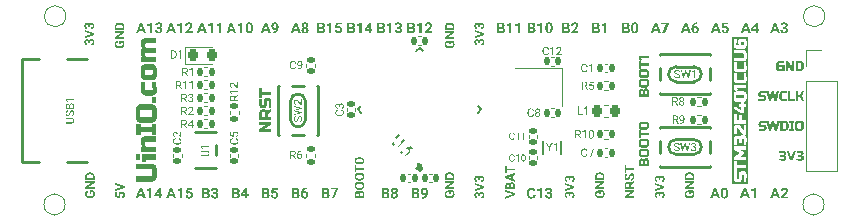
<source format=gto>
%TF.GenerationSoftware,KiCad,Pcbnew,7.0.11*%
%TF.CreationDate,2024-04-12T16:05:31+08:00*%
%TF.ProjectId,UINIO-MCU-STM32F401CCU6,55494e49-4f2d-44d4-9355-2d53544d3332,Version 3.1.0*%
%TF.SameCoordinates,PX72c1710PY5584170*%
%TF.FileFunction,Legend,Top*%
%TF.FilePolarity,Positive*%
%FSLAX46Y46*%
G04 Gerber Fmt 4.6, Leading zero omitted, Abs format (unit mm)*
G04 Created by KiCad (PCBNEW 7.0.11) date 2024-04-12 16:05:31*
%MOMM*%
%LPD*%
G01*
G04 APERTURE LIST*
G04 Aperture macros list*
%AMRoundRect*
0 Rectangle with rounded corners*
0 $1 Rounding radius*
0 $2 $3 $4 $5 $6 $7 $8 $9 X,Y pos of 4 corners*
0 Add a 4 corners polygon primitive as box body*
4,1,4,$2,$3,$4,$5,$6,$7,$8,$9,$2,$3,0*
0 Add four circle primitives for the rounded corners*
1,1,$1+$1,$2,$3*
1,1,$1+$1,$4,$5*
1,1,$1+$1,$6,$7*
1,1,$1+$1,$8,$9*
0 Add four rect primitives between the rounded corners*
20,1,$1+$1,$2,$3,$4,$5,0*
20,1,$1+$1,$4,$5,$6,$7,0*
20,1,$1+$1,$6,$7,$8,$9,0*
20,1,$1+$1,$8,$9,$2,$3,0*%
%AMHorizOval*
0 Thick line with rounded ends*
0 $1 width*
0 $2 $3 position (X,Y) of the first rounded end (center of the circle)*
0 $4 $5 position (X,Y) of the second rounded end (center of the circle)*
0 Add line between two ends*
20,1,$1,$2,$3,$4,$5,0*
0 Add two circle primitives to create the rounded ends*
1,1,$1,$2,$3*
1,1,$1,$4,$5*%
%AMRotRect*
0 Rectangle, with rotation*
0 The origin of the aperture is its center*
0 $1 length*
0 $2 width*
0 $3 Rotation angle, in degrees counterclockwise*
0 Add horizontal line*
21,1,$1,$2,0,0,$3*%
G04 Aperture macros list end*
%ADD10C,0.150000*%
%ADD11C,0.100000*%
%ADD12C,0.140000*%
%ADD13C,0.300000*%
%ADD14C,0.125000*%
%ADD15C,0.120000*%
%ADD16C,0.254000*%
%ADD17C,0.200000*%
%ADD18RoundRect,0.135000X0.135000X0.185000X-0.135000X0.185000X-0.135000X-0.185000X0.135000X-0.185000X0*%
%ADD19RoundRect,0.140000X0.140000X0.170000X-0.140000X0.170000X-0.140000X-0.170000X0.140000X-0.170000X0*%
%ADD20RoundRect,0.135000X-0.135000X-0.185000X0.135000X-0.185000X0.135000X0.185000X-0.135000X0.185000X0*%
%ADD21R,0.650000X1.200000*%
%ADD22R,1.800000X1.000000*%
%ADD23R,1.000000X0.600000*%
%ADD24RoundRect,0.140000X-0.170000X0.140000X-0.170000X-0.140000X0.170000X-0.140000X0.170000X0.140000X0*%
%ADD25RoundRect,0.218750X-0.218750X-0.256250X0.218750X-0.256250X0.218750X0.256250X-0.218750X0.256250X0*%
%ADD26R,1.200000X0.650000*%
%ADD27R,1.700000X1.700000*%
%ADD28O,1.700000X1.700000*%
%ADD29C,1.200000*%
%ADD30HorizOval,0.280000X-0.219203X0.219203X0.219203X-0.219203X0*%
%ADD31HorizOval,0.280000X0.219203X0.219203X-0.219203X-0.219203X0*%
%ADD32RotRect,5.600000X5.600000X45.000000*%
%ADD33RoundRect,0.135000X0.185000X-0.135000X0.185000X0.135000X-0.185000X0.135000X-0.185000X-0.135000X0*%
%ADD34RoundRect,0.140000X0.170000X-0.140000X0.170000X0.140000X-0.170000X0.140000X-0.170000X-0.140000X0*%
%ADD35C,0.650000*%
%ADD36O,2.100000X1.000000*%
%ADD37O,1.900000X1.000000*%
%ADD38R,1.150000X0.600000*%
%ADD39R,1.150000X0.300000*%
%ADD40R,1.400000X1.200000*%
%ADD41RoundRect,0.140000X-0.140000X-0.170000X0.140000X-0.170000X0.140000X0.170000X-0.140000X0.170000X0*%
%ADD42RoundRect,0.218750X0.218750X0.256250X-0.218750X0.256250X-0.218750X-0.256250X0.218750X-0.256250X0*%
G04 APERTURE END LIST*
D10*
G36*
X60462148Y-17613500D02*
G01*
X60264971Y-17613500D01*
X60202543Y-17425994D01*
X59877211Y-17425994D01*
X59815442Y-17613500D01*
X59618265Y-17613500D01*
X59743891Y-17275858D01*
X59927330Y-17275858D01*
X60152424Y-17275858D01*
X60039217Y-16940635D01*
X59927330Y-17275858D01*
X59743891Y-17275858D01*
X59953268Y-16713123D01*
X60125166Y-16713123D01*
X60462148Y-17613500D01*
G37*
G36*
X61139629Y-17613500D02*
G01*
X60522598Y-17613500D01*
X60522598Y-17491061D01*
X60813858Y-17179797D01*
X60821237Y-17171647D01*
X60828373Y-17163627D01*
X60835265Y-17155738D01*
X60841912Y-17147979D01*
X60848316Y-17140350D01*
X60854476Y-17132852D01*
X60860393Y-17125485D01*
X60866065Y-17118248D01*
X60871493Y-17111142D01*
X60879179Y-17100727D01*
X60886316Y-17090606D01*
X60892904Y-17080779D01*
X60898943Y-17071245D01*
X60902665Y-17065052D01*
X60907811Y-17055905D01*
X60912451Y-17046848D01*
X60916585Y-17037879D01*
X60920212Y-17028999D01*
X60923334Y-17020207D01*
X60925949Y-17011505D01*
X60928058Y-17002891D01*
X60930083Y-16991545D01*
X60931208Y-16980357D01*
X60931461Y-16972069D01*
X60931194Y-16961004D01*
X60930394Y-16950394D01*
X60929061Y-16940241D01*
X60927195Y-16930544D01*
X60924796Y-16921302D01*
X60921863Y-16912517D01*
X60918397Y-16904188D01*
X60914398Y-16896314D01*
X60908236Y-16886525D01*
X60901126Y-16877547D01*
X60893137Y-16869458D01*
X60884337Y-16862448D01*
X60874727Y-16856516D01*
X60864306Y-16851663D01*
X60855959Y-16848731D01*
X60847155Y-16846406D01*
X60837896Y-16844687D01*
X60828181Y-16843575D01*
X60818009Y-16843069D01*
X60814517Y-16843035D01*
X60803368Y-16843404D01*
X60792670Y-16844511D01*
X60782425Y-16846357D01*
X60772632Y-16848940D01*
X60763291Y-16852261D01*
X60754401Y-16856320D01*
X60745964Y-16861117D01*
X60737979Y-16866652D01*
X60730447Y-16872925D01*
X60723366Y-16879937D01*
X60718896Y-16885021D01*
X60712690Y-16893086D01*
X60707093Y-16901618D01*
X60702107Y-16910618D01*
X60697732Y-16920085D01*
X60693967Y-16930020D01*
X60690813Y-16940423D01*
X60688269Y-16951293D01*
X60686336Y-16962630D01*
X60685013Y-16974436D01*
X60684301Y-16986708D01*
X60684165Y-16995150D01*
X60504793Y-16995150D01*
X60504946Y-16984902D01*
X60505405Y-16974765D01*
X60506169Y-16964740D01*
X60507239Y-16954827D01*
X60508614Y-16945025D01*
X60510295Y-16935335D01*
X60512282Y-16925757D01*
X60514575Y-16916290D01*
X60517173Y-16906935D01*
X60520077Y-16897691D01*
X60523287Y-16888559D01*
X60526802Y-16879539D01*
X60530624Y-16870630D01*
X60534750Y-16861833D01*
X60539183Y-16853148D01*
X60543921Y-16844574D01*
X60548966Y-16836171D01*
X60554263Y-16827998D01*
X60559812Y-16820056D01*
X60565614Y-16812343D01*
X60571669Y-16804861D01*
X60577976Y-16797609D01*
X60584535Y-16790586D01*
X60591347Y-16783794D01*
X60598411Y-16777232D01*
X60605728Y-16770901D01*
X60613297Y-16764799D01*
X60621118Y-16758927D01*
X60629192Y-16753286D01*
X60637519Y-16747875D01*
X60646098Y-16742693D01*
X60654929Y-16737742D01*
X60663988Y-16733057D01*
X60673195Y-16728675D01*
X60682549Y-16724594D01*
X60692051Y-16720816D01*
X60701701Y-16717340D01*
X60711498Y-16714167D01*
X60721443Y-16711295D01*
X60731536Y-16708726D01*
X60741776Y-16706459D01*
X60752165Y-16704495D01*
X60762700Y-16702832D01*
X60773384Y-16701472D01*
X60784215Y-16700414D01*
X60795194Y-16699659D01*
X60806321Y-16699205D01*
X60817595Y-16699054D01*
X60834745Y-16699316D01*
X60851409Y-16700102D01*
X60867587Y-16701411D01*
X60883279Y-16703245D01*
X60898486Y-16705602D01*
X60913206Y-16708482D01*
X60927440Y-16711887D01*
X60941188Y-16715815D01*
X60954450Y-16720268D01*
X60967226Y-16725244D01*
X60979516Y-16730743D01*
X60991320Y-16736767D01*
X61002638Y-16743314D01*
X61013470Y-16750385D01*
X61023817Y-16757980D01*
X61033677Y-16766099D01*
X61042993Y-16774668D01*
X61051709Y-16783667D01*
X61059823Y-16793098D01*
X61067336Y-16802960D01*
X61074249Y-16813253D01*
X61080560Y-16823976D01*
X61086270Y-16835131D01*
X61091379Y-16846717D01*
X61095887Y-16858734D01*
X61099794Y-16871183D01*
X61103100Y-16884062D01*
X61105805Y-16897372D01*
X61107908Y-16911113D01*
X61109411Y-16925285D01*
X61110313Y-16939889D01*
X61110613Y-16954923D01*
X61110308Y-16967515D01*
X61109392Y-16980150D01*
X61107866Y-16992827D01*
X61105729Y-17005547D01*
X61102982Y-17018309D01*
X61100811Y-17026840D01*
X61098369Y-17035391D01*
X61095656Y-17043961D01*
X61092671Y-17052549D01*
X61089415Y-17061156D01*
X61085887Y-17069782D01*
X61082089Y-17078427D01*
X61078019Y-17087091D01*
X61075882Y-17091430D01*
X61071375Y-17100176D01*
X61066481Y-17109102D01*
X61061201Y-17118208D01*
X61055535Y-17127494D01*
X61049482Y-17136961D01*
X61043043Y-17146608D01*
X61036217Y-17156436D01*
X61029005Y-17166443D01*
X61021407Y-17176632D01*
X61013422Y-17187000D01*
X61005051Y-17197549D01*
X60996294Y-17208278D01*
X60987150Y-17219187D01*
X60977619Y-17230277D01*
X60967703Y-17241547D01*
X60957400Y-17252997D01*
X60752748Y-17469518D01*
X61139629Y-17469518D01*
X61139629Y-17613500D01*
G37*
G36*
X45489845Y-16944033D02*
G01*
X45496516Y-16949746D01*
X45502998Y-16955747D01*
X45509290Y-16962037D01*
X45515393Y-16968616D01*
X45521307Y-16975483D01*
X45527031Y-16982638D01*
X45532566Y-16990082D01*
X45537912Y-16997815D01*
X45543069Y-17005836D01*
X45548036Y-17014146D01*
X45552814Y-17022744D01*
X45557403Y-17031630D01*
X45561802Y-17040806D01*
X45566012Y-17050269D01*
X45570033Y-17060021D01*
X45573865Y-17070062D01*
X45577461Y-17080291D01*
X45580826Y-17090658D01*
X45583958Y-17101162D01*
X45586859Y-17111803D01*
X45589527Y-17122582D01*
X45591963Y-17133498D01*
X45594167Y-17144552D01*
X45596140Y-17155742D01*
X45597880Y-17167071D01*
X45599388Y-17178536D01*
X45600664Y-17190139D01*
X45601708Y-17201880D01*
X45602521Y-17213758D01*
X45603101Y-17225773D01*
X45603449Y-17237926D01*
X45603565Y-17250216D01*
X45603387Y-17263086D01*
X45602853Y-17275757D01*
X45601964Y-17288230D01*
X45600719Y-17300505D01*
X45599119Y-17312581D01*
X45597163Y-17324459D01*
X45594851Y-17336139D01*
X45592183Y-17347620D01*
X45589160Y-17358902D01*
X45585781Y-17369986D01*
X45582046Y-17380872D01*
X45577956Y-17391559D01*
X45573510Y-17402048D01*
X45568708Y-17412338D01*
X45563551Y-17422430D01*
X45558038Y-17432323D01*
X45552187Y-17441977D01*
X45546015Y-17451353D01*
X45539523Y-17460448D01*
X45532710Y-17469265D01*
X45525576Y-17477802D01*
X45518122Y-17486060D01*
X45510348Y-17494038D01*
X45502253Y-17501737D01*
X45493837Y-17509156D01*
X45485101Y-17516297D01*
X45476044Y-17523158D01*
X45466667Y-17529739D01*
X45456969Y-17536042D01*
X45446950Y-17542064D01*
X45436611Y-17547808D01*
X45425951Y-17553272D01*
X45415012Y-17558435D01*
X45403835Y-17563274D01*
X45392420Y-17567789D01*
X45380766Y-17571981D01*
X45368875Y-17575849D01*
X45356745Y-17579394D01*
X45344377Y-17582615D01*
X45331771Y-17585512D01*
X45318927Y-17588086D01*
X45305845Y-17590336D01*
X45292525Y-17592262D01*
X45278966Y-17593865D01*
X45265169Y-17595144D01*
X45251135Y-17596100D01*
X45236862Y-17596732D01*
X45222350Y-17597040D01*
X45167640Y-17597040D01*
X45152745Y-17596882D01*
X45138102Y-17596408D01*
X45123711Y-17595618D01*
X45109571Y-17594512D01*
X45095684Y-17593091D01*
X45082048Y-17591353D01*
X45068665Y-17589299D01*
X45055533Y-17586929D01*
X45042653Y-17584243D01*
X45030025Y-17581241D01*
X45017648Y-17577923D01*
X45005524Y-17574289D01*
X44993651Y-17570339D01*
X44982031Y-17566073D01*
X44970662Y-17561492D01*
X44959545Y-17556594D01*
X44948692Y-17551399D01*
X44938165Y-17545926D01*
X44927962Y-17540176D01*
X44918085Y-17534148D01*
X44908533Y-17527842D01*
X44899306Y-17521258D01*
X44890404Y-17514396D01*
X44881827Y-17507257D01*
X44873576Y-17499839D01*
X44865649Y-17492144D01*
X44858048Y-17484171D01*
X44850772Y-17475920D01*
X44843821Y-17467392D01*
X44837195Y-17458585D01*
X44830894Y-17449501D01*
X44824919Y-17440139D01*
X44819264Y-17430512D01*
X44813973Y-17420682D01*
X44809048Y-17410649D01*
X44804488Y-17400413D01*
X44800292Y-17389974D01*
X44796461Y-17379331D01*
X44792995Y-17368486D01*
X44789894Y-17357438D01*
X44787158Y-17346187D01*
X44784786Y-17334733D01*
X44782780Y-17323075D01*
X44781138Y-17311215D01*
X44779861Y-17299152D01*
X44778949Y-17286886D01*
X44778402Y-17274416D01*
X44778219Y-17261744D01*
X44778285Y-17252914D01*
X44778483Y-17244205D01*
X44778812Y-17235617D01*
X44779273Y-17227150D01*
X44779865Y-17218804D01*
X44780589Y-17210579D01*
X44781445Y-17202475D01*
X44782432Y-17194492D01*
X44783552Y-17186629D01*
X44784802Y-17178888D01*
X44787699Y-17163769D01*
X44791122Y-17149133D01*
X44795072Y-17134982D01*
X44799549Y-17121314D01*
X44804552Y-17108130D01*
X44810082Y-17095430D01*
X44816138Y-17083215D01*
X44822721Y-17071482D01*
X44829831Y-17060234D01*
X44837467Y-17049470D01*
X44845630Y-17039190D01*
X44854273Y-17029407D01*
X44863396Y-17020136D01*
X44873000Y-17011376D01*
X44883085Y-17003127D01*
X44893651Y-16995390D01*
X44904697Y-16988164D01*
X44916225Y-16981450D01*
X44928233Y-16975247D01*
X44940722Y-16969555D01*
X44953693Y-16964375D01*
X44967143Y-16959706D01*
X44981075Y-16955549D01*
X44995488Y-16951903D01*
X45010381Y-16948768D01*
X45025756Y-16946145D01*
X45033623Y-16945025D01*
X45041611Y-16944033D01*
X45041611Y-17104647D01*
X45033302Y-17106119D01*
X45025277Y-17107801D01*
X45017536Y-17109691D01*
X45006457Y-17112919D01*
X44996017Y-17116618D01*
X44986215Y-17120787D01*
X44977053Y-17125427D01*
X44968529Y-17130537D01*
X44960644Y-17136118D01*
X44953398Y-17142169D01*
X44946791Y-17148691D01*
X44942741Y-17153300D01*
X44937119Y-17160585D01*
X44932050Y-17168371D01*
X44927534Y-17176659D01*
X44923571Y-17185448D01*
X44920161Y-17194739D01*
X44917304Y-17204531D01*
X44915000Y-17214825D01*
X44913249Y-17225620D01*
X44912051Y-17236917D01*
X44911559Y-17244727D01*
X44911314Y-17252759D01*
X44911283Y-17256859D01*
X44911531Y-17267205D01*
X44912275Y-17277238D01*
X44913515Y-17286958D01*
X44915252Y-17296365D01*
X44917484Y-17305459D01*
X44920213Y-17314241D01*
X44923438Y-17322709D01*
X44927159Y-17330865D01*
X44931376Y-17338707D01*
X44936089Y-17346237D01*
X44941298Y-17353453D01*
X44947003Y-17360357D01*
X44953205Y-17366948D01*
X44959902Y-17373225D01*
X44967096Y-17379190D01*
X44974786Y-17384842D01*
X44982967Y-17390168D01*
X44991633Y-17395155D01*
X45000784Y-17399804D01*
X45010421Y-17404113D01*
X45020543Y-17408083D01*
X45031151Y-17411715D01*
X45042244Y-17415008D01*
X45053823Y-17417962D01*
X45065887Y-17420576D01*
X45078437Y-17422853D01*
X45091471Y-17424790D01*
X45104992Y-17426388D01*
X45118998Y-17427647D01*
X45133489Y-17428568D01*
X45148466Y-17429149D01*
X45163928Y-17429392D01*
X45215316Y-17429392D01*
X45223157Y-17429345D01*
X45238477Y-17428971D01*
X45253315Y-17428223D01*
X45267671Y-17427101D01*
X45281544Y-17425605D01*
X45294934Y-17423735D01*
X45307842Y-17421491D01*
X45320268Y-17418873D01*
X45332212Y-17415881D01*
X45343673Y-17412516D01*
X45354652Y-17408776D01*
X45365148Y-17404662D01*
X45375162Y-17400174D01*
X45384693Y-17395312D01*
X45393743Y-17390076D01*
X45402309Y-17384466D01*
X45406412Y-17381521D01*
X45414244Y-17375363D01*
X45421570Y-17368860D01*
X45428391Y-17362009D01*
X45434707Y-17354813D01*
X45440518Y-17347269D01*
X45445824Y-17339379D01*
X45450624Y-17331143D01*
X45454919Y-17322560D01*
X45458708Y-17313631D01*
X45461992Y-17304355D01*
X45464771Y-17294733D01*
X45467045Y-17284764D01*
X45468814Y-17274448D01*
X45470077Y-17263786D01*
X45470835Y-17252778D01*
X45471087Y-17241423D01*
X45470927Y-17230029D01*
X45470446Y-17219050D01*
X45469645Y-17208487D01*
X45468523Y-17198338D01*
X45467080Y-17188605D01*
X45465317Y-17179287D01*
X45463233Y-17170385D01*
X45460829Y-17161897D01*
X45458104Y-17153825D01*
X45455059Y-17146168D01*
X45451693Y-17138926D01*
X45446043Y-17128842D01*
X45439672Y-17119692D01*
X45432579Y-17111476D01*
X45430055Y-17108946D01*
X45287417Y-17108946D01*
X45287417Y-17259008D01*
X45165882Y-17259008D01*
X45165882Y-16944033D01*
X45489845Y-16944033D01*
G37*
G36*
X45591060Y-16163628D02*
G01*
X45591060Y-16328541D01*
X45064472Y-16649574D01*
X45591060Y-16649574D01*
X45591060Y-16814291D01*
X44790725Y-16814291D01*
X44790725Y-16649574D01*
X45318484Y-16327955D01*
X44790725Y-16327955D01*
X44790725Y-16163628D01*
X45591060Y-16163628D01*
G37*
G36*
X45223500Y-15412712D02*
G01*
X45237158Y-15413250D01*
X45250623Y-15414147D01*
X45263896Y-15415402D01*
X45276977Y-15417017D01*
X45289865Y-15418990D01*
X45302561Y-15421321D01*
X45315065Y-15424012D01*
X45327376Y-15427061D01*
X45339495Y-15430469D01*
X45351422Y-15434236D01*
X45363156Y-15438361D01*
X45374699Y-15442845D01*
X45386048Y-15447688D01*
X45397205Y-15452890D01*
X45408170Y-15458450D01*
X45418863Y-15464337D01*
X45429252Y-15470519D01*
X45439337Y-15476995D01*
X45449118Y-15483766D01*
X45458595Y-15490831D01*
X45467769Y-15498191D01*
X45476639Y-15505846D01*
X45485205Y-15513795D01*
X45493467Y-15522039D01*
X45501425Y-15530578D01*
X45509080Y-15539411D01*
X45516431Y-15548539D01*
X45523478Y-15557961D01*
X45530222Y-15567678D01*
X45536661Y-15577690D01*
X45542797Y-15587996D01*
X45548573Y-15598510D01*
X45553980Y-15609191D01*
X45559020Y-15620040D01*
X45563692Y-15631056D01*
X45567996Y-15642241D01*
X45571932Y-15653594D01*
X45575500Y-15665115D01*
X45578701Y-15676803D01*
X45581533Y-15688660D01*
X45583998Y-15700684D01*
X45586095Y-15712876D01*
X45587823Y-15725237D01*
X45589184Y-15737765D01*
X45590177Y-15750461D01*
X45590802Y-15763325D01*
X45591060Y-15776357D01*
X45591060Y-16024116D01*
X44790725Y-16024116D01*
X44790725Y-15859399D01*
X44924179Y-15859399D01*
X45458582Y-15859399D01*
X45458582Y-15779678D01*
X45458336Y-15767767D01*
X45457596Y-15756213D01*
X45456363Y-15745016D01*
X45454638Y-15734176D01*
X45452419Y-15723693D01*
X45449707Y-15713568D01*
X45446502Y-15703800D01*
X45442804Y-15694389D01*
X45438613Y-15685335D01*
X45433929Y-15676638D01*
X45428752Y-15668299D01*
X45423081Y-15660317D01*
X45416918Y-15652692D01*
X45410262Y-15645424D01*
X45403112Y-15638514D01*
X45395470Y-15631960D01*
X45387344Y-15625756D01*
X45378794Y-15619943D01*
X45369820Y-15614521D01*
X45360421Y-15609490D01*
X45350598Y-15604849D01*
X45340350Y-15600599D01*
X45329678Y-15596740D01*
X45318582Y-15593272D01*
X45307062Y-15590195D01*
X45295117Y-15587508D01*
X45282747Y-15585212D01*
X45269953Y-15583307D01*
X45256735Y-15581793D01*
X45243093Y-15580669D01*
X45229026Y-15579936D01*
X45214535Y-15579594D01*
X45172134Y-15579594D01*
X45157100Y-15579792D01*
X45142529Y-15580385D01*
X45128420Y-15581374D01*
X45114774Y-15582757D01*
X45101590Y-15584537D01*
X45088869Y-15586711D01*
X45076610Y-15589281D01*
X45064814Y-15592246D01*
X45053480Y-15595607D01*
X45042609Y-15599363D01*
X45032201Y-15603514D01*
X45022255Y-15608061D01*
X45012771Y-15613003D01*
X45003750Y-15618341D01*
X44995192Y-15624073D01*
X44987096Y-15630202D01*
X44979477Y-15636709D01*
X44972350Y-15643580D01*
X44965714Y-15650814D01*
X44959570Y-15658412D01*
X44953917Y-15666372D01*
X44948756Y-15674697D01*
X44944086Y-15683384D01*
X44939908Y-15692435D01*
X44936222Y-15701849D01*
X44933027Y-15711626D01*
X44930323Y-15721767D01*
X44928111Y-15732271D01*
X44926391Y-15743138D01*
X44925162Y-15754369D01*
X44924425Y-15765962D01*
X44924179Y-15777920D01*
X44924179Y-15859399D01*
X44790725Y-15859399D01*
X44790725Y-15777920D01*
X44790911Y-15764818D01*
X44791469Y-15751890D01*
X44792401Y-15739135D01*
X44793704Y-15726555D01*
X44795380Y-15714149D01*
X44797429Y-15701917D01*
X44799850Y-15689859D01*
X44802644Y-15677976D01*
X44805810Y-15666266D01*
X44809348Y-15654730D01*
X44813259Y-15643368D01*
X44817542Y-15632180D01*
X44822198Y-15621166D01*
X44827227Y-15610326D01*
X44832627Y-15599661D01*
X44838401Y-15589169D01*
X44844493Y-15578907D01*
X44850900Y-15568930D01*
X44857621Y-15559239D01*
X44864657Y-15549834D01*
X44872007Y-15540713D01*
X44879672Y-15531879D01*
X44887651Y-15523329D01*
X44895944Y-15515066D01*
X44904552Y-15507087D01*
X44913475Y-15499394D01*
X44922712Y-15491987D01*
X44932263Y-15484865D01*
X44942129Y-15478028D01*
X44952310Y-15471477D01*
X44962804Y-15465212D01*
X44973614Y-15459232D01*
X44984650Y-15453577D01*
X44995873Y-15448286D01*
X45007285Y-15443361D01*
X45018884Y-15438801D01*
X45030671Y-15434605D01*
X45042646Y-15430774D01*
X45054808Y-15427308D01*
X45067159Y-15424207D01*
X45079697Y-15421471D01*
X45092422Y-15419099D01*
X45105336Y-15417093D01*
X45118437Y-15415451D01*
X45131726Y-15414174D01*
X45145203Y-15413262D01*
X45158868Y-15412715D01*
X45172720Y-15412532D01*
X45209650Y-15412532D01*
X45223500Y-15412712D01*
G37*
G36*
X4829845Y-4257425D02*
G01*
X4836516Y-4263138D01*
X4842998Y-4269139D01*
X4849290Y-4275429D01*
X4855393Y-4282008D01*
X4861307Y-4288875D01*
X4867031Y-4296030D01*
X4872566Y-4303474D01*
X4877912Y-4311207D01*
X4883069Y-4319228D01*
X4888036Y-4327538D01*
X4892814Y-4336136D01*
X4897403Y-4345022D01*
X4901802Y-4354198D01*
X4906012Y-4363661D01*
X4910033Y-4373413D01*
X4913865Y-4383454D01*
X4917461Y-4393683D01*
X4920826Y-4404050D01*
X4923958Y-4414554D01*
X4926859Y-4425195D01*
X4929527Y-4435974D01*
X4931963Y-4446890D01*
X4934167Y-4457944D01*
X4936140Y-4469134D01*
X4937880Y-4480463D01*
X4939388Y-4491928D01*
X4940664Y-4503531D01*
X4941708Y-4515272D01*
X4942521Y-4527150D01*
X4943101Y-4539165D01*
X4943449Y-4551318D01*
X4943565Y-4563608D01*
X4943387Y-4576478D01*
X4942853Y-4589149D01*
X4941964Y-4601622D01*
X4940719Y-4613897D01*
X4939119Y-4625973D01*
X4937163Y-4637851D01*
X4934851Y-4649531D01*
X4932183Y-4661012D01*
X4929160Y-4672294D01*
X4925781Y-4683378D01*
X4922046Y-4694264D01*
X4917956Y-4704951D01*
X4913510Y-4715440D01*
X4908708Y-4725730D01*
X4903551Y-4735822D01*
X4898038Y-4745715D01*
X4892187Y-4755369D01*
X4886015Y-4764745D01*
X4879523Y-4773840D01*
X4872710Y-4782657D01*
X4865576Y-4791194D01*
X4858122Y-4799452D01*
X4850348Y-4807430D01*
X4842253Y-4815129D01*
X4833837Y-4822548D01*
X4825101Y-4829689D01*
X4816044Y-4836550D01*
X4806667Y-4843131D01*
X4796969Y-4849434D01*
X4786950Y-4855456D01*
X4776611Y-4861200D01*
X4765951Y-4866664D01*
X4755012Y-4871827D01*
X4743835Y-4876666D01*
X4732420Y-4881181D01*
X4720766Y-4885373D01*
X4708875Y-4889241D01*
X4696745Y-4892786D01*
X4684377Y-4896007D01*
X4671771Y-4898904D01*
X4658927Y-4901478D01*
X4645845Y-4903728D01*
X4632525Y-4905654D01*
X4618966Y-4907257D01*
X4605169Y-4908536D01*
X4591135Y-4909492D01*
X4576862Y-4910124D01*
X4562350Y-4910432D01*
X4507640Y-4910432D01*
X4492745Y-4910274D01*
X4478102Y-4909800D01*
X4463711Y-4909010D01*
X4449571Y-4907904D01*
X4435684Y-4906483D01*
X4422048Y-4904745D01*
X4408665Y-4902691D01*
X4395533Y-4900321D01*
X4382653Y-4897635D01*
X4370025Y-4894633D01*
X4357648Y-4891315D01*
X4345524Y-4887681D01*
X4333651Y-4883731D01*
X4322031Y-4879465D01*
X4310662Y-4874884D01*
X4299545Y-4869986D01*
X4288692Y-4864791D01*
X4278165Y-4859318D01*
X4267962Y-4853568D01*
X4258085Y-4847540D01*
X4248533Y-4841234D01*
X4239306Y-4834650D01*
X4230404Y-4827788D01*
X4221827Y-4820649D01*
X4213576Y-4813231D01*
X4205649Y-4805536D01*
X4198048Y-4797563D01*
X4190772Y-4789312D01*
X4183821Y-4780784D01*
X4177195Y-4771977D01*
X4170894Y-4762893D01*
X4164919Y-4753531D01*
X4159264Y-4743904D01*
X4153973Y-4734074D01*
X4149048Y-4724041D01*
X4144488Y-4713805D01*
X4140292Y-4703366D01*
X4136461Y-4692723D01*
X4132995Y-4681878D01*
X4129894Y-4670830D01*
X4127158Y-4659579D01*
X4124786Y-4648125D01*
X4122780Y-4636467D01*
X4121138Y-4624607D01*
X4119861Y-4612544D01*
X4118949Y-4600278D01*
X4118402Y-4587808D01*
X4118219Y-4575136D01*
X4118285Y-4566306D01*
X4118483Y-4557597D01*
X4118812Y-4549009D01*
X4119273Y-4540542D01*
X4119865Y-4532196D01*
X4120589Y-4523971D01*
X4121445Y-4515867D01*
X4122432Y-4507884D01*
X4123552Y-4500021D01*
X4124802Y-4492280D01*
X4127699Y-4477161D01*
X4131122Y-4462525D01*
X4135072Y-4448374D01*
X4139549Y-4434706D01*
X4144552Y-4421522D01*
X4150082Y-4408822D01*
X4156138Y-4396607D01*
X4162721Y-4384874D01*
X4169831Y-4373626D01*
X4177467Y-4362862D01*
X4185630Y-4352582D01*
X4194273Y-4342799D01*
X4203396Y-4333528D01*
X4213000Y-4324768D01*
X4223085Y-4316519D01*
X4233651Y-4308782D01*
X4244697Y-4301556D01*
X4256225Y-4294842D01*
X4268233Y-4288639D01*
X4280722Y-4282947D01*
X4293693Y-4277767D01*
X4307143Y-4273098D01*
X4321075Y-4268941D01*
X4335488Y-4265295D01*
X4350381Y-4262160D01*
X4365756Y-4259537D01*
X4373623Y-4258417D01*
X4381611Y-4257425D01*
X4381611Y-4418039D01*
X4373302Y-4419511D01*
X4365277Y-4421193D01*
X4357536Y-4423083D01*
X4346457Y-4426311D01*
X4336017Y-4430010D01*
X4326215Y-4434179D01*
X4317053Y-4438819D01*
X4308529Y-4443929D01*
X4300644Y-4449510D01*
X4293398Y-4455561D01*
X4286791Y-4462083D01*
X4282741Y-4466692D01*
X4277119Y-4473977D01*
X4272050Y-4481763D01*
X4267534Y-4490051D01*
X4263571Y-4498840D01*
X4260161Y-4508131D01*
X4257304Y-4517923D01*
X4255000Y-4528217D01*
X4253249Y-4539012D01*
X4252051Y-4550309D01*
X4251559Y-4558119D01*
X4251314Y-4566151D01*
X4251283Y-4570251D01*
X4251531Y-4580597D01*
X4252275Y-4590630D01*
X4253515Y-4600350D01*
X4255252Y-4609757D01*
X4257484Y-4618851D01*
X4260213Y-4627633D01*
X4263438Y-4636101D01*
X4267159Y-4644257D01*
X4271376Y-4652099D01*
X4276089Y-4659629D01*
X4281298Y-4666845D01*
X4287003Y-4673749D01*
X4293205Y-4680340D01*
X4299902Y-4686617D01*
X4307096Y-4692582D01*
X4314786Y-4698234D01*
X4322967Y-4703560D01*
X4331633Y-4708547D01*
X4340784Y-4713196D01*
X4350421Y-4717505D01*
X4360543Y-4721475D01*
X4371151Y-4725107D01*
X4382244Y-4728400D01*
X4393823Y-4731354D01*
X4405887Y-4733968D01*
X4418437Y-4736245D01*
X4431471Y-4738182D01*
X4444992Y-4739780D01*
X4458998Y-4741039D01*
X4473489Y-4741960D01*
X4488466Y-4742541D01*
X4503928Y-4742784D01*
X4555316Y-4742784D01*
X4563157Y-4742737D01*
X4578477Y-4742363D01*
X4593315Y-4741615D01*
X4607671Y-4740493D01*
X4621544Y-4738997D01*
X4634934Y-4737127D01*
X4647842Y-4734883D01*
X4660268Y-4732265D01*
X4672212Y-4729273D01*
X4683673Y-4725908D01*
X4694652Y-4722168D01*
X4705148Y-4718054D01*
X4715162Y-4713566D01*
X4724693Y-4708704D01*
X4733743Y-4703468D01*
X4742309Y-4697858D01*
X4746412Y-4694913D01*
X4754244Y-4688755D01*
X4761570Y-4682252D01*
X4768391Y-4675401D01*
X4774707Y-4668205D01*
X4780518Y-4660661D01*
X4785824Y-4652771D01*
X4790624Y-4644535D01*
X4794919Y-4635952D01*
X4798708Y-4627023D01*
X4801992Y-4617747D01*
X4804771Y-4608125D01*
X4807045Y-4598156D01*
X4808814Y-4587840D01*
X4810077Y-4577178D01*
X4810835Y-4566170D01*
X4811087Y-4554815D01*
X4810927Y-4543421D01*
X4810446Y-4532442D01*
X4809645Y-4521879D01*
X4808523Y-4511730D01*
X4807080Y-4501997D01*
X4805317Y-4492679D01*
X4803233Y-4483777D01*
X4800829Y-4475289D01*
X4798104Y-4467217D01*
X4795059Y-4459560D01*
X4791693Y-4452318D01*
X4786043Y-4442234D01*
X4779672Y-4433084D01*
X4772579Y-4424868D01*
X4770055Y-4422338D01*
X4627417Y-4422338D01*
X4627417Y-4572400D01*
X4505882Y-4572400D01*
X4505882Y-4257425D01*
X4829845Y-4257425D01*
G37*
G36*
X4931060Y-3477020D02*
G01*
X4931060Y-3641933D01*
X4404472Y-3962966D01*
X4931060Y-3962966D01*
X4931060Y-4127683D01*
X4130725Y-4127683D01*
X4130725Y-3962966D01*
X4658484Y-3641347D01*
X4130725Y-3641347D01*
X4130725Y-3477020D01*
X4931060Y-3477020D01*
G37*
G36*
X4563500Y-2726104D02*
G01*
X4577158Y-2726642D01*
X4590623Y-2727539D01*
X4603896Y-2728794D01*
X4616977Y-2730409D01*
X4629865Y-2732382D01*
X4642561Y-2734713D01*
X4655065Y-2737404D01*
X4667376Y-2740453D01*
X4679495Y-2743861D01*
X4691422Y-2747628D01*
X4703156Y-2751753D01*
X4714699Y-2756237D01*
X4726048Y-2761080D01*
X4737205Y-2766282D01*
X4748170Y-2771842D01*
X4758863Y-2777729D01*
X4769252Y-2783911D01*
X4779337Y-2790387D01*
X4789118Y-2797158D01*
X4798595Y-2804223D01*
X4807769Y-2811583D01*
X4816639Y-2819238D01*
X4825205Y-2827187D01*
X4833467Y-2835431D01*
X4841425Y-2843970D01*
X4849080Y-2852803D01*
X4856431Y-2861931D01*
X4863478Y-2871353D01*
X4870222Y-2881070D01*
X4876661Y-2891082D01*
X4882797Y-2901388D01*
X4888573Y-2911902D01*
X4893980Y-2922583D01*
X4899020Y-2933432D01*
X4903692Y-2944448D01*
X4907996Y-2955633D01*
X4911932Y-2966986D01*
X4915500Y-2978507D01*
X4918701Y-2990195D01*
X4921533Y-3002052D01*
X4923998Y-3014076D01*
X4926095Y-3026268D01*
X4927823Y-3038629D01*
X4929184Y-3051157D01*
X4930177Y-3063853D01*
X4930802Y-3076717D01*
X4931060Y-3089749D01*
X4931060Y-3337508D01*
X4130725Y-3337508D01*
X4130725Y-3172791D01*
X4264179Y-3172791D01*
X4798582Y-3172791D01*
X4798582Y-3093070D01*
X4798336Y-3081159D01*
X4797596Y-3069605D01*
X4796363Y-3058408D01*
X4794638Y-3047568D01*
X4792419Y-3037085D01*
X4789707Y-3026960D01*
X4786502Y-3017192D01*
X4782804Y-3007781D01*
X4778613Y-2998727D01*
X4773929Y-2990030D01*
X4768752Y-2981691D01*
X4763081Y-2973709D01*
X4756918Y-2966084D01*
X4750262Y-2958816D01*
X4743112Y-2951906D01*
X4735470Y-2945352D01*
X4727344Y-2939148D01*
X4718794Y-2933335D01*
X4709820Y-2927913D01*
X4700421Y-2922882D01*
X4690598Y-2918241D01*
X4680350Y-2913991D01*
X4669678Y-2910132D01*
X4658582Y-2906664D01*
X4647062Y-2903587D01*
X4635117Y-2900900D01*
X4622747Y-2898604D01*
X4609953Y-2896699D01*
X4596735Y-2895185D01*
X4583093Y-2894061D01*
X4569026Y-2893328D01*
X4554535Y-2892986D01*
X4512134Y-2892986D01*
X4497100Y-2893184D01*
X4482529Y-2893777D01*
X4468420Y-2894766D01*
X4454774Y-2896149D01*
X4441590Y-2897929D01*
X4428869Y-2900103D01*
X4416610Y-2902673D01*
X4404814Y-2905638D01*
X4393480Y-2908999D01*
X4382609Y-2912755D01*
X4372201Y-2916906D01*
X4362255Y-2921453D01*
X4352771Y-2926395D01*
X4343750Y-2931733D01*
X4335192Y-2937465D01*
X4327096Y-2943594D01*
X4319477Y-2950101D01*
X4312350Y-2956972D01*
X4305714Y-2964206D01*
X4299570Y-2971804D01*
X4293917Y-2979764D01*
X4288756Y-2988089D01*
X4284086Y-2996776D01*
X4279908Y-3005827D01*
X4276222Y-3015241D01*
X4273027Y-3025018D01*
X4270323Y-3035159D01*
X4268111Y-3045663D01*
X4266391Y-3056530D01*
X4265162Y-3067761D01*
X4264425Y-3079354D01*
X4264179Y-3091312D01*
X4264179Y-3172791D01*
X4130725Y-3172791D01*
X4130725Y-3091312D01*
X4130911Y-3078210D01*
X4131469Y-3065282D01*
X4132401Y-3052527D01*
X4133704Y-3039947D01*
X4135380Y-3027541D01*
X4137429Y-3015309D01*
X4139850Y-3003251D01*
X4142644Y-2991368D01*
X4145810Y-2979658D01*
X4149348Y-2968122D01*
X4153259Y-2956760D01*
X4157542Y-2945572D01*
X4162198Y-2934558D01*
X4167227Y-2923718D01*
X4172627Y-2913053D01*
X4178401Y-2902561D01*
X4184493Y-2892299D01*
X4190900Y-2882322D01*
X4197621Y-2872631D01*
X4204657Y-2863226D01*
X4212007Y-2854105D01*
X4219672Y-2845271D01*
X4227651Y-2836721D01*
X4235944Y-2828458D01*
X4244552Y-2820479D01*
X4253475Y-2812786D01*
X4262712Y-2805379D01*
X4272263Y-2798257D01*
X4282129Y-2791420D01*
X4292310Y-2784869D01*
X4302804Y-2778604D01*
X4313614Y-2772624D01*
X4324650Y-2766969D01*
X4335873Y-2761678D01*
X4347285Y-2756753D01*
X4358884Y-2752193D01*
X4370671Y-2747997D01*
X4382646Y-2744166D01*
X4394808Y-2740700D01*
X4407159Y-2737599D01*
X4419697Y-2734863D01*
X4432422Y-2732491D01*
X4445336Y-2730485D01*
X4458437Y-2728843D01*
X4471726Y-2727566D01*
X4485203Y-2726654D01*
X4498868Y-2726107D01*
X4512720Y-2725924D01*
X4549650Y-2725924D01*
X4563500Y-2726104D01*
G37*
G36*
X29581681Y-16713184D02*
G01*
X29591684Y-16713370D01*
X29601533Y-16713679D01*
X29611228Y-16714112D01*
X29620767Y-16714668D01*
X29630153Y-16715348D01*
X29639383Y-16716152D01*
X29648459Y-16717079D01*
X29657381Y-16718130D01*
X29666148Y-16719305D01*
X29683218Y-16722025D01*
X29699670Y-16725240D01*
X29715504Y-16728950D01*
X29730720Y-16733154D01*
X29745317Y-16737852D01*
X29759296Y-16743045D01*
X29772657Y-16748733D01*
X29785400Y-16754916D01*
X29797524Y-16761593D01*
X29809030Y-16768764D01*
X29819918Y-16776430D01*
X29830193Y-16784546D01*
X29839805Y-16793119D01*
X29848754Y-16802152D01*
X29857040Y-16811643D01*
X29864663Y-16821592D01*
X29871623Y-16832000D01*
X29877921Y-16842866D01*
X29883555Y-16854191D01*
X29888527Y-16865975D01*
X29892836Y-16878217D01*
X29896482Y-16890917D01*
X29899465Y-16904076D01*
X29901785Y-16917694D01*
X29903442Y-16931770D01*
X29904436Y-16946305D01*
X29904768Y-16961298D01*
X29904468Y-16973647D01*
X29903570Y-16985718D01*
X29902073Y-16997511D01*
X29899976Y-17009026D01*
X29897281Y-17020262D01*
X29893987Y-17031221D01*
X29890094Y-17041901D01*
X29885602Y-17052303D01*
X29880512Y-17062426D01*
X29874822Y-17072272D01*
X29870696Y-17078681D01*
X29864113Y-17087925D01*
X29857059Y-17096697D01*
X29849533Y-17104999D01*
X29841536Y-17112828D01*
X29833067Y-17120187D01*
X29824127Y-17127074D01*
X29814716Y-17133489D01*
X29804833Y-17139433D01*
X29794479Y-17144906D01*
X29783653Y-17149907D01*
X29776174Y-17152980D01*
X29784714Y-17155260D01*
X29797093Y-17159196D01*
X29808954Y-17163751D01*
X29820298Y-17168923D01*
X29831123Y-17174714D01*
X29841431Y-17181123D01*
X29851221Y-17188151D01*
X29860494Y-17195796D01*
X29869248Y-17204060D01*
X29877485Y-17212942D01*
X29885204Y-17222442D01*
X29892354Y-17232456D01*
X29898800Y-17242880D01*
X29904543Y-17253714D01*
X29909583Y-17264957D01*
X29913920Y-17276609D01*
X29917553Y-17288671D01*
X29920484Y-17301143D01*
X29922711Y-17314024D01*
X29923804Y-17322839D01*
X29924586Y-17331836D01*
X29925055Y-17341016D01*
X29925211Y-17350377D01*
X29924887Y-17366261D01*
X29923916Y-17381656D01*
X29922298Y-17396562D01*
X29920032Y-17410978D01*
X29917118Y-17424905D01*
X29913557Y-17438342D01*
X29909349Y-17451290D01*
X29904493Y-17463748D01*
X29898990Y-17475717D01*
X29892839Y-17487197D01*
X29886041Y-17498187D01*
X29878596Y-17508687D01*
X29870503Y-17518698D01*
X29861762Y-17528220D01*
X29852375Y-17537253D01*
X29842339Y-17545795D01*
X29831706Y-17553839D01*
X29820522Y-17561375D01*
X29808790Y-17568402D01*
X29796507Y-17574921D01*
X29783675Y-17580932D01*
X29770294Y-17586434D01*
X29756363Y-17591428D01*
X29741882Y-17595914D01*
X29726852Y-17599891D01*
X29711273Y-17603360D01*
X29695143Y-17606321D01*
X29678465Y-17608773D01*
X29661236Y-17610717D01*
X29652416Y-17611499D01*
X29643459Y-17612153D01*
X29634364Y-17612680D01*
X29625131Y-17613080D01*
X29615761Y-17613354D01*
X29606254Y-17613500D01*
X29256303Y-17613500D01*
X29256303Y-17223981D01*
X29441610Y-17223981D01*
X29441610Y-17464463D01*
X29600539Y-17464463D01*
X29612568Y-17464192D01*
X29624091Y-17463381D01*
X29635108Y-17462028D01*
X29645619Y-17460135D01*
X29655623Y-17457701D01*
X29665122Y-17454725D01*
X29674114Y-17451209D01*
X29682600Y-17447152D01*
X29690580Y-17442554D01*
X29698053Y-17437415D01*
X29702755Y-17433688D01*
X29709354Y-17427670D01*
X29717144Y-17419002D01*
X29723780Y-17409600D01*
X29729262Y-17399463D01*
X29733589Y-17388590D01*
X29736078Y-17379953D01*
X29737917Y-17370903D01*
X29739107Y-17361440D01*
X29739648Y-17351563D01*
X29739684Y-17348178D01*
X29739184Y-17333345D01*
X29737685Y-17319454D01*
X29735186Y-17306507D01*
X29731688Y-17294502D01*
X29727191Y-17283439D01*
X29721693Y-17273320D01*
X29715197Y-17264143D01*
X29707701Y-17255910D01*
X29699205Y-17248619D01*
X29689710Y-17242271D01*
X29679215Y-17236865D01*
X29667721Y-17232403D01*
X29655227Y-17228883D01*
X29641734Y-17226306D01*
X29627242Y-17224672D01*
X29611750Y-17223981D01*
X29441610Y-17223981D01*
X29256303Y-17223981D01*
X29256303Y-16863259D01*
X29441610Y-16863259D01*
X29441610Y-17092969D01*
X29578997Y-17092969D01*
X29595979Y-17092244D01*
X29611866Y-17090671D01*
X29626658Y-17088252D01*
X29640354Y-17084987D01*
X29652954Y-17080875D01*
X29664458Y-17075916D01*
X29674867Y-17070111D01*
X29684180Y-17063459D01*
X29692397Y-17055960D01*
X29699519Y-17047614D01*
X29705545Y-17038422D01*
X29710476Y-17028384D01*
X29714311Y-17017498D01*
X29717050Y-17005766D01*
X29718693Y-16993188D01*
X29719241Y-16979763D01*
X29718928Y-16968445D01*
X29717989Y-16957738D01*
X29716424Y-16947641D01*
X29714233Y-16938155D01*
X29711416Y-16929279D01*
X29707974Y-16921014D01*
X29702409Y-16910944D01*
X29695732Y-16901959D01*
X29687943Y-16894059D01*
X29683630Y-16890516D01*
X29674137Y-16884128D01*
X29666169Y-16879895D01*
X29657475Y-16876142D01*
X29648055Y-16872868D01*
X29637908Y-16870073D01*
X29627035Y-16867757D01*
X29615435Y-16865921D01*
X29603109Y-16864563D01*
X29590056Y-16863685D01*
X29580951Y-16863365D01*
X29571523Y-16863259D01*
X29441610Y-16863259D01*
X29256303Y-16863259D01*
X29256303Y-16713123D01*
X29571523Y-16713123D01*
X29581681Y-16713184D01*
G37*
G36*
X30346004Y-16699229D02*
G01*
X30356900Y-16699755D01*
X30367642Y-16700631D01*
X30378230Y-16701857D01*
X30388662Y-16703433D01*
X30398941Y-16705360D01*
X30409064Y-16707638D01*
X30419033Y-16710265D01*
X30428848Y-16713243D01*
X30438508Y-16716571D01*
X30448013Y-16720250D01*
X30457364Y-16724278D01*
X30466561Y-16728658D01*
X30475602Y-16733387D01*
X30484490Y-16738467D01*
X30493222Y-16743897D01*
X30501756Y-16749656D01*
X30510049Y-16755723D01*
X30518099Y-16762097D01*
X30525906Y-16768778D01*
X30533472Y-16775767D01*
X30540796Y-16783063D01*
X30547877Y-16790666D01*
X30554716Y-16798577D01*
X30561314Y-16806795D01*
X30567669Y-16815321D01*
X30573781Y-16824154D01*
X30579652Y-16833295D01*
X30585281Y-16842743D01*
X30590667Y-16852498D01*
X30595811Y-16862561D01*
X30600713Y-16872931D01*
X30605374Y-16883549D01*
X30609740Y-16894356D01*
X30613810Y-16905352D01*
X30617584Y-16916537D01*
X30621064Y-16927911D01*
X30624248Y-16939474D01*
X30627136Y-16951226D01*
X30629729Y-16963166D01*
X30632027Y-16975296D01*
X30634030Y-16987614D01*
X30635737Y-17000122D01*
X30637148Y-17012818D01*
X30638265Y-17025703D01*
X30639085Y-17038777D01*
X30639611Y-17052040D01*
X30639841Y-17065492D01*
X30639841Y-17132097D01*
X30639732Y-17146180D01*
X30639404Y-17160074D01*
X30638858Y-17173778D01*
X30638093Y-17187292D01*
X30637109Y-17200616D01*
X30635908Y-17213751D01*
X30634487Y-17226696D01*
X30632848Y-17239451D01*
X30630991Y-17252016D01*
X30628915Y-17264392D01*
X30626620Y-17276577D01*
X30624107Y-17288573D01*
X30621375Y-17300380D01*
X30618425Y-17311996D01*
X30615256Y-17323423D01*
X30611869Y-17334660D01*
X30608263Y-17345707D01*
X30604439Y-17356564D01*
X30600396Y-17367232D01*
X30596135Y-17377710D01*
X30591655Y-17387998D01*
X30586957Y-17398096D01*
X30582040Y-17408005D01*
X30576904Y-17417724D01*
X30571550Y-17427253D01*
X30565978Y-17436592D01*
X30560187Y-17445741D01*
X30554177Y-17454701D01*
X30547949Y-17463471D01*
X30541502Y-17472051D01*
X30534837Y-17480442D01*
X30527953Y-17488643D01*
X30520869Y-17496617D01*
X30513603Y-17504355D01*
X30506153Y-17511858D01*
X30498522Y-17519125D01*
X30490708Y-17526157D01*
X30482711Y-17532952D01*
X30474532Y-17539512D01*
X30466171Y-17545837D01*
X30457627Y-17551925D01*
X30448900Y-17557778D01*
X30439991Y-17563395D01*
X30430900Y-17568777D01*
X30421626Y-17573922D01*
X30412170Y-17578833D01*
X30402531Y-17583507D01*
X30392710Y-17587946D01*
X30382706Y-17592149D01*
X30372520Y-17596116D01*
X30362152Y-17599847D01*
X30351601Y-17603343D01*
X30340867Y-17606603D01*
X30329951Y-17609628D01*
X30318853Y-17612417D01*
X30307572Y-17614970D01*
X30296108Y-17617287D01*
X30284462Y-17619368D01*
X30272634Y-17621214D01*
X30260623Y-17622825D01*
X30248430Y-17624199D01*
X30236054Y-17625338D01*
X30223496Y-17626241D01*
X30210755Y-17626908D01*
X30166792Y-17627568D01*
X30166792Y-17478531D01*
X30206359Y-17477871D01*
X30220727Y-17476952D01*
X30234676Y-17475624D01*
X30248207Y-17473887D01*
X30261320Y-17471741D01*
X30274015Y-17469185D01*
X30286292Y-17466220D01*
X30298151Y-17462846D01*
X30309591Y-17459063D01*
X30320613Y-17454871D01*
X30331218Y-17450270D01*
X30341404Y-17445259D01*
X30351171Y-17439839D01*
X30360521Y-17434011D01*
X30369452Y-17427773D01*
X30377966Y-17421125D01*
X30386061Y-17414069D01*
X30393738Y-17406604D01*
X30400996Y-17398729D01*
X30407837Y-17390445D01*
X30414259Y-17381752D01*
X30420263Y-17372650D01*
X30425849Y-17363139D01*
X30431017Y-17353219D01*
X30435767Y-17342889D01*
X30440099Y-17332150D01*
X30444012Y-17321003D01*
X30447507Y-17309446D01*
X30450584Y-17297479D01*
X30453243Y-17285104D01*
X30455484Y-17272320D01*
X30457306Y-17259126D01*
X30458711Y-17245523D01*
X30449881Y-17253828D01*
X30440868Y-17261597D01*
X30431670Y-17268831D01*
X30422289Y-17275528D01*
X30412725Y-17281690D01*
X30402976Y-17287316D01*
X30393044Y-17292406D01*
X30382928Y-17296961D01*
X30372628Y-17300979D01*
X30362145Y-17304462D01*
X30351478Y-17307409D01*
X30340627Y-17309820D01*
X30329592Y-17311695D01*
X30318374Y-17313035D01*
X30306971Y-17313839D01*
X30295385Y-17314107D01*
X30280652Y-17313790D01*
X30266290Y-17312839D01*
X30252302Y-17311255D01*
X30238686Y-17309037D01*
X30225443Y-17306185D01*
X30212572Y-17302700D01*
X30200074Y-17298581D01*
X30187949Y-17293828D01*
X30176197Y-17288442D01*
X30164817Y-17282422D01*
X30153809Y-17275768D01*
X30143175Y-17268481D01*
X30132913Y-17260559D01*
X30123024Y-17252004D01*
X30113507Y-17242816D01*
X30104363Y-17232994D01*
X30095685Y-17222634D01*
X30087568Y-17211833D01*
X30080010Y-17200590D01*
X30073011Y-17188906D01*
X30066573Y-17176781D01*
X30060695Y-17164214D01*
X30055376Y-17151206D01*
X30050617Y-17137757D01*
X30046419Y-17123867D01*
X30042780Y-17109535D01*
X30039700Y-17094761D01*
X30037181Y-17079546D01*
X30035222Y-17063890D01*
X30033822Y-17047793D01*
X30032982Y-17031254D01*
X30032702Y-17014274D01*
X30032729Y-17012296D01*
X30210755Y-17012296D01*
X30210887Y-17021234D01*
X30211576Y-17034263D01*
X30212857Y-17046835D01*
X30214729Y-17058951D01*
X30217193Y-17070611D01*
X30220247Y-17081815D01*
X30223893Y-17092564D01*
X30228130Y-17102856D01*
X30232958Y-17112693D01*
X30238377Y-17122073D01*
X30244388Y-17130998D01*
X30250937Y-17139287D01*
X30257973Y-17146760D01*
X30265497Y-17153419D01*
X30273507Y-17159262D01*
X30282004Y-17164289D01*
X30290987Y-17168502D01*
X30300458Y-17171899D01*
X30310416Y-17174481D01*
X30320860Y-17176247D01*
X30331791Y-17177198D01*
X30339349Y-17177379D01*
X30349986Y-17177039D01*
X30360246Y-17176019D01*
X30370127Y-17174319D01*
X30379631Y-17171939D01*
X30388757Y-17168879D01*
X30397505Y-17165138D01*
X30405875Y-17160718D01*
X30413868Y-17155617D01*
X30421434Y-17149981D01*
X30428527Y-17144063D01*
X30435145Y-17137864D01*
X30441290Y-17131382D01*
X30446961Y-17124620D01*
X30453382Y-17115770D01*
X30459064Y-17106480D01*
X30461129Y-17102641D01*
X30461129Y-17030541D01*
X30460993Y-17019542D01*
X30460586Y-17008858D01*
X30459908Y-16998488D01*
X30458958Y-16988432D01*
X30457737Y-16978690D01*
X30456245Y-16969263D01*
X30454481Y-16960150D01*
X30452446Y-16951351D01*
X30448884Y-16938742D01*
X30444713Y-16926840D01*
X30439930Y-16915646D01*
X30434537Y-16905158D01*
X30428534Y-16895378D01*
X30426397Y-16892275D01*
X30419720Y-16883475D01*
X30412629Y-16875541D01*
X30405124Y-16868473D01*
X30397206Y-16862270D01*
X30388875Y-16856932D01*
X30380130Y-16852460D01*
X30370971Y-16848854D01*
X30361400Y-16846113D01*
X30351414Y-16844238D01*
X30341016Y-16843228D01*
X30333854Y-16843035D01*
X30323924Y-16843460D01*
X30314330Y-16844736D01*
X30305073Y-16846861D01*
X30296151Y-16849836D01*
X30287566Y-16853661D01*
X30279317Y-16858337D01*
X30271404Y-16863862D01*
X30263828Y-16870238D01*
X30256587Y-16877464D01*
X30249683Y-16885539D01*
X30245267Y-16891396D01*
X30239099Y-16900638D01*
X30233538Y-16910314D01*
X30228584Y-16920422D01*
X30224236Y-16930963D01*
X30220495Y-16941937D01*
X30217361Y-16953343D01*
X30214833Y-16965182D01*
X30212912Y-16977454D01*
X30211598Y-16990159D01*
X30210890Y-17003297D01*
X30210755Y-17012296D01*
X30032729Y-17012296D01*
X30032853Y-17003394D01*
X30033303Y-16992625D01*
X30034055Y-16981968D01*
X30035107Y-16971423D01*
X30036459Y-16960990D01*
X30038112Y-16950668D01*
X30040065Y-16940457D01*
X30042319Y-16930358D01*
X30044874Y-16920371D01*
X30047729Y-16910496D01*
X30050885Y-16900732D01*
X30054341Y-16891080D01*
X30058097Y-16881539D01*
X30062155Y-16872110D01*
X30066512Y-16862792D01*
X30071171Y-16853587D01*
X30076126Y-16844564D01*
X30081320Y-16835795D01*
X30086753Y-16827281D01*
X30092424Y-16819020D01*
X30098334Y-16811014D01*
X30104483Y-16803262D01*
X30110871Y-16795764D01*
X30117497Y-16788520D01*
X30124362Y-16781531D01*
X30131466Y-16774796D01*
X30138809Y-16768314D01*
X30146390Y-16762087D01*
X30154210Y-16756114D01*
X30162268Y-16750396D01*
X30170565Y-16744931D01*
X30179101Y-16739721D01*
X30187825Y-16734796D01*
X30196683Y-16730190D01*
X30205678Y-16725900D01*
X30214808Y-16721929D01*
X30224074Y-16718276D01*
X30233476Y-16714940D01*
X30243013Y-16711921D01*
X30252686Y-16709221D01*
X30262494Y-16706838D01*
X30272438Y-16704773D01*
X30282518Y-16703026D01*
X30292734Y-16701596D01*
X30303085Y-16700484D01*
X30313572Y-16699690D01*
X30324195Y-16699213D01*
X30334953Y-16699054D01*
X30346004Y-16699229D01*
G37*
G36*
X14372621Y-16713184D02*
G01*
X14382624Y-16713370D01*
X14392473Y-16713679D01*
X14402168Y-16714112D01*
X14411707Y-16714668D01*
X14421093Y-16715348D01*
X14430323Y-16716152D01*
X14439399Y-16717079D01*
X14448321Y-16718130D01*
X14457088Y-16719305D01*
X14474158Y-16722025D01*
X14490610Y-16725240D01*
X14506444Y-16728950D01*
X14521660Y-16733154D01*
X14536257Y-16737852D01*
X14550236Y-16743045D01*
X14563597Y-16748733D01*
X14576340Y-16754916D01*
X14588464Y-16761593D01*
X14599970Y-16768764D01*
X14610858Y-16776430D01*
X14621133Y-16784546D01*
X14630745Y-16793119D01*
X14639694Y-16802152D01*
X14647980Y-16811643D01*
X14655603Y-16821592D01*
X14662563Y-16832000D01*
X14668861Y-16842866D01*
X14674495Y-16854191D01*
X14679467Y-16865975D01*
X14683776Y-16878217D01*
X14687422Y-16890917D01*
X14690405Y-16904076D01*
X14692725Y-16917694D01*
X14694382Y-16931770D01*
X14695376Y-16946305D01*
X14695708Y-16961298D01*
X14695408Y-16973647D01*
X14694510Y-16985718D01*
X14693013Y-16997511D01*
X14690916Y-17009026D01*
X14688221Y-17020262D01*
X14684927Y-17031221D01*
X14681034Y-17041901D01*
X14676542Y-17052303D01*
X14671452Y-17062426D01*
X14665762Y-17072272D01*
X14661636Y-17078681D01*
X14655053Y-17087925D01*
X14647999Y-17096697D01*
X14640473Y-17104999D01*
X14632476Y-17112828D01*
X14624007Y-17120187D01*
X14615067Y-17127074D01*
X14605656Y-17133489D01*
X14595773Y-17139433D01*
X14585419Y-17144906D01*
X14574593Y-17149907D01*
X14567114Y-17152980D01*
X14575654Y-17155260D01*
X14588033Y-17159196D01*
X14599894Y-17163751D01*
X14611238Y-17168923D01*
X14622063Y-17174714D01*
X14632371Y-17181123D01*
X14642161Y-17188151D01*
X14651434Y-17195796D01*
X14660188Y-17204060D01*
X14668425Y-17212942D01*
X14676144Y-17222442D01*
X14683294Y-17232456D01*
X14689740Y-17242880D01*
X14695483Y-17253714D01*
X14700523Y-17264957D01*
X14704860Y-17276609D01*
X14708493Y-17288671D01*
X14711424Y-17301143D01*
X14713651Y-17314024D01*
X14714744Y-17322839D01*
X14715526Y-17331836D01*
X14715995Y-17341016D01*
X14716151Y-17350377D01*
X14715827Y-17366261D01*
X14714856Y-17381656D01*
X14713238Y-17396562D01*
X14710972Y-17410978D01*
X14708058Y-17424905D01*
X14704497Y-17438342D01*
X14700289Y-17451290D01*
X14695433Y-17463748D01*
X14689930Y-17475717D01*
X14683779Y-17487197D01*
X14676981Y-17498187D01*
X14669536Y-17508687D01*
X14661443Y-17518698D01*
X14652702Y-17528220D01*
X14643315Y-17537253D01*
X14633279Y-17545795D01*
X14622646Y-17553839D01*
X14611462Y-17561375D01*
X14599730Y-17568402D01*
X14587447Y-17574921D01*
X14574615Y-17580932D01*
X14561234Y-17586434D01*
X14547303Y-17591428D01*
X14532822Y-17595914D01*
X14517792Y-17599891D01*
X14502213Y-17603360D01*
X14486083Y-17606321D01*
X14469405Y-17608773D01*
X14452176Y-17610717D01*
X14443356Y-17611499D01*
X14434399Y-17612153D01*
X14425304Y-17612680D01*
X14416071Y-17613080D01*
X14406701Y-17613354D01*
X14397194Y-17613500D01*
X14047243Y-17613500D01*
X14047243Y-17223981D01*
X14232550Y-17223981D01*
X14232550Y-17464463D01*
X14391479Y-17464463D01*
X14403508Y-17464192D01*
X14415031Y-17463381D01*
X14426048Y-17462028D01*
X14436559Y-17460135D01*
X14446563Y-17457701D01*
X14456062Y-17454725D01*
X14465054Y-17451209D01*
X14473540Y-17447152D01*
X14481520Y-17442554D01*
X14488993Y-17437415D01*
X14493695Y-17433688D01*
X14500294Y-17427670D01*
X14508084Y-17419002D01*
X14514720Y-17409600D01*
X14520202Y-17399463D01*
X14524529Y-17388590D01*
X14527018Y-17379953D01*
X14528857Y-17370903D01*
X14530047Y-17361440D01*
X14530588Y-17351563D01*
X14530624Y-17348178D01*
X14530124Y-17333345D01*
X14528625Y-17319454D01*
X14526126Y-17306507D01*
X14522628Y-17294502D01*
X14518131Y-17283439D01*
X14512633Y-17273320D01*
X14506137Y-17264143D01*
X14498641Y-17255910D01*
X14490145Y-17248619D01*
X14480650Y-17242271D01*
X14470155Y-17236865D01*
X14458661Y-17232403D01*
X14446167Y-17228883D01*
X14432674Y-17226306D01*
X14418182Y-17224672D01*
X14402690Y-17223981D01*
X14232550Y-17223981D01*
X14047243Y-17223981D01*
X14047243Y-16863259D01*
X14232550Y-16863259D01*
X14232550Y-17092969D01*
X14369937Y-17092969D01*
X14386919Y-17092244D01*
X14402806Y-17090671D01*
X14417598Y-17088252D01*
X14431294Y-17084987D01*
X14443894Y-17080875D01*
X14455398Y-17075916D01*
X14465807Y-17070111D01*
X14475120Y-17063459D01*
X14483337Y-17055960D01*
X14490459Y-17047614D01*
X14496485Y-17038422D01*
X14501416Y-17028384D01*
X14505251Y-17017498D01*
X14507990Y-17005766D01*
X14509633Y-16993188D01*
X14510181Y-16979763D01*
X14509868Y-16968445D01*
X14508929Y-16957738D01*
X14507364Y-16947641D01*
X14505173Y-16938155D01*
X14502356Y-16929279D01*
X14498914Y-16921014D01*
X14493349Y-16910944D01*
X14486672Y-16901959D01*
X14478883Y-16894059D01*
X14474570Y-16890516D01*
X14465077Y-16884128D01*
X14457109Y-16879895D01*
X14448415Y-16876142D01*
X14438995Y-16872868D01*
X14428848Y-16870073D01*
X14417975Y-16867757D01*
X14406375Y-16865921D01*
X14394049Y-16864563D01*
X14380996Y-16863685D01*
X14371891Y-16863365D01*
X14362463Y-16863259D01*
X14232550Y-16863259D01*
X14047243Y-16863259D01*
X14047243Y-16713123D01*
X14362463Y-16713123D01*
X14372621Y-16713184D01*
G37*
G36*
X15360219Y-17275858D02*
G01*
X15462215Y-17275858D01*
X15462215Y-17419839D01*
X15360219Y-17419839D01*
X15360219Y-17613500D01*
X15181507Y-17613500D01*
X15181507Y-17419839D01*
X14812432Y-17419839D01*
X14804518Y-17307292D01*
X14824369Y-17275858D01*
X14982571Y-17275858D01*
X15181507Y-17275858D01*
X15181507Y-16956682D01*
X15169856Y-16977125D01*
X14982571Y-17275858D01*
X14824369Y-17275858D01*
X15179748Y-16713123D01*
X15360219Y-16713123D01*
X15360219Y-17275858D01*
G37*
G36*
X60452148Y-3623500D02*
G01*
X60254971Y-3623500D01*
X60192543Y-3435994D01*
X59867211Y-3435994D01*
X59805442Y-3623500D01*
X59608265Y-3623500D01*
X59733891Y-3285858D01*
X59917330Y-3285858D01*
X60142424Y-3285858D01*
X60029217Y-2950635D01*
X59917330Y-3285858D01*
X59733891Y-3285858D01*
X59943268Y-2723123D01*
X60115166Y-2723123D01*
X60452148Y-3623500D01*
G37*
G36*
X60694388Y-3088901D02*
G01*
X60789570Y-3088901D01*
X60802036Y-3088607D01*
X60813880Y-3087726D01*
X60825101Y-3086258D01*
X60835701Y-3084202D01*
X60845678Y-3081559D01*
X60855034Y-3078329D01*
X60863767Y-3074511D01*
X60871878Y-3070106D01*
X60879367Y-3065114D01*
X60886234Y-3059534D01*
X60890467Y-3055488D01*
X60898143Y-3046740D01*
X60904796Y-3037312D01*
X60910425Y-3027204D01*
X60915031Y-3016416D01*
X60917814Y-3007878D01*
X60920021Y-2998958D01*
X60921652Y-2989655D01*
X60922708Y-2979970D01*
X60923188Y-2969903D01*
X60923220Y-2966462D01*
X60922934Y-2956614D01*
X60922076Y-2947183D01*
X60920646Y-2938170D01*
X60918645Y-2929574D01*
X60915086Y-2918761D01*
X60910511Y-2908691D01*
X60904920Y-2899362D01*
X60898311Y-2890776D01*
X60890686Y-2882931D01*
X60882223Y-2875924D01*
X60872991Y-2869852D01*
X60862989Y-2864713D01*
X60852218Y-2860509D01*
X60843635Y-2857969D01*
X60834619Y-2855955D01*
X60825170Y-2854466D01*
X60815289Y-2853503D01*
X60804974Y-2853065D01*
X60801440Y-2853035D01*
X60791942Y-2853287D01*
X60782738Y-2854040D01*
X60773828Y-2855296D01*
X60765211Y-2857054D01*
X60754179Y-2860180D01*
X60743669Y-2864198D01*
X60733681Y-2869110D01*
X60724215Y-2874914D01*
X60715271Y-2881612D01*
X60707183Y-2888969D01*
X60700172Y-2896862D01*
X60694241Y-2905290D01*
X60689388Y-2914255D01*
X60685613Y-2923755D01*
X60682917Y-2933791D01*
X60681299Y-2944363D01*
X60680760Y-2955471D01*
X60502267Y-2955471D01*
X60502601Y-2942329D01*
X60503604Y-2929446D01*
X60505275Y-2916821D01*
X60507615Y-2904456D01*
X60510623Y-2892349D01*
X60514299Y-2880502D01*
X60518645Y-2868913D01*
X60523658Y-2857583D01*
X60529340Y-2846512D01*
X60535691Y-2835700D01*
X60540296Y-2828636D01*
X60547691Y-2818301D01*
X60555615Y-2808399D01*
X60564069Y-2798929D01*
X60573052Y-2789893D01*
X60582564Y-2781289D01*
X60592606Y-2773118D01*
X60603178Y-2765379D01*
X60610519Y-2760461D01*
X60618096Y-2755735D01*
X60625908Y-2751201D01*
X60633956Y-2746860D01*
X60642238Y-2742711D01*
X60646468Y-2740708D01*
X60655067Y-2736875D01*
X60663775Y-2733289D01*
X60672591Y-2729951D01*
X60681515Y-2726860D01*
X60690548Y-2724016D01*
X60699688Y-2721419D01*
X60708937Y-2719070D01*
X60718294Y-2716968D01*
X60727759Y-2715113D01*
X60737332Y-2713506D01*
X60747013Y-2712145D01*
X60756803Y-2711033D01*
X60766701Y-2710167D01*
X60776707Y-2709549D01*
X60786821Y-2709178D01*
X60797044Y-2709054D01*
X60805913Y-2709121D01*
X60823289Y-2709651D01*
X60840181Y-2710713D01*
X60856588Y-2712305D01*
X60872511Y-2714427D01*
X60887950Y-2717080D01*
X60902905Y-2720264D01*
X60917375Y-2723979D01*
X60931361Y-2728224D01*
X60944863Y-2733000D01*
X60957880Y-2738307D01*
X60970413Y-2744144D01*
X60982462Y-2750512D01*
X60994026Y-2757410D01*
X61005107Y-2764839D01*
X61015703Y-2772799D01*
X61020819Y-2776978D01*
X61030641Y-2785641D01*
X61039830Y-2794705D01*
X61048385Y-2804168D01*
X61056306Y-2814031D01*
X61063593Y-2824295D01*
X61070247Y-2834959D01*
X61076267Y-2846023D01*
X61081654Y-2857487D01*
X61086406Y-2869351D01*
X61090525Y-2881615D01*
X61094011Y-2894280D01*
X61096862Y-2907344D01*
X61099080Y-2920809D01*
X61100665Y-2934674D01*
X61101615Y-2948939D01*
X61101932Y-2963604D01*
X61101600Y-2975018D01*
X61100603Y-2986263D01*
X61098941Y-2997337D01*
X61096615Y-3008241D01*
X61093624Y-3018975D01*
X61089969Y-3029539D01*
X61085649Y-3039934D01*
X61080665Y-3050158D01*
X61075015Y-3060212D01*
X61068702Y-3070096D01*
X61064123Y-3076591D01*
X61056867Y-3086027D01*
X61049193Y-3095045D01*
X61041102Y-3103647D01*
X61032593Y-3111831D01*
X61023667Y-3119597D01*
X61014324Y-3126947D01*
X61004564Y-3133879D01*
X60994386Y-3140393D01*
X60983791Y-3146491D01*
X60972778Y-3152171D01*
X60965205Y-3155726D01*
X60974561Y-3159295D01*
X60983615Y-3163079D01*
X60992366Y-3167078D01*
X61000815Y-3171292D01*
X61008962Y-3175720D01*
X61016807Y-3180362D01*
X61024350Y-3185220D01*
X61031590Y-3190292D01*
X61041884Y-3198303D01*
X61051497Y-3206796D01*
X61060431Y-3215773D01*
X61068684Y-3225233D01*
X61076258Y-3235176D01*
X61078631Y-3238597D01*
X61085310Y-3249118D01*
X61091331Y-3259991D01*
X61096695Y-3271215D01*
X61101403Y-3282791D01*
X61105454Y-3294719D01*
X61108848Y-3306998D01*
X61111585Y-3319628D01*
X61113665Y-3332611D01*
X61114687Y-3341461D01*
X61115416Y-3350468D01*
X61115854Y-3359630D01*
X61116000Y-3368950D01*
X61115659Y-3383983D01*
X61114633Y-3398639D01*
X61112925Y-3412917D01*
X61110532Y-3426817D01*
X61107457Y-3440339D01*
X61103697Y-3453484D01*
X61099255Y-3466250D01*
X61094128Y-3478639D01*
X61088319Y-3490650D01*
X61081825Y-3502283D01*
X61074649Y-3513539D01*
X61066789Y-3524416D01*
X61058245Y-3534916D01*
X61049018Y-3545038D01*
X61039107Y-3554782D01*
X61028513Y-3564148D01*
X61017382Y-3573039D01*
X61005806Y-3581356D01*
X60993786Y-3589100D01*
X60981320Y-3596269D01*
X60968410Y-3602866D01*
X60955055Y-3608888D01*
X60941256Y-3614338D01*
X60927011Y-3619213D01*
X60912322Y-3623515D01*
X60897188Y-3627243D01*
X60881609Y-3630398D01*
X60865586Y-3632979D01*
X60849117Y-3634987D01*
X60832204Y-3636421D01*
X60814846Y-3637281D01*
X60806001Y-3637496D01*
X60797044Y-3637568D01*
X60780392Y-3637290D01*
X60764122Y-3636455D01*
X60748236Y-3635064D01*
X60732733Y-3633117D01*
X60717613Y-3630613D01*
X60702875Y-3627552D01*
X60688521Y-3623936D01*
X60674550Y-3619763D01*
X60660961Y-3615033D01*
X60647756Y-3609747D01*
X60634933Y-3603905D01*
X60622494Y-3597506D01*
X60610437Y-3590551D01*
X60598764Y-3583039D01*
X60587473Y-3574971D01*
X60576566Y-3566347D01*
X60566211Y-3557237D01*
X60556524Y-3547769D01*
X60547506Y-3537941D01*
X60539155Y-3527755D01*
X60531473Y-3517209D01*
X60524458Y-3506305D01*
X60518112Y-3495042D01*
X60512434Y-3483420D01*
X60507423Y-3471439D01*
X60503081Y-3459099D01*
X60499407Y-3446400D01*
X60496401Y-3433343D01*
X60494062Y-3419926D01*
X60492392Y-3406150D01*
X60491390Y-3392016D01*
X60491056Y-3377523D01*
X60669769Y-3377523D01*
X60670103Y-3386962D01*
X60671106Y-3396072D01*
X60672777Y-3404855D01*
X60676045Y-3416053D01*
X60680501Y-3426668D01*
X60686146Y-3436699D01*
X60692980Y-3446146D01*
X60698884Y-3452848D01*
X60705458Y-3459222D01*
X60707797Y-3461273D01*
X60715082Y-3467048D01*
X60722676Y-3472255D01*
X60730579Y-3476894D01*
X60738792Y-3480964D01*
X60747313Y-3484467D01*
X60756144Y-3487402D01*
X60765283Y-3489768D01*
X60774732Y-3491567D01*
X60784490Y-3492798D01*
X60794557Y-3493461D01*
X60801440Y-3493587D01*
X60813149Y-3493283D01*
X60824372Y-3492373D01*
X60835107Y-3490857D01*
X60845356Y-3488734D01*
X60855117Y-3486004D01*
X60864392Y-3482667D01*
X60873180Y-3478724D01*
X60881481Y-3474174D01*
X60889296Y-3469017D01*
X60896623Y-3463254D01*
X60901238Y-3459075D01*
X60907720Y-3452366D01*
X60913564Y-3445263D01*
X60918771Y-3437765D01*
X60923340Y-3429874D01*
X60927271Y-3421588D01*
X60930565Y-3412908D01*
X60933222Y-3403834D01*
X60935241Y-3394366D01*
X60936622Y-3384504D01*
X60937366Y-3374248D01*
X60937508Y-3367191D01*
X60936928Y-3350421D01*
X60935189Y-3334733D01*
X60932291Y-3320128D01*
X60928234Y-3306604D01*
X60923018Y-3294161D01*
X60916642Y-3282801D01*
X60909107Y-3272523D01*
X60900413Y-3263327D01*
X60890560Y-3255212D01*
X60879548Y-3248180D01*
X60867376Y-3242229D01*
X60854045Y-3237361D01*
X60839555Y-3233574D01*
X60823906Y-3230869D01*
X60807098Y-3229246D01*
X60798259Y-3228841D01*
X60789130Y-3228705D01*
X60694388Y-3228705D01*
X60694388Y-3088901D01*
G37*
G36*
X37802539Y-17281479D02*
G01*
X37200725Y-17100153D01*
X37200725Y-16916678D01*
X38001060Y-17195310D01*
X38001060Y-17367257D01*
X37200725Y-17644717D01*
X37200725Y-17461828D01*
X37802539Y-17281479D01*
G37*
G36*
X37781292Y-16250475D02*
G01*
X37794977Y-16251339D01*
X37808226Y-16252777D01*
X37821040Y-16254792D01*
X37833420Y-16257381D01*
X37845364Y-16260547D01*
X37856873Y-16264287D01*
X37867947Y-16268604D01*
X37878586Y-16273495D01*
X37888790Y-16278963D01*
X37898559Y-16285005D01*
X37907893Y-16291623D01*
X37916792Y-16298817D01*
X37925256Y-16306586D01*
X37933284Y-16314931D01*
X37940878Y-16323851D01*
X37948028Y-16333303D01*
X37954727Y-16343244D01*
X37960973Y-16353673D01*
X37966768Y-16364591D01*
X37972111Y-16375997D01*
X37977002Y-16387892D01*
X37981441Y-16400275D01*
X37985428Y-16413146D01*
X37988963Y-16426507D01*
X37992047Y-16440355D01*
X37994679Y-16454692D01*
X37996859Y-16469518D01*
X37998587Y-16484832D01*
X37999281Y-16492672D01*
X37999863Y-16500634D01*
X38000331Y-16508719D01*
X38000687Y-16516925D01*
X38000930Y-16525254D01*
X38001060Y-16533705D01*
X38001060Y-16844772D01*
X37200725Y-16844772D01*
X37200725Y-16680055D01*
X37334179Y-16680055D01*
X37538366Y-16680055D01*
X37654821Y-16680055D01*
X37868582Y-16680055D01*
X37868582Y-16538785D01*
X37868342Y-16528092D01*
X37867620Y-16517850D01*
X37866418Y-16508057D01*
X37864735Y-16498714D01*
X37862572Y-16489821D01*
X37859927Y-16481378D01*
X37856801Y-16473385D01*
X37853195Y-16465842D01*
X37849108Y-16458749D01*
X37844540Y-16452106D01*
X37841227Y-16447927D01*
X37835877Y-16442060D01*
X37828173Y-16435136D01*
X37819815Y-16429238D01*
X37810804Y-16424365D01*
X37801140Y-16420518D01*
X37793463Y-16418306D01*
X37785418Y-16416671D01*
X37777006Y-16415613D01*
X37768227Y-16415132D01*
X37765219Y-16415100D01*
X37752033Y-16415545D01*
X37739686Y-16416877D01*
X37728177Y-16419098D01*
X37717506Y-16422208D01*
X37707673Y-16426206D01*
X37698678Y-16431092D01*
X37690521Y-16436867D01*
X37683202Y-16443530D01*
X37676721Y-16451082D01*
X37671078Y-16459522D01*
X37666274Y-16468851D01*
X37662307Y-16479068D01*
X37659178Y-16490173D01*
X37656888Y-16502167D01*
X37655435Y-16515049D01*
X37654821Y-16528820D01*
X37654821Y-16680055D01*
X37538366Y-16680055D01*
X37538366Y-16557934D01*
X37537721Y-16542838D01*
X37536323Y-16528716D01*
X37534173Y-16515568D01*
X37531271Y-16503394D01*
X37527615Y-16492194D01*
X37523208Y-16481968D01*
X37518047Y-16472716D01*
X37512134Y-16464437D01*
X37505469Y-16457133D01*
X37498051Y-16450803D01*
X37489880Y-16445446D01*
X37480957Y-16441063D01*
X37471281Y-16437655D01*
X37460852Y-16435220D01*
X37449671Y-16433759D01*
X37437738Y-16433272D01*
X37427678Y-16433550D01*
X37418160Y-16434385D01*
X37409185Y-16435776D01*
X37400753Y-16437723D01*
X37392864Y-16440227D01*
X37385517Y-16443288D01*
X37376566Y-16448233D01*
X37368579Y-16454169D01*
X37361557Y-16461093D01*
X37358408Y-16464926D01*
X37352729Y-16473365D01*
X37348967Y-16480447D01*
X37345631Y-16488175D01*
X37342720Y-16496549D01*
X37340236Y-16505568D01*
X37338178Y-16515233D01*
X37336545Y-16525544D01*
X37335338Y-16536501D01*
X37334557Y-16548103D01*
X37334273Y-16556196D01*
X37334179Y-16564577D01*
X37334179Y-16680055D01*
X37200725Y-16680055D01*
X37200725Y-16564577D01*
X37200779Y-16555548D01*
X37200944Y-16546656D01*
X37201219Y-16537901D01*
X37201604Y-16529284D01*
X37202098Y-16520804D01*
X37202703Y-16512462D01*
X37203417Y-16504257D01*
X37204242Y-16496189D01*
X37205176Y-16488259D01*
X37206220Y-16480466D01*
X37208638Y-16465292D01*
X37211496Y-16450668D01*
X37214793Y-16436594D01*
X37218530Y-16423069D01*
X37222706Y-16410093D01*
X37227323Y-16397668D01*
X37232378Y-16385791D01*
X37237874Y-16374465D01*
X37243809Y-16363687D01*
X37250184Y-16353460D01*
X37256998Y-16343782D01*
X37264212Y-16334648D01*
X37271833Y-16326104D01*
X37279862Y-16318150D01*
X37288298Y-16310784D01*
X37297142Y-16304008D01*
X37306393Y-16297821D01*
X37316052Y-16292223D01*
X37326119Y-16287215D01*
X37336593Y-16282796D01*
X37347475Y-16278966D01*
X37358764Y-16275725D01*
X37370461Y-16273073D01*
X37382566Y-16271011D01*
X37395078Y-16269538D01*
X37407997Y-16268654D01*
X37421325Y-16268359D01*
X37432302Y-16268626D01*
X37443032Y-16269424D01*
X37453514Y-16270755D01*
X37463750Y-16272618D01*
X37473738Y-16275014D01*
X37483478Y-16277942D01*
X37492972Y-16281402D01*
X37502218Y-16285395D01*
X37511217Y-16289920D01*
X37519968Y-16294978D01*
X37525665Y-16298645D01*
X37533882Y-16304497D01*
X37541680Y-16310768D01*
X37549059Y-16317457D01*
X37556019Y-16324566D01*
X37562559Y-16332093D01*
X37568681Y-16340040D01*
X37574384Y-16348406D01*
X37579667Y-16357190D01*
X37584532Y-16366394D01*
X37588978Y-16376017D01*
X37591708Y-16382665D01*
X37593736Y-16375074D01*
X37597234Y-16364070D01*
X37601283Y-16353527D01*
X37605881Y-16343444D01*
X37611028Y-16333821D01*
X37616725Y-16324658D01*
X37622972Y-16315956D01*
X37629768Y-16307714D01*
X37637113Y-16299932D01*
X37645008Y-16292611D01*
X37653453Y-16285749D01*
X37662355Y-16279394D01*
X37671620Y-16273664D01*
X37681250Y-16268559D01*
X37691244Y-16264079D01*
X37701601Y-16260224D01*
X37712323Y-16256994D01*
X37723409Y-16254390D01*
X37734859Y-16252410D01*
X37742695Y-16251438D01*
X37750692Y-16250743D01*
X37758852Y-16250327D01*
X37767173Y-16250188D01*
X37781292Y-16250475D01*
G37*
G36*
X38001060Y-15623167D02*
G01*
X37834388Y-15678659D01*
X37834388Y-15967843D01*
X38001060Y-16022749D01*
X38001060Y-16198017D01*
X37200725Y-15900237D01*
X37200725Y-15823837D01*
X37402958Y-15823837D01*
X37700934Y-15923293D01*
X37700934Y-15723209D01*
X37402958Y-15823837D01*
X37200725Y-15823837D01*
X37200725Y-15747438D01*
X38001060Y-15447899D01*
X38001060Y-15623167D01*
G37*
G36*
X37334179Y-14840418D02*
G01*
X37334179Y-15085442D01*
X38001060Y-15085442D01*
X38001060Y-15250355D01*
X37334179Y-15250355D01*
X37334179Y-15492058D01*
X37200725Y-15492058D01*
X37200725Y-14840418D01*
X37334179Y-14840418D01*
G37*
D11*
G36*
X49121785Y-14199111D02*
G01*
X49134876Y-14199718D01*
X49147510Y-14200729D01*
X49159688Y-14202145D01*
X49171409Y-14203966D01*
X49182674Y-14206191D01*
X49193483Y-14208820D01*
X49203835Y-14211854D01*
X49213730Y-14215292D01*
X49223170Y-14219135D01*
X49232152Y-14223383D01*
X49240679Y-14228035D01*
X49248749Y-14233092D01*
X49256362Y-14238553D01*
X49263519Y-14244418D01*
X49270220Y-14250689D01*
X49276490Y-14257390D01*
X49282356Y-14264549D01*
X49287817Y-14272167D01*
X49292874Y-14280242D01*
X49297526Y-14288775D01*
X49301773Y-14297766D01*
X49305616Y-14307216D01*
X49309055Y-14317123D01*
X49312089Y-14327488D01*
X49314718Y-14338311D01*
X49316943Y-14349592D01*
X49318763Y-14361331D01*
X49320179Y-14373527D01*
X49321190Y-14386182D01*
X49321797Y-14399295D01*
X49322000Y-14412866D01*
X49322000Y-14896662D01*
X48534170Y-14896662D01*
X48534170Y-14694234D01*
X48691658Y-14694234D01*
X48849341Y-14694234D01*
X49006829Y-14694234D01*
X49164512Y-14694234D01*
X49164512Y-14469139D01*
X49164248Y-14460953D01*
X49162861Y-14449663D01*
X49160286Y-14439562D01*
X49156523Y-14430649D01*
X49151571Y-14422924D01*
X49145431Y-14416388D01*
X49138103Y-14411040D01*
X49129586Y-14406881D01*
X49119881Y-14403910D01*
X49108987Y-14402127D01*
X49101065Y-14401599D01*
X49096905Y-14401533D01*
X49074435Y-14401533D01*
X49066248Y-14401797D01*
X49054958Y-14403184D01*
X49044857Y-14405758D01*
X49035944Y-14409522D01*
X49028220Y-14414473D01*
X49021683Y-14420613D01*
X49016336Y-14427942D01*
X49012176Y-14436459D01*
X49009205Y-14446164D01*
X49007423Y-14457057D01*
X49006895Y-14464980D01*
X49006829Y-14469139D01*
X49006829Y-14694234D01*
X48849341Y-14694234D01*
X48849341Y-14502747D01*
X48849077Y-14494584D01*
X48847690Y-14483327D01*
X48845115Y-14473255D01*
X48841352Y-14464368D01*
X48836400Y-14456665D01*
X48830260Y-14450148D01*
X48822932Y-14444816D01*
X48814415Y-14440669D01*
X48804710Y-14437706D01*
X48793816Y-14435929D01*
X48785894Y-14435402D01*
X48781734Y-14435336D01*
X48759264Y-14435336D01*
X48751077Y-14435600D01*
X48739788Y-14436982D01*
X48729686Y-14439549D01*
X48720773Y-14443302D01*
X48713049Y-14448239D01*
X48706512Y-14454361D01*
X48701165Y-14461669D01*
X48697005Y-14470161D01*
X48694034Y-14479838D01*
X48692252Y-14490700D01*
X48691724Y-14498600D01*
X48691658Y-14502747D01*
X48691658Y-14694234D01*
X48534170Y-14694234D01*
X48534170Y-14446474D01*
X48534366Y-14432927D01*
X48534954Y-14419836D01*
X48535935Y-14407202D01*
X48537308Y-14395024D01*
X48539074Y-14383303D01*
X48541231Y-14372038D01*
X48543781Y-14361229D01*
X48546724Y-14350877D01*
X48550059Y-14340981D01*
X48553786Y-14331542D01*
X48557905Y-14322559D01*
X48562416Y-14314033D01*
X48567320Y-14305963D01*
X48572617Y-14298350D01*
X48578305Y-14291192D01*
X48584386Y-14284492D01*
X48590843Y-14278222D01*
X48597710Y-14272356D01*
X48604985Y-14266895D01*
X48612669Y-14261838D01*
X48620763Y-14257186D01*
X48629266Y-14252939D01*
X48638178Y-14249096D01*
X48647498Y-14245657D01*
X48657228Y-14242623D01*
X48667368Y-14239994D01*
X48677916Y-14237769D01*
X48688873Y-14235949D01*
X48700240Y-14234533D01*
X48712015Y-14233521D01*
X48724200Y-14232915D01*
X48736794Y-14232712D01*
X48745122Y-14232827D01*
X48753253Y-14233170D01*
X48761187Y-14233743D01*
X48772719Y-14235031D01*
X48783807Y-14236834D01*
X48794453Y-14239152D01*
X48804656Y-14241986D01*
X48814415Y-14245335D01*
X48823732Y-14249199D01*
X48832605Y-14253578D01*
X48841036Y-14258472D01*
X48846410Y-14262021D01*
X48854102Y-14267634D01*
X48861351Y-14273480D01*
X48868156Y-14279559D01*
X48874519Y-14285872D01*
X48880439Y-14292418D01*
X48885915Y-14299198D01*
X48890949Y-14306212D01*
X48895539Y-14313459D01*
X48899687Y-14320940D01*
X48903391Y-14328654D01*
X48905614Y-14333927D01*
X48908997Y-14322773D01*
X48912942Y-14312076D01*
X48917448Y-14301835D01*
X48922516Y-14292051D01*
X48928146Y-14282723D01*
X48934337Y-14273852D01*
X48941091Y-14265437D01*
X48948406Y-14257479D01*
X48956282Y-14249976D01*
X48964721Y-14242931D01*
X48973721Y-14236342D01*
X48983284Y-14230209D01*
X48993407Y-14224532D01*
X49004093Y-14219313D01*
X49015340Y-14214549D01*
X49027150Y-14210242D01*
X49036025Y-14207586D01*
X49045260Y-14205284D01*
X49054856Y-14203336D01*
X49064812Y-14201742D01*
X49075128Y-14200503D01*
X49083102Y-14199806D01*
X49091278Y-14199308D01*
X49099657Y-14199009D01*
X49108238Y-14198909D01*
X49121785Y-14199111D01*
G37*
G36*
X49122739Y-13393117D02*
G01*
X49136735Y-13393744D01*
X49150228Y-13394790D01*
X49163217Y-13396254D01*
X49175703Y-13398136D01*
X49187684Y-13400437D01*
X49199162Y-13403155D01*
X49210136Y-13406292D01*
X49220607Y-13409847D01*
X49230573Y-13413821D01*
X49240036Y-13418213D01*
X49248995Y-13423023D01*
X49257451Y-13428251D01*
X49265402Y-13433898D01*
X49272850Y-13439963D01*
X49279794Y-13446446D01*
X49286277Y-13453367D01*
X49292342Y-13460795D01*
X49297989Y-13468730D01*
X49303217Y-13477172D01*
X49308027Y-13486120D01*
X49312419Y-13495575D01*
X49316393Y-13505537D01*
X49319948Y-13516006D01*
X49323085Y-13526982D01*
X49325804Y-13538464D01*
X49328104Y-13550454D01*
X49329986Y-13562950D01*
X49331450Y-13575952D01*
X49332496Y-13589462D01*
X49333123Y-13603479D01*
X49333332Y-13618002D01*
X49333332Y-13899370D01*
X49333123Y-13913870D01*
X49332496Y-13927867D01*
X49331450Y-13941360D01*
X49329986Y-13954349D01*
X49328104Y-13966834D01*
X49325804Y-13978816D01*
X49323085Y-13990294D01*
X49319948Y-14001268D01*
X49316393Y-14011738D01*
X49312419Y-14021705D01*
X49308027Y-14031168D01*
X49303217Y-14040127D01*
X49297989Y-14048582D01*
X49292342Y-14056534D01*
X49286277Y-14063982D01*
X49279794Y-14070926D01*
X49272850Y-14077409D01*
X49265402Y-14083474D01*
X49257451Y-14089120D01*
X49248995Y-14094349D01*
X49240036Y-14099159D01*
X49230573Y-14103551D01*
X49220607Y-14107524D01*
X49210136Y-14111079D01*
X49199162Y-14114216D01*
X49187684Y-14116935D01*
X49175703Y-14119236D01*
X49163217Y-14121118D01*
X49150228Y-14122582D01*
X49136735Y-14123627D01*
X49122739Y-14124255D01*
X49108238Y-14124464D01*
X48747931Y-14124464D01*
X48733431Y-14124255D01*
X48719434Y-14123627D01*
X48705941Y-14122582D01*
X48692952Y-14121118D01*
X48680467Y-14119236D01*
X48668485Y-14116935D01*
X48657007Y-14114216D01*
X48646033Y-14111079D01*
X48635563Y-14107524D01*
X48625596Y-14103551D01*
X48616133Y-14099159D01*
X48607174Y-14094349D01*
X48598719Y-14089120D01*
X48590767Y-14083474D01*
X48583319Y-14077409D01*
X48576375Y-14070926D01*
X48569892Y-14063982D01*
X48563827Y-14056534D01*
X48558180Y-14048582D01*
X48552952Y-14040127D01*
X48548142Y-14031168D01*
X48543750Y-14021705D01*
X48539777Y-14011738D01*
X48536221Y-14001268D01*
X48533084Y-13990294D01*
X48530366Y-13978816D01*
X48528065Y-13966834D01*
X48526183Y-13954349D01*
X48524719Y-13941360D01*
X48523673Y-13927867D01*
X48523046Y-13913870D01*
X48522837Y-13899370D01*
X48522837Y-13854234D01*
X48680520Y-13854234D01*
X48680783Y-13862420D01*
X48682166Y-13873710D01*
X48684733Y-13883811D01*
X48688486Y-13892724D01*
X48693423Y-13900449D01*
X48699545Y-13906985D01*
X48706853Y-13912333D01*
X48715345Y-13916492D01*
X48725022Y-13919463D01*
X48735884Y-13921246D01*
X48743784Y-13921774D01*
X48747931Y-13921840D01*
X49108238Y-13921840D01*
X49116401Y-13921576D01*
X49127658Y-13920189D01*
X49137730Y-13917615D01*
X49146618Y-13913851D01*
X49154320Y-13908900D01*
X49160837Y-13902760D01*
X49166170Y-13895431D01*
X49170317Y-13886914D01*
X49173279Y-13877209D01*
X49175057Y-13866316D01*
X49175583Y-13858393D01*
X49175649Y-13854234D01*
X49175649Y-13662943D01*
X49175386Y-13654756D01*
X49174003Y-13643466D01*
X49171436Y-13633365D01*
X49167684Y-13624452D01*
X49162746Y-13616727D01*
X49156624Y-13610191D01*
X49149317Y-13604843D01*
X49140825Y-13600684D01*
X49131147Y-13597713D01*
X49120285Y-13595930D01*
X49112386Y-13595402D01*
X49108238Y-13595336D01*
X48747931Y-13595336D01*
X48739768Y-13595600D01*
X48728511Y-13596987D01*
X48718439Y-13599562D01*
X48709552Y-13603325D01*
X48701849Y-13608276D01*
X48695332Y-13614417D01*
X48690000Y-13621745D01*
X48685852Y-13630262D01*
X48682890Y-13639967D01*
X48681113Y-13650861D01*
X48680586Y-13658783D01*
X48680520Y-13662943D01*
X48680520Y-13854234D01*
X48522837Y-13854234D01*
X48522837Y-13618002D01*
X48523046Y-13603479D01*
X48523673Y-13589462D01*
X48524719Y-13575952D01*
X48526183Y-13562950D01*
X48528065Y-13550454D01*
X48530366Y-13538464D01*
X48533084Y-13526982D01*
X48536221Y-13516006D01*
X48539777Y-13505537D01*
X48543750Y-13495575D01*
X48548142Y-13486120D01*
X48552952Y-13477172D01*
X48558180Y-13468730D01*
X48563827Y-13460795D01*
X48569892Y-13453367D01*
X48576375Y-13446446D01*
X48583319Y-13439963D01*
X48590767Y-13433898D01*
X48598719Y-13428251D01*
X48607174Y-13423023D01*
X48616133Y-13418213D01*
X48625596Y-13413821D01*
X48635563Y-13409847D01*
X48646033Y-13406292D01*
X48657007Y-13403155D01*
X48668485Y-13400437D01*
X48680467Y-13398136D01*
X48692952Y-13396254D01*
X48705941Y-13394790D01*
X48719434Y-13393744D01*
X48733431Y-13393117D01*
X48747931Y-13392908D01*
X49108238Y-13392908D01*
X49122739Y-13393117D01*
G37*
G36*
X49122739Y-12575587D02*
G01*
X49136735Y-12576215D01*
X49150228Y-12577260D01*
X49163217Y-12578724D01*
X49175703Y-12580606D01*
X49187684Y-12582907D01*
X49199162Y-12585626D01*
X49210136Y-12588763D01*
X49220607Y-12592318D01*
X49230573Y-12596291D01*
X49240036Y-12600683D01*
X49248995Y-12605493D01*
X49257451Y-12610722D01*
X49265402Y-12616368D01*
X49272850Y-12622433D01*
X49279794Y-12628916D01*
X49286277Y-12635837D01*
X49292342Y-12643265D01*
X49297989Y-12651200D01*
X49303217Y-12659642D01*
X49308027Y-12668590D01*
X49312419Y-12678046D01*
X49316393Y-12688008D01*
X49319948Y-12698476D01*
X49323085Y-12709452D01*
X49325804Y-12720935D01*
X49328104Y-12732924D01*
X49329986Y-12745420D01*
X49331450Y-12758423D01*
X49332496Y-12771932D01*
X49333123Y-12785949D01*
X49333332Y-12800472D01*
X49333332Y-13081840D01*
X49333123Y-13096340D01*
X49332496Y-13110337D01*
X49331450Y-13123830D01*
X49329986Y-13136819D01*
X49328104Y-13149304D01*
X49325804Y-13161286D01*
X49323085Y-13172764D01*
X49319948Y-13183738D01*
X49316393Y-13194209D01*
X49312419Y-13204175D01*
X49308027Y-13213638D01*
X49303217Y-13222597D01*
X49297989Y-13231053D01*
X49292342Y-13239004D01*
X49286277Y-13246452D01*
X49279794Y-13253396D01*
X49272850Y-13259879D01*
X49265402Y-13265944D01*
X49257451Y-13271591D01*
X49248995Y-13276819D01*
X49240036Y-13281629D01*
X49230573Y-13286021D01*
X49220607Y-13289994D01*
X49210136Y-13293550D01*
X49199162Y-13296687D01*
X49187684Y-13299405D01*
X49175703Y-13301706D01*
X49163217Y-13303588D01*
X49150228Y-13305052D01*
X49136735Y-13306098D01*
X49122739Y-13306725D01*
X49108238Y-13306934D01*
X48747931Y-13306934D01*
X48733431Y-13306725D01*
X48719434Y-13306098D01*
X48705941Y-13305052D01*
X48692952Y-13303588D01*
X48680467Y-13301706D01*
X48668485Y-13299405D01*
X48657007Y-13296687D01*
X48646033Y-13293550D01*
X48635563Y-13289994D01*
X48625596Y-13286021D01*
X48616133Y-13281629D01*
X48607174Y-13276819D01*
X48598719Y-13271591D01*
X48590767Y-13265944D01*
X48583319Y-13259879D01*
X48576375Y-13253396D01*
X48569892Y-13246452D01*
X48563827Y-13239004D01*
X48558180Y-13231053D01*
X48552952Y-13222597D01*
X48548142Y-13213638D01*
X48543750Y-13204175D01*
X48539777Y-13194209D01*
X48536221Y-13183738D01*
X48533084Y-13172764D01*
X48530366Y-13161286D01*
X48528065Y-13149304D01*
X48526183Y-13136819D01*
X48524719Y-13123830D01*
X48523673Y-13110337D01*
X48523046Y-13096340D01*
X48522837Y-13081840D01*
X48522837Y-13036704D01*
X48680520Y-13036704D01*
X48680783Y-13044891D01*
X48682166Y-13056180D01*
X48684733Y-13066282D01*
X48688486Y-13075195D01*
X48693423Y-13082919D01*
X48699545Y-13089455D01*
X48706853Y-13094803D01*
X48715345Y-13098963D01*
X48725022Y-13101934D01*
X48735884Y-13103716D01*
X48743784Y-13104244D01*
X48747931Y-13104310D01*
X49108238Y-13104310D01*
X49116401Y-13104046D01*
X49127658Y-13102660D01*
X49137730Y-13100085D01*
X49146618Y-13096322D01*
X49154320Y-13091370D01*
X49160837Y-13085230D01*
X49166170Y-13077902D01*
X49170317Y-13069385D01*
X49173279Y-13059680D01*
X49175057Y-13048786D01*
X49175583Y-13040863D01*
X49175649Y-13036704D01*
X49175649Y-12845413D01*
X49175386Y-12837226D01*
X49174003Y-12825936D01*
X49171436Y-12815835D01*
X49167684Y-12806922D01*
X49162746Y-12799198D01*
X49156624Y-12792661D01*
X49149317Y-12787314D01*
X49140825Y-12783154D01*
X49131147Y-12780183D01*
X49120285Y-12778401D01*
X49112386Y-12777873D01*
X49108238Y-12777807D01*
X48747931Y-12777807D01*
X48739768Y-12778071D01*
X48728511Y-12779457D01*
X48718439Y-12782032D01*
X48709552Y-12785795D01*
X48701849Y-12790747D01*
X48695332Y-12796887D01*
X48690000Y-12804215D01*
X48685852Y-12812732D01*
X48682890Y-12822437D01*
X48681113Y-12833331D01*
X48680586Y-12841254D01*
X48680520Y-12845413D01*
X48680520Y-13036704D01*
X48522837Y-13036704D01*
X48522837Y-12800472D01*
X48523046Y-12785949D01*
X48523673Y-12771932D01*
X48524719Y-12758423D01*
X48526183Y-12745420D01*
X48528065Y-12732924D01*
X48530366Y-12720935D01*
X48533084Y-12709452D01*
X48536221Y-12698476D01*
X48539777Y-12688008D01*
X48543750Y-12678046D01*
X48548142Y-12668590D01*
X48552952Y-12659642D01*
X48558180Y-12651200D01*
X48563827Y-12643265D01*
X48569892Y-12635837D01*
X48576375Y-12628916D01*
X48583319Y-12622433D01*
X48590767Y-12616368D01*
X48598719Y-12610722D01*
X48607174Y-12605493D01*
X48616133Y-12600683D01*
X48625596Y-12596291D01*
X48635563Y-12592318D01*
X48646033Y-12588763D01*
X48657007Y-12585626D01*
X48668485Y-12582907D01*
X48680467Y-12580606D01*
X48692952Y-12578724D01*
X48705941Y-12577260D01*
X48719434Y-12576215D01*
X48733431Y-12575587D01*
X48747931Y-12575378D01*
X49108238Y-12575378D01*
X49122739Y-12575587D01*
G37*
G36*
X49322000Y-12084157D02*
G01*
X49322000Y-12286781D01*
X48691658Y-12286781D01*
X48691658Y-12523012D01*
X48534170Y-12523012D01*
X48534170Y-11847730D01*
X48691658Y-11847730D01*
X48691658Y-12084157D01*
X49322000Y-12084157D01*
G37*
G36*
X49122739Y-11131428D02*
G01*
X49136735Y-11132055D01*
X49150228Y-11133101D01*
X49163217Y-11134565D01*
X49175703Y-11136447D01*
X49187684Y-11138748D01*
X49199162Y-11141466D01*
X49210136Y-11144603D01*
X49220607Y-11148159D01*
X49230573Y-11152132D01*
X49240036Y-11156524D01*
X49248995Y-11161334D01*
X49257451Y-11166562D01*
X49265402Y-11172209D01*
X49272850Y-11178274D01*
X49279794Y-11184757D01*
X49286277Y-11191678D01*
X49292342Y-11199106D01*
X49297989Y-11207041D01*
X49303217Y-11215483D01*
X49308027Y-11224431D01*
X49312419Y-11233886D01*
X49316393Y-11243848D01*
X49319948Y-11254317D01*
X49323085Y-11265293D01*
X49325804Y-11276775D01*
X49328104Y-11288765D01*
X49329986Y-11301261D01*
X49331450Y-11314264D01*
X49332496Y-11327773D01*
X49333123Y-11341790D01*
X49333332Y-11356313D01*
X49333332Y-11570270D01*
X49333123Y-11584770D01*
X49332496Y-11598767D01*
X49331450Y-11612260D01*
X49329986Y-11625249D01*
X49328104Y-11637734D01*
X49325804Y-11649716D01*
X49323085Y-11661194D01*
X49319948Y-11672168D01*
X49316393Y-11682638D01*
X49312419Y-11692605D01*
X49308027Y-11702068D01*
X49303217Y-11711027D01*
X49297989Y-11719482D01*
X49292342Y-11727434D01*
X49286277Y-11734882D01*
X49279794Y-11741826D01*
X49272850Y-11748309D01*
X49265402Y-11754374D01*
X49257451Y-11760021D01*
X49248995Y-11765249D01*
X49240036Y-11770059D01*
X49230573Y-11774451D01*
X49220607Y-11778424D01*
X49210136Y-11781980D01*
X49199162Y-11785117D01*
X49187684Y-11787835D01*
X49175703Y-11790136D01*
X49163217Y-11792018D01*
X49150228Y-11793482D01*
X49136735Y-11794528D01*
X49122739Y-11795155D01*
X49108238Y-11795364D01*
X48747931Y-11795364D01*
X48733431Y-11795155D01*
X48719434Y-11794528D01*
X48705941Y-11793482D01*
X48692952Y-11792018D01*
X48680467Y-11790136D01*
X48668485Y-11787835D01*
X48657007Y-11785117D01*
X48646033Y-11781980D01*
X48635563Y-11778424D01*
X48625596Y-11774451D01*
X48616133Y-11770059D01*
X48607174Y-11765249D01*
X48598719Y-11760021D01*
X48590767Y-11754374D01*
X48583319Y-11748309D01*
X48576375Y-11741826D01*
X48569892Y-11734882D01*
X48563827Y-11727434D01*
X48558180Y-11719482D01*
X48552952Y-11711027D01*
X48548142Y-11702068D01*
X48543750Y-11692605D01*
X48539777Y-11682638D01*
X48536221Y-11672168D01*
X48533084Y-11661194D01*
X48530366Y-11649716D01*
X48528065Y-11637734D01*
X48526183Y-11625249D01*
X48524719Y-11612260D01*
X48523673Y-11598767D01*
X48523046Y-11584770D01*
X48522837Y-11570270D01*
X48522837Y-11525134D01*
X48680520Y-11525134D01*
X48680783Y-11533321D01*
X48682166Y-11544610D01*
X48684733Y-11554712D01*
X48688486Y-11563625D01*
X48693423Y-11571349D01*
X48699545Y-11577885D01*
X48706853Y-11583233D01*
X48715345Y-11587392D01*
X48725022Y-11590363D01*
X48735884Y-11592146D01*
X48743784Y-11592674D01*
X48747931Y-11592740D01*
X49108238Y-11592740D01*
X49116401Y-11592476D01*
X49127658Y-11591090D01*
X49137730Y-11588515D01*
X49146618Y-11584752D01*
X49154320Y-11579800D01*
X49160837Y-11573660D01*
X49166170Y-11566331D01*
X49170317Y-11557815D01*
X49173279Y-11548109D01*
X49175057Y-11537216D01*
X49175583Y-11529293D01*
X49175649Y-11525134D01*
X49175649Y-11401449D01*
X49175386Y-11393263D01*
X49174003Y-11381973D01*
X49171436Y-11371871D01*
X49167684Y-11362958D01*
X49162746Y-11355234D01*
X49156624Y-11348698D01*
X49149317Y-11343350D01*
X49140825Y-11339191D01*
X49131147Y-11336220D01*
X49120285Y-11334437D01*
X49112386Y-11333909D01*
X49108238Y-11333843D01*
X48747931Y-11333843D01*
X48739768Y-11334107D01*
X48728511Y-11335493D01*
X48718439Y-11338068D01*
X48709552Y-11341831D01*
X48701849Y-11346783D01*
X48695332Y-11352923D01*
X48690000Y-11360252D01*
X48685852Y-11368768D01*
X48682890Y-11378474D01*
X48681113Y-11389367D01*
X48680586Y-11397290D01*
X48680520Y-11401449D01*
X48680520Y-11525134D01*
X48522837Y-11525134D01*
X48522837Y-11356313D01*
X48523046Y-11341790D01*
X48523673Y-11327773D01*
X48524719Y-11314264D01*
X48526183Y-11301261D01*
X48528065Y-11288765D01*
X48530366Y-11276775D01*
X48533084Y-11265293D01*
X48536221Y-11254317D01*
X48539777Y-11243848D01*
X48543750Y-11233886D01*
X48548142Y-11224431D01*
X48552952Y-11215483D01*
X48558180Y-11207041D01*
X48563827Y-11199106D01*
X48569892Y-11191678D01*
X48576375Y-11184757D01*
X48583319Y-11178274D01*
X48590767Y-11172209D01*
X48598719Y-11166562D01*
X48607174Y-11161334D01*
X48616133Y-11156524D01*
X48625596Y-11152132D01*
X48635563Y-11148159D01*
X48646033Y-11144603D01*
X48657007Y-11141466D01*
X48668485Y-11138748D01*
X48680467Y-11136447D01*
X48692952Y-11134565D01*
X48705941Y-11133101D01*
X48719434Y-11132055D01*
X48733431Y-11131428D01*
X48747931Y-11131219D01*
X49108238Y-11131219D01*
X49122739Y-11131428D01*
G37*
D10*
G36*
X16891681Y-16713184D02*
G01*
X16901684Y-16713370D01*
X16911533Y-16713679D01*
X16921228Y-16714112D01*
X16930767Y-16714668D01*
X16940153Y-16715348D01*
X16949383Y-16716152D01*
X16958459Y-16717079D01*
X16967381Y-16718130D01*
X16976148Y-16719305D01*
X16993218Y-16722025D01*
X17009670Y-16725240D01*
X17025504Y-16728950D01*
X17040720Y-16733154D01*
X17055317Y-16737852D01*
X17069296Y-16743045D01*
X17082657Y-16748733D01*
X17095400Y-16754916D01*
X17107524Y-16761593D01*
X17119030Y-16768764D01*
X17129918Y-16776430D01*
X17140193Y-16784546D01*
X17149805Y-16793119D01*
X17158754Y-16802152D01*
X17167040Y-16811643D01*
X17174663Y-16821592D01*
X17181623Y-16832000D01*
X17187921Y-16842866D01*
X17193555Y-16854191D01*
X17198527Y-16865975D01*
X17202836Y-16878217D01*
X17206482Y-16890917D01*
X17209465Y-16904076D01*
X17211785Y-16917694D01*
X17213442Y-16931770D01*
X17214436Y-16946305D01*
X17214768Y-16961298D01*
X17214468Y-16973647D01*
X17213570Y-16985718D01*
X17212073Y-16997511D01*
X17209976Y-17009026D01*
X17207281Y-17020262D01*
X17203987Y-17031221D01*
X17200094Y-17041901D01*
X17195602Y-17052303D01*
X17190512Y-17062426D01*
X17184822Y-17072272D01*
X17180696Y-17078681D01*
X17174113Y-17087925D01*
X17167059Y-17096697D01*
X17159533Y-17104999D01*
X17151536Y-17112828D01*
X17143067Y-17120187D01*
X17134127Y-17127074D01*
X17124716Y-17133489D01*
X17114833Y-17139433D01*
X17104479Y-17144906D01*
X17093653Y-17149907D01*
X17086174Y-17152980D01*
X17094714Y-17155260D01*
X17107093Y-17159196D01*
X17118954Y-17163751D01*
X17130298Y-17168923D01*
X17141123Y-17174714D01*
X17151431Y-17181123D01*
X17161221Y-17188151D01*
X17170494Y-17195796D01*
X17179248Y-17204060D01*
X17187485Y-17212942D01*
X17195204Y-17222442D01*
X17202354Y-17232456D01*
X17208800Y-17242880D01*
X17214543Y-17253714D01*
X17219583Y-17264957D01*
X17223920Y-17276609D01*
X17227553Y-17288671D01*
X17230484Y-17301143D01*
X17232711Y-17314024D01*
X17233804Y-17322839D01*
X17234586Y-17331836D01*
X17235055Y-17341016D01*
X17235211Y-17350377D01*
X17234887Y-17366261D01*
X17233916Y-17381656D01*
X17232298Y-17396562D01*
X17230032Y-17410978D01*
X17227118Y-17424905D01*
X17223557Y-17438342D01*
X17219349Y-17451290D01*
X17214493Y-17463748D01*
X17208990Y-17475717D01*
X17202839Y-17487197D01*
X17196041Y-17498187D01*
X17188596Y-17508687D01*
X17180503Y-17518698D01*
X17171762Y-17528220D01*
X17162375Y-17537253D01*
X17152339Y-17545795D01*
X17141706Y-17553839D01*
X17130522Y-17561375D01*
X17118790Y-17568402D01*
X17106507Y-17574921D01*
X17093675Y-17580932D01*
X17080294Y-17586434D01*
X17066363Y-17591428D01*
X17051882Y-17595914D01*
X17036852Y-17599891D01*
X17021273Y-17603360D01*
X17005143Y-17606321D01*
X16988465Y-17608773D01*
X16971236Y-17610717D01*
X16962416Y-17611499D01*
X16953459Y-17612153D01*
X16944364Y-17612680D01*
X16935131Y-17613080D01*
X16925761Y-17613354D01*
X16916254Y-17613500D01*
X16566303Y-17613500D01*
X16566303Y-17223981D01*
X16751610Y-17223981D01*
X16751610Y-17464463D01*
X16910539Y-17464463D01*
X16922568Y-17464192D01*
X16934091Y-17463381D01*
X16945108Y-17462028D01*
X16955619Y-17460135D01*
X16965623Y-17457701D01*
X16975122Y-17454725D01*
X16984114Y-17451209D01*
X16992600Y-17447152D01*
X17000580Y-17442554D01*
X17008053Y-17437415D01*
X17012755Y-17433688D01*
X17019354Y-17427670D01*
X17027144Y-17419002D01*
X17033780Y-17409600D01*
X17039262Y-17399463D01*
X17043589Y-17388590D01*
X17046078Y-17379953D01*
X17047917Y-17370903D01*
X17049107Y-17361440D01*
X17049648Y-17351563D01*
X17049684Y-17348178D01*
X17049184Y-17333345D01*
X17047685Y-17319454D01*
X17045186Y-17306507D01*
X17041688Y-17294502D01*
X17037191Y-17283439D01*
X17031693Y-17273320D01*
X17025197Y-17264143D01*
X17017701Y-17255910D01*
X17009205Y-17248619D01*
X16999710Y-17242271D01*
X16989215Y-17236865D01*
X16977721Y-17232403D01*
X16965227Y-17228883D01*
X16951734Y-17226306D01*
X16937242Y-17224672D01*
X16921750Y-17223981D01*
X16751610Y-17223981D01*
X16566303Y-17223981D01*
X16566303Y-16863259D01*
X16751610Y-16863259D01*
X16751610Y-17092969D01*
X16888997Y-17092969D01*
X16905979Y-17092244D01*
X16921866Y-17090671D01*
X16936658Y-17088252D01*
X16950354Y-17084987D01*
X16962954Y-17080875D01*
X16974458Y-17075916D01*
X16984867Y-17070111D01*
X16994180Y-17063459D01*
X17002397Y-17055960D01*
X17009519Y-17047614D01*
X17015545Y-17038422D01*
X17020476Y-17028384D01*
X17024311Y-17017498D01*
X17027050Y-17005766D01*
X17028693Y-16993188D01*
X17029241Y-16979763D01*
X17028928Y-16968445D01*
X17027989Y-16957738D01*
X17026424Y-16947641D01*
X17024233Y-16938155D01*
X17021416Y-16929279D01*
X17017974Y-16921014D01*
X17012409Y-16910944D01*
X17005732Y-16901959D01*
X16997943Y-16894059D01*
X16993630Y-16890516D01*
X16984137Y-16884128D01*
X16976169Y-16879895D01*
X16967475Y-16876142D01*
X16958055Y-16872868D01*
X16947908Y-16870073D01*
X16937035Y-16867757D01*
X16925435Y-16865921D01*
X16913109Y-16864563D01*
X16900056Y-16863685D01*
X16890951Y-16863365D01*
X16881523Y-16863259D01*
X16751610Y-16863259D01*
X16566303Y-16863259D01*
X16566303Y-16713123D01*
X16881523Y-16713123D01*
X16891681Y-16713184D01*
G37*
G36*
X17377214Y-17171664D02*
G01*
X17429311Y-16713123D01*
X17933794Y-16713123D01*
X17933794Y-16862160D01*
X17575710Y-16862160D01*
X17553508Y-17056699D01*
X17561508Y-17052573D01*
X17569569Y-17048713D01*
X17577692Y-17045120D01*
X17585877Y-17041793D01*
X17594123Y-17038731D01*
X17606609Y-17034639D01*
X17619234Y-17031145D01*
X17631998Y-17028250D01*
X17644901Y-17025955D01*
X17657944Y-17024258D01*
X17666716Y-17023459D01*
X17675550Y-17022927D01*
X17684445Y-17022660D01*
X17688916Y-17022627D01*
X17704773Y-17022940D01*
X17720196Y-17023877D01*
X17735184Y-17025440D01*
X17749738Y-17027628D01*
X17763857Y-17030441D01*
X17777541Y-17033879D01*
X17790791Y-17037942D01*
X17803607Y-17042631D01*
X17815988Y-17047944D01*
X17827935Y-17053883D01*
X17839447Y-17060446D01*
X17850524Y-17067635D01*
X17861168Y-17075449D01*
X17871376Y-17083888D01*
X17881150Y-17092952D01*
X17890490Y-17102641D01*
X17899328Y-17112864D01*
X17907595Y-17123586D01*
X17915292Y-17134805D01*
X17922419Y-17146522D01*
X17928976Y-17158738D01*
X17934962Y-17171451D01*
X17940379Y-17184663D01*
X17945225Y-17198372D01*
X17949501Y-17212580D01*
X17953207Y-17227285D01*
X17956343Y-17242489D01*
X17958909Y-17258190D01*
X17960904Y-17274390D01*
X17962330Y-17291087D01*
X17963185Y-17308283D01*
X17963470Y-17325977D01*
X17963326Y-17336815D01*
X17962893Y-17347512D01*
X17962172Y-17358069D01*
X17961162Y-17368484D01*
X17959863Y-17378759D01*
X17958277Y-17388893D01*
X17956401Y-17398886D01*
X17954237Y-17408739D01*
X17951785Y-17418450D01*
X17949044Y-17428021D01*
X17946015Y-17437451D01*
X17942697Y-17446740D01*
X17939091Y-17455888D01*
X17935196Y-17464895D01*
X17931012Y-17473762D01*
X17926540Y-17482488D01*
X17921827Y-17490994D01*
X17916865Y-17499259D01*
X17911654Y-17507282D01*
X17906193Y-17515062D01*
X17900484Y-17522600D01*
X17894526Y-17529896D01*
X17888319Y-17536950D01*
X17881862Y-17543762D01*
X17875157Y-17550332D01*
X17868203Y-17556659D01*
X17860999Y-17562745D01*
X17853547Y-17568588D01*
X17845845Y-17574189D01*
X17837895Y-17579548D01*
X17829696Y-17584665D01*
X17821247Y-17589539D01*
X17812577Y-17594144D01*
X17803713Y-17598452D01*
X17794655Y-17602463D01*
X17785403Y-17606177D01*
X17775957Y-17609593D01*
X17766317Y-17612713D01*
X17756482Y-17615535D01*
X17746454Y-17618061D01*
X17736232Y-17620289D01*
X17725815Y-17622220D01*
X17715205Y-17623854D01*
X17704400Y-17625191D01*
X17693401Y-17626231D01*
X17682209Y-17626974D01*
X17670822Y-17627419D01*
X17659241Y-17627568D01*
X17649092Y-17627439D01*
X17639035Y-17627053D01*
X17629068Y-17626409D01*
X17619193Y-17625507D01*
X17609408Y-17624348D01*
X17599715Y-17622931D01*
X17590112Y-17621257D01*
X17580601Y-17619325D01*
X17571180Y-17617135D01*
X17561851Y-17614688D01*
X17552613Y-17611983D01*
X17543465Y-17609021D01*
X17534409Y-17605801D01*
X17525444Y-17602323D01*
X17516569Y-17598588D01*
X17507786Y-17594595D01*
X17499163Y-17590341D01*
X17490771Y-17585878D01*
X17482608Y-17581205D01*
X17474676Y-17576323D01*
X17466974Y-17571231D01*
X17459501Y-17565929D01*
X17452259Y-17560418D01*
X17445248Y-17554698D01*
X17438466Y-17548768D01*
X17431914Y-17542629D01*
X17425593Y-17536280D01*
X17419501Y-17529721D01*
X17413640Y-17522953D01*
X17408009Y-17515976D01*
X17402608Y-17508789D01*
X17397437Y-17501392D01*
X17392529Y-17493799D01*
X17387916Y-17486077D01*
X17383599Y-17478226D01*
X17379577Y-17470246D01*
X17375850Y-17462138D01*
X17372419Y-17453901D01*
X17369283Y-17445535D01*
X17366443Y-17437040D01*
X17363898Y-17428417D01*
X17361648Y-17419664D01*
X17359694Y-17410783D01*
X17358035Y-17401773D01*
X17356671Y-17392634D01*
X17355603Y-17383367D01*
X17354830Y-17373970D01*
X17354353Y-17364445D01*
X17531307Y-17364445D01*
X17532584Y-17374817D01*
X17534357Y-17384749D01*
X17536623Y-17394240D01*
X17539385Y-17403291D01*
X17542641Y-17411901D01*
X17546392Y-17420071D01*
X17550637Y-17427800D01*
X17557067Y-17437421D01*
X17564376Y-17446258D01*
X17570434Y-17452372D01*
X17579217Y-17459688D01*
X17588638Y-17466029D01*
X17598698Y-17471394D01*
X17609397Y-17475783D01*
X17617841Y-17478435D01*
X17626643Y-17480538D01*
X17635806Y-17482093D01*
X17645327Y-17483099D01*
X17655208Y-17483556D01*
X17658582Y-17483587D01*
X17669712Y-17483202D01*
X17680351Y-17482049D01*
X17690500Y-17480127D01*
X17700158Y-17477435D01*
X17709325Y-17473975D01*
X17718002Y-17469746D01*
X17726188Y-17464748D01*
X17733883Y-17458981D01*
X17741088Y-17452445D01*
X17747801Y-17445140D01*
X17752004Y-17439843D01*
X17757858Y-17431322D01*
X17763135Y-17422164D01*
X17767837Y-17412368D01*
X17771963Y-17401934D01*
X17775514Y-17390863D01*
X17778488Y-17379155D01*
X17780887Y-17366809D01*
X17782710Y-17353825D01*
X17783606Y-17344815D01*
X17784246Y-17335522D01*
X17784629Y-17325945D01*
X17784757Y-17316085D01*
X17784610Y-17306609D01*
X17784167Y-17297414D01*
X17783428Y-17288501D01*
X17781767Y-17275660D01*
X17779441Y-17263452D01*
X17776450Y-17251878D01*
X17772794Y-17240938D01*
X17768474Y-17230631D01*
X17763490Y-17220959D01*
X17757841Y-17211919D01*
X17751527Y-17203514D01*
X17746949Y-17198262D01*
X17739622Y-17190955D01*
X17731740Y-17184367D01*
X17723301Y-17178498D01*
X17714306Y-17173347D01*
X17704754Y-17168915D01*
X17694646Y-17165202D01*
X17683981Y-17162207D01*
X17672760Y-17159931D01*
X17660982Y-17158374D01*
X17648648Y-17157536D01*
X17640117Y-17157376D01*
X17628377Y-17157672D01*
X17617062Y-17158558D01*
X17606172Y-17160036D01*
X17595707Y-17162106D01*
X17585667Y-17164766D01*
X17576052Y-17168017D01*
X17566862Y-17171860D01*
X17558097Y-17176294D01*
X17549757Y-17181319D01*
X17541842Y-17186936D01*
X17536802Y-17191008D01*
X17519436Y-17207055D01*
X17377214Y-17171664D01*
G37*
G36*
X50195861Y-17432714D02*
G01*
X50195861Y-17348108D01*
X50195600Y-17337027D01*
X50194816Y-17326499D01*
X50193511Y-17316525D01*
X50191684Y-17307103D01*
X50189335Y-17298234D01*
X50186463Y-17289918D01*
X50183070Y-17282155D01*
X50179154Y-17274945D01*
X50174717Y-17268288D01*
X50169757Y-17262184D01*
X50166161Y-17258422D01*
X50158385Y-17251599D01*
X50150004Y-17245685D01*
X50141019Y-17240681D01*
X50131429Y-17236587D01*
X50123840Y-17234113D01*
X50115912Y-17232152D01*
X50107643Y-17230702D01*
X50099034Y-17229763D01*
X50090085Y-17229337D01*
X50087026Y-17229308D01*
X50078272Y-17229563D01*
X50069889Y-17230325D01*
X50061877Y-17231596D01*
X50054236Y-17233375D01*
X50044625Y-17236538D01*
X50035674Y-17240605D01*
X50027382Y-17245575D01*
X50019749Y-17251449D01*
X50012776Y-17258227D01*
X50006548Y-17265749D01*
X50001150Y-17273956D01*
X49996583Y-17282846D01*
X49992846Y-17292421D01*
X49990588Y-17300050D01*
X49988798Y-17308064D01*
X49987474Y-17316463D01*
X49986618Y-17325247D01*
X49986229Y-17334415D01*
X49986203Y-17337557D01*
X49986426Y-17345999D01*
X49987096Y-17354181D01*
X49988212Y-17362101D01*
X49989775Y-17369760D01*
X49992553Y-17379567D01*
X49996125Y-17388909D01*
X50000491Y-17397787D01*
X50005650Y-17406201D01*
X50011604Y-17414151D01*
X50018143Y-17421341D01*
X50025159Y-17427573D01*
X50032651Y-17432845D01*
X50040620Y-17437159D01*
X50049065Y-17440514D01*
X50057986Y-17442911D01*
X50067383Y-17444349D01*
X50077256Y-17444828D01*
X50077256Y-17603488D01*
X50065574Y-17603191D01*
X50054123Y-17602300D01*
X50042901Y-17600815D01*
X50031910Y-17598735D01*
X50021148Y-17596061D01*
X50010617Y-17592793D01*
X50000316Y-17588931D01*
X49990245Y-17584474D01*
X49980404Y-17579423D01*
X49970793Y-17573779D01*
X49964514Y-17569685D01*
X49955327Y-17563112D01*
X49946525Y-17556068D01*
X49938108Y-17548553D01*
X49930076Y-17540568D01*
X49922428Y-17532113D01*
X49915165Y-17523187D01*
X49908286Y-17513790D01*
X49903914Y-17507264D01*
X49899713Y-17500529D01*
X49895683Y-17493585D01*
X49891824Y-17486432D01*
X49888136Y-17479069D01*
X49886356Y-17475310D01*
X49882949Y-17467666D01*
X49879762Y-17459926D01*
X49876794Y-17452089D01*
X49874046Y-17444157D01*
X49871518Y-17436128D01*
X49869210Y-17428003D01*
X49867122Y-17419782D01*
X49865253Y-17411465D01*
X49863605Y-17403051D01*
X49862176Y-17394542D01*
X49860967Y-17385936D01*
X49859978Y-17377234D01*
X49859208Y-17368436D01*
X49858659Y-17359542D01*
X49858329Y-17350551D01*
X49858219Y-17341465D01*
X49858278Y-17333581D01*
X49858750Y-17318135D01*
X49859693Y-17303120D01*
X49861108Y-17288536D01*
X49862995Y-17274382D01*
X49865354Y-17260659D01*
X49868184Y-17247366D01*
X49871486Y-17234504D01*
X49875259Y-17222072D01*
X49879504Y-17210070D01*
X49884221Y-17198499D01*
X49889410Y-17187359D01*
X49895070Y-17176648D01*
X49901202Y-17166369D01*
X49907806Y-17156520D01*
X49914882Y-17147101D01*
X49918596Y-17142553D01*
X49926297Y-17133822D01*
X49934353Y-17125655D01*
X49942765Y-17118050D01*
X49951532Y-17111009D01*
X49960656Y-17104532D01*
X49970134Y-17098617D01*
X49979969Y-17093266D01*
X49990159Y-17088478D01*
X50000705Y-17084253D01*
X50011607Y-17080592D01*
X50022864Y-17077494D01*
X50034477Y-17074959D01*
X50046446Y-17072988D01*
X50058770Y-17071579D01*
X50071450Y-17070734D01*
X50084486Y-17070453D01*
X50094632Y-17070748D01*
X50104627Y-17071634D01*
X50114471Y-17073111D01*
X50124163Y-17075179D01*
X50133705Y-17077837D01*
X50143095Y-17081087D01*
X50152334Y-17084927D01*
X50161422Y-17089357D01*
X50170359Y-17094379D01*
X50179145Y-17099991D01*
X50184919Y-17104061D01*
X50193306Y-17110511D01*
X50201322Y-17117332D01*
X50208968Y-17124524D01*
X50216243Y-17132088D01*
X50223146Y-17140022D01*
X50229679Y-17148327D01*
X50235841Y-17157003D01*
X50241632Y-17166049D01*
X50247052Y-17175467D01*
X50252101Y-17185256D01*
X50255260Y-17191988D01*
X50258433Y-17183672D01*
X50261797Y-17175624D01*
X50265352Y-17167845D01*
X50269097Y-17160334D01*
X50273033Y-17153092D01*
X50277160Y-17146119D01*
X50281478Y-17139415D01*
X50285986Y-17132979D01*
X50293107Y-17123829D01*
X50300657Y-17115284D01*
X50308636Y-17107343D01*
X50317045Y-17100006D01*
X50325883Y-17093274D01*
X50328924Y-17091165D01*
X50338276Y-17085228D01*
X50347941Y-17079876D01*
X50357918Y-17075108D01*
X50368208Y-17070923D01*
X50378810Y-17067322D01*
X50389725Y-17064306D01*
X50400952Y-17061873D01*
X50412492Y-17060024D01*
X50420359Y-17059115D01*
X50428365Y-17058467D01*
X50436509Y-17058077D01*
X50444793Y-17057948D01*
X50458156Y-17058251D01*
X50471183Y-17059163D01*
X50483875Y-17060682D01*
X50496230Y-17062808D01*
X50508250Y-17065542D01*
X50519934Y-17068884D01*
X50531282Y-17072833D01*
X50542295Y-17077389D01*
X50552971Y-17082554D01*
X50563312Y-17088325D01*
X50573317Y-17094705D01*
X50582986Y-17101691D01*
X50592319Y-17109286D01*
X50601316Y-17117488D01*
X50609977Y-17126297D01*
X50618303Y-17135715D01*
X50626206Y-17145609D01*
X50633599Y-17155898D01*
X50640482Y-17166583D01*
X50646855Y-17177663D01*
X50652718Y-17189139D01*
X50658072Y-17201010D01*
X50662916Y-17213276D01*
X50667249Y-17225938D01*
X50671073Y-17238995D01*
X50674387Y-17252447D01*
X50677192Y-17266295D01*
X50679486Y-17280538D01*
X50681270Y-17295177D01*
X50682545Y-17310211D01*
X50683310Y-17325640D01*
X50683501Y-17333503D01*
X50683565Y-17341465D01*
X50683317Y-17356267D01*
X50682576Y-17370728D01*
X50681339Y-17384849D01*
X50679608Y-17398630D01*
X50677382Y-17412070D01*
X50674662Y-17425170D01*
X50671447Y-17437929D01*
X50667738Y-17450348D01*
X50663534Y-17462427D01*
X50658835Y-17474165D01*
X50653642Y-17485563D01*
X50647954Y-17496620D01*
X50641772Y-17507337D01*
X50635095Y-17517713D01*
X50627923Y-17527749D01*
X50620257Y-17537445D01*
X50612160Y-17546649D01*
X50603743Y-17555260D01*
X50595008Y-17563276D01*
X50585953Y-17570699D01*
X50576579Y-17577528D01*
X50566887Y-17583763D01*
X50556875Y-17589404D01*
X50546544Y-17594451D01*
X50535895Y-17598905D01*
X50524926Y-17602765D01*
X50513638Y-17606031D01*
X50502031Y-17608703D01*
X50490105Y-17610781D01*
X50477860Y-17612266D01*
X50465296Y-17613157D01*
X50452413Y-17613454D01*
X50452413Y-17454598D01*
X50460804Y-17454301D01*
X50468902Y-17453410D01*
X50476708Y-17451924D01*
X50486663Y-17449019D01*
X50496098Y-17445058D01*
X50505015Y-17440040D01*
X50513412Y-17433966D01*
X50519369Y-17428717D01*
X50525035Y-17422874D01*
X50526859Y-17420795D01*
X50531992Y-17414319D01*
X50536620Y-17407569D01*
X50540743Y-17400544D01*
X50544362Y-17393244D01*
X50547475Y-17385670D01*
X50550084Y-17377820D01*
X50552187Y-17369696D01*
X50553786Y-17361297D01*
X50554880Y-17352624D01*
X50555469Y-17343675D01*
X50555581Y-17337557D01*
X50555312Y-17327149D01*
X50554503Y-17317173D01*
X50553155Y-17307631D01*
X50551268Y-17298521D01*
X50548841Y-17289844D01*
X50545875Y-17281599D01*
X50542370Y-17273788D01*
X50538326Y-17266409D01*
X50533742Y-17259463D01*
X50528619Y-17252950D01*
X50524905Y-17248848D01*
X50518941Y-17243086D01*
X50512627Y-17237891D01*
X50505962Y-17233263D01*
X50498948Y-17229202D01*
X50491583Y-17225707D01*
X50483867Y-17222779D01*
X50475801Y-17220417D01*
X50467385Y-17218623D01*
X50458619Y-17217395D01*
X50449502Y-17216734D01*
X50443230Y-17216608D01*
X50428323Y-17217123D01*
X50414379Y-17218669D01*
X50401396Y-17221245D01*
X50389374Y-17224851D01*
X50378315Y-17229488D01*
X50368217Y-17235155D01*
X50359080Y-17241853D01*
X50350906Y-17249581D01*
X50343693Y-17258339D01*
X50337442Y-17268128D01*
X50332153Y-17278947D01*
X50327825Y-17290797D01*
X50324459Y-17303677D01*
X50322055Y-17317587D01*
X50320612Y-17332528D01*
X50320252Y-17340384D01*
X50320131Y-17348499D01*
X50320131Y-17432714D01*
X50195861Y-17432714D01*
G37*
G36*
X50472539Y-16639022D02*
G01*
X49870725Y-16457696D01*
X49870725Y-16274221D01*
X50671060Y-16552853D01*
X50671060Y-16724800D01*
X49870725Y-17002260D01*
X49870725Y-16819371D01*
X50472539Y-16639022D01*
G37*
G36*
X50195861Y-16057920D02*
G01*
X50195861Y-15973314D01*
X50195600Y-15962233D01*
X50194816Y-15951705D01*
X50193511Y-15941731D01*
X50191684Y-15932309D01*
X50189335Y-15923440D01*
X50186463Y-15915124D01*
X50183070Y-15907361D01*
X50179154Y-15900151D01*
X50174717Y-15893494D01*
X50169757Y-15887390D01*
X50166161Y-15883628D01*
X50158385Y-15876804D01*
X50150004Y-15870891D01*
X50141019Y-15865887D01*
X50131429Y-15861793D01*
X50123840Y-15859319D01*
X50115912Y-15857357D01*
X50107643Y-15855907D01*
X50099034Y-15854969D01*
X50090085Y-15854543D01*
X50087026Y-15854514D01*
X50078272Y-15854768D01*
X50069889Y-15855531D01*
X50061877Y-15856802D01*
X50054236Y-15858581D01*
X50044625Y-15861744D01*
X50035674Y-15865810D01*
X50027382Y-15870781D01*
X50019749Y-15876655D01*
X50012776Y-15883433D01*
X50006548Y-15890955D01*
X50001150Y-15899162D01*
X49996583Y-15908052D01*
X49992846Y-15917627D01*
X49990588Y-15925256D01*
X49988798Y-15933270D01*
X49987474Y-15941669D01*
X49986618Y-15950453D01*
X49986229Y-15959621D01*
X49986203Y-15962763D01*
X49986426Y-15971205D01*
X49987096Y-15979386D01*
X49988212Y-15987307D01*
X49989775Y-15994966D01*
X49992553Y-16004772D01*
X49996125Y-16014115D01*
X50000491Y-16022993D01*
X50005650Y-16031407D01*
X50011604Y-16039357D01*
X50018143Y-16046547D01*
X50025159Y-16052778D01*
X50032651Y-16058051D01*
X50040620Y-16062365D01*
X50049065Y-16065720D01*
X50057986Y-16068117D01*
X50067383Y-16069555D01*
X50077256Y-16070034D01*
X50077256Y-16228694D01*
X50065574Y-16228397D01*
X50054123Y-16227506D01*
X50042901Y-16226020D01*
X50031910Y-16223941D01*
X50021148Y-16221267D01*
X50010617Y-16217999D01*
X50000316Y-16214136D01*
X49990245Y-16209680D01*
X49980404Y-16204629D01*
X49970793Y-16198984D01*
X49964514Y-16194891D01*
X49955327Y-16188318D01*
X49946525Y-16181274D01*
X49938108Y-16173759D01*
X49930076Y-16165774D01*
X49922428Y-16157319D01*
X49915165Y-16148393D01*
X49908286Y-16138996D01*
X49903914Y-16132470D01*
X49899713Y-16125735D01*
X49895683Y-16118791D01*
X49891824Y-16111638D01*
X49888136Y-16104275D01*
X49886356Y-16100516D01*
X49882949Y-16092872D01*
X49879762Y-16085131D01*
X49876794Y-16077295D01*
X49874046Y-16069362D01*
X49871518Y-16061334D01*
X49869210Y-16053209D01*
X49867122Y-16044988D01*
X49865253Y-16036671D01*
X49863605Y-16028257D01*
X49862176Y-16019748D01*
X49860967Y-16011142D01*
X49859978Y-16002440D01*
X49859208Y-15993642D01*
X49858659Y-15984748D01*
X49858329Y-15975757D01*
X49858219Y-15966671D01*
X49858278Y-15958786D01*
X49858750Y-15943341D01*
X49859693Y-15928326D01*
X49861108Y-15913742D01*
X49862995Y-15899588D01*
X49865354Y-15885865D01*
X49868184Y-15872572D01*
X49871486Y-15859709D01*
X49875259Y-15847277D01*
X49879504Y-15835276D01*
X49884221Y-15823705D01*
X49889410Y-15812564D01*
X49895070Y-15801854D01*
X49901202Y-15791575D01*
X49907806Y-15781726D01*
X49914882Y-15772307D01*
X49918596Y-15767759D01*
X49926297Y-15759028D01*
X49934353Y-15750861D01*
X49942765Y-15743256D01*
X49951532Y-15736215D01*
X49960656Y-15729737D01*
X49970134Y-15723823D01*
X49979969Y-15718472D01*
X49990159Y-15713684D01*
X50000705Y-15709459D01*
X50011607Y-15705798D01*
X50022864Y-15702700D01*
X50034477Y-15700165D01*
X50046446Y-15698193D01*
X50058770Y-15696785D01*
X50071450Y-15695940D01*
X50084486Y-15695659D01*
X50094632Y-15695954D01*
X50104627Y-15696840D01*
X50114471Y-15698317D01*
X50124163Y-15700385D01*
X50133705Y-15703043D01*
X50143095Y-15706292D01*
X50152334Y-15710132D01*
X50161422Y-15714563D01*
X50170359Y-15719585D01*
X50179145Y-15725197D01*
X50184919Y-15729267D01*
X50193306Y-15735717D01*
X50201322Y-15742538D01*
X50208968Y-15749730D01*
X50216243Y-15757293D01*
X50223146Y-15765227D01*
X50229679Y-15773532D01*
X50235841Y-15782208D01*
X50241632Y-15791255D01*
X50247052Y-15800673D01*
X50252101Y-15810462D01*
X50255260Y-15817194D01*
X50258433Y-15808877D01*
X50261797Y-15800830D01*
X50265352Y-15793051D01*
X50269097Y-15785540D01*
X50273033Y-15778298D01*
X50277160Y-15771325D01*
X50281478Y-15764621D01*
X50285986Y-15758185D01*
X50293107Y-15749035D01*
X50300657Y-15740489D01*
X50308636Y-15732549D01*
X50317045Y-15725212D01*
X50325883Y-15718480D01*
X50328924Y-15716370D01*
X50338276Y-15710434D01*
X50347941Y-15705082D01*
X50357918Y-15700313D01*
X50368208Y-15696129D01*
X50378810Y-15692528D01*
X50389725Y-15689511D01*
X50400952Y-15687079D01*
X50412492Y-15685230D01*
X50420359Y-15684321D01*
X50428365Y-15683672D01*
X50436509Y-15683283D01*
X50444793Y-15683153D01*
X50458156Y-15683457D01*
X50471183Y-15684369D01*
X50483875Y-15685887D01*
X50496230Y-15688014D01*
X50508250Y-15690748D01*
X50519934Y-15694089D01*
X50531282Y-15698039D01*
X50542295Y-15702595D01*
X50552971Y-15707759D01*
X50563312Y-15713531D01*
X50573317Y-15719910D01*
X50582986Y-15726897D01*
X50592319Y-15734492D01*
X50601316Y-15742694D01*
X50609977Y-15751503D01*
X50618303Y-15760920D01*
X50626206Y-15770815D01*
X50633599Y-15781104D01*
X50640482Y-15791789D01*
X50646855Y-15802869D01*
X50652718Y-15814345D01*
X50658072Y-15826216D01*
X50662916Y-15838482D01*
X50667249Y-15851144D01*
X50671073Y-15864201D01*
X50674387Y-15877653D01*
X50677192Y-15891501D01*
X50679486Y-15905744D01*
X50681270Y-15920383D01*
X50682545Y-15935417D01*
X50683310Y-15950846D01*
X50683501Y-15958709D01*
X50683565Y-15966671D01*
X50683317Y-15981472D01*
X50682576Y-15995934D01*
X50681339Y-16010055D01*
X50679608Y-16023836D01*
X50677382Y-16037276D01*
X50674662Y-16050376D01*
X50671447Y-16063135D01*
X50667738Y-16075554D01*
X50663534Y-16087633D01*
X50658835Y-16099371D01*
X50653642Y-16110768D01*
X50647954Y-16121826D01*
X50641772Y-16132543D01*
X50635095Y-16142919D01*
X50627923Y-16152955D01*
X50620257Y-16162651D01*
X50612160Y-16171855D01*
X50603743Y-16180465D01*
X50595008Y-16188482D01*
X50585953Y-16195905D01*
X50576579Y-16202734D01*
X50566887Y-16208969D01*
X50556875Y-16214610D01*
X50546544Y-16219657D01*
X50535895Y-16224111D01*
X50524926Y-16227971D01*
X50513638Y-16231237D01*
X50502031Y-16233909D01*
X50490105Y-16235987D01*
X50477860Y-16237472D01*
X50465296Y-16238362D01*
X50452413Y-16238659D01*
X50452413Y-16079804D01*
X50460804Y-16079507D01*
X50468902Y-16078615D01*
X50476708Y-16077130D01*
X50486663Y-16074225D01*
X50496098Y-16070264D01*
X50505015Y-16065246D01*
X50513412Y-16059172D01*
X50519369Y-16053923D01*
X50525035Y-16048080D01*
X50526859Y-16046001D01*
X50531992Y-16039525D01*
X50536620Y-16032775D01*
X50540743Y-16025750D01*
X50544362Y-16018450D01*
X50547475Y-16010875D01*
X50550084Y-16003026D01*
X50552187Y-15994902D01*
X50553786Y-15986503D01*
X50554880Y-15977829D01*
X50555469Y-15968881D01*
X50555581Y-15962763D01*
X50555312Y-15952354D01*
X50554503Y-15942379D01*
X50553155Y-15932836D01*
X50551268Y-15923727D01*
X50548841Y-15915049D01*
X50545875Y-15906805D01*
X50542370Y-15898994D01*
X50538326Y-15891615D01*
X50533742Y-15884669D01*
X50528619Y-15878155D01*
X50524905Y-15874054D01*
X50518941Y-15868292D01*
X50512627Y-15863097D01*
X50505962Y-15858469D01*
X50498948Y-15854407D01*
X50491583Y-15850913D01*
X50483867Y-15847985D01*
X50475801Y-15845623D01*
X50467385Y-15843829D01*
X50458619Y-15842601D01*
X50449502Y-15841940D01*
X50443230Y-15841814D01*
X50428323Y-15842329D01*
X50414379Y-15843874D01*
X50401396Y-15846450D01*
X50389374Y-15850057D01*
X50378315Y-15854694D01*
X50368217Y-15860361D01*
X50359080Y-15867058D01*
X50350906Y-15874786D01*
X50343693Y-15883545D01*
X50337442Y-15893334D01*
X50332153Y-15904153D01*
X50327825Y-15916002D01*
X50324459Y-15928882D01*
X50322055Y-15942793D01*
X50320612Y-15957734D01*
X50320252Y-15965590D01*
X50320131Y-15973705D01*
X50320131Y-16057920D01*
X50195861Y-16057920D01*
G37*
G36*
X9321706Y-3623500D02*
G01*
X9124529Y-3623500D01*
X9062101Y-3435994D01*
X8736769Y-3435994D01*
X8675000Y-3623500D01*
X8477823Y-3623500D01*
X8603449Y-3285858D01*
X8786888Y-3285858D01*
X9011982Y-3285858D01*
X8898775Y-2950635D01*
X8786888Y-3285858D01*
X8603449Y-3285858D01*
X8812826Y-2723123D01*
X8984724Y-2723123D01*
X9321706Y-3623500D01*
G37*
G36*
X9816298Y-3623500D02*
G01*
X9637586Y-3623500D01*
X9637586Y-2930631D01*
X9424362Y-2995038D01*
X9424362Y-2849738D01*
X9797174Y-2723123D01*
X9816298Y-2723123D01*
X9816298Y-3623500D01*
G37*
G36*
X10721951Y-3623500D02*
G01*
X10104920Y-3623500D01*
X10104920Y-3501061D01*
X10396179Y-3189797D01*
X10403559Y-3181647D01*
X10410694Y-3173627D01*
X10417586Y-3165738D01*
X10424234Y-3157979D01*
X10430638Y-3150350D01*
X10436798Y-3142852D01*
X10442714Y-3135485D01*
X10448386Y-3128248D01*
X10453815Y-3121142D01*
X10461500Y-3110727D01*
X10468637Y-3100606D01*
X10475225Y-3090779D01*
X10481265Y-3081245D01*
X10484986Y-3075052D01*
X10490132Y-3065905D01*
X10494772Y-3056848D01*
X10498906Y-3047879D01*
X10502534Y-3038999D01*
X10505655Y-3030207D01*
X10508271Y-3021505D01*
X10510380Y-3012891D01*
X10512404Y-3001545D01*
X10513529Y-2990357D01*
X10513782Y-2982069D01*
X10513516Y-2971004D01*
X10512716Y-2960394D01*
X10511383Y-2950241D01*
X10509517Y-2940544D01*
X10507117Y-2931302D01*
X10504184Y-2922517D01*
X10500718Y-2914188D01*
X10496719Y-2906314D01*
X10490557Y-2896525D01*
X10483447Y-2887547D01*
X10475458Y-2879458D01*
X10466659Y-2872448D01*
X10457049Y-2866516D01*
X10446628Y-2861663D01*
X10438280Y-2858731D01*
X10429477Y-2856406D01*
X10420217Y-2854687D01*
X10410502Y-2853575D01*
X10400331Y-2853069D01*
X10396839Y-2853035D01*
X10385689Y-2853404D01*
X10374992Y-2854511D01*
X10364746Y-2856357D01*
X10354953Y-2858940D01*
X10345612Y-2862261D01*
X10336723Y-2866320D01*
X10328286Y-2871117D01*
X10320301Y-2876652D01*
X10312768Y-2882925D01*
X10305687Y-2889937D01*
X10301218Y-2895021D01*
X10295011Y-2903086D01*
X10289415Y-2911618D01*
X10284429Y-2920618D01*
X10280053Y-2930085D01*
X10276289Y-2940020D01*
X10273134Y-2950423D01*
X10270591Y-2961293D01*
X10268657Y-2972630D01*
X10267334Y-2984436D01*
X10266622Y-2996708D01*
X10266487Y-3005150D01*
X10087115Y-3005150D01*
X10087267Y-2994902D01*
X10087726Y-2984765D01*
X10088490Y-2974740D01*
X10089560Y-2964827D01*
X10090936Y-2955025D01*
X10092617Y-2945335D01*
X10094604Y-2935757D01*
X10096896Y-2926290D01*
X10099495Y-2916935D01*
X10102399Y-2907691D01*
X10105609Y-2898559D01*
X10109124Y-2889539D01*
X10112945Y-2880630D01*
X10117072Y-2871833D01*
X10121504Y-2863148D01*
X10126242Y-2854574D01*
X10131287Y-2846171D01*
X10136584Y-2837998D01*
X10142134Y-2830056D01*
X10147936Y-2822343D01*
X10153990Y-2814861D01*
X10160297Y-2807609D01*
X10166856Y-2800586D01*
X10173668Y-2793794D01*
X10180732Y-2787232D01*
X10188049Y-2780901D01*
X10195618Y-2774799D01*
X10203440Y-2768927D01*
X10211514Y-2763286D01*
X10219840Y-2757875D01*
X10228419Y-2752693D01*
X10237251Y-2747742D01*
X10246310Y-2743057D01*
X10255516Y-2738675D01*
X10264871Y-2734594D01*
X10274373Y-2730816D01*
X10284022Y-2727340D01*
X10293820Y-2724167D01*
X10303765Y-2721295D01*
X10313857Y-2718726D01*
X10324098Y-2716459D01*
X10334486Y-2714495D01*
X10345022Y-2712832D01*
X10355705Y-2711472D01*
X10366537Y-2710414D01*
X10377515Y-2709659D01*
X10388642Y-2709205D01*
X10399916Y-2709054D01*
X10417067Y-2709316D01*
X10433731Y-2710102D01*
X10449909Y-2711411D01*
X10465601Y-2713245D01*
X10480807Y-2715602D01*
X10495527Y-2718482D01*
X10509761Y-2721887D01*
X10523509Y-2725815D01*
X10536771Y-2730268D01*
X10549548Y-2735244D01*
X10561838Y-2740743D01*
X10573642Y-2746767D01*
X10584960Y-2753314D01*
X10595792Y-2760385D01*
X10606138Y-2767980D01*
X10615998Y-2776099D01*
X10625315Y-2784668D01*
X10634030Y-2793667D01*
X10642144Y-2803098D01*
X10649658Y-2812960D01*
X10656570Y-2823253D01*
X10662881Y-2833976D01*
X10668591Y-2845131D01*
X10673700Y-2856717D01*
X10678208Y-2868734D01*
X10682115Y-2881183D01*
X10685421Y-2894062D01*
X10688126Y-2907372D01*
X10690230Y-2921113D01*
X10691732Y-2935285D01*
X10692634Y-2949889D01*
X10692935Y-2964923D01*
X10692629Y-2977515D01*
X10691714Y-2990150D01*
X10690187Y-3002827D01*
X10688050Y-3015547D01*
X10685303Y-3028309D01*
X10683132Y-3036840D01*
X10680690Y-3045391D01*
X10677977Y-3053961D01*
X10674992Y-3062549D01*
X10671736Y-3071156D01*
X10668209Y-3079782D01*
X10664410Y-3088427D01*
X10660340Y-3097091D01*
X10658203Y-3101430D01*
X10653696Y-3110176D01*
X10648803Y-3119102D01*
X10643523Y-3128208D01*
X10637856Y-3137494D01*
X10631803Y-3146961D01*
X10625364Y-3156608D01*
X10618539Y-3166436D01*
X10611327Y-3176443D01*
X10603729Y-3186632D01*
X10595744Y-3197000D01*
X10587373Y-3207549D01*
X10578615Y-3218278D01*
X10569471Y-3229187D01*
X10559941Y-3240277D01*
X10550024Y-3251547D01*
X10539721Y-3262997D01*
X10335070Y-3479518D01*
X10721951Y-3479518D01*
X10721951Y-3623500D01*
G37*
G36*
X24131240Y-2723184D02*
G01*
X24141243Y-2723370D01*
X24151092Y-2723679D01*
X24160787Y-2724112D01*
X24170326Y-2724668D01*
X24179712Y-2725348D01*
X24188942Y-2726152D01*
X24198018Y-2727079D01*
X24206940Y-2728130D01*
X24215707Y-2729305D01*
X24232777Y-2732025D01*
X24249229Y-2735240D01*
X24265063Y-2738950D01*
X24280279Y-2743154D01*
X24294876Y-2747852D01*
X24308855Y-2753045D01*
X24322216Y-2758733D01*
X24334959Y-2764916D01*
X24347083Y-2771593D01*
X24358589Y-2778764D01*
X24369477Y-2786430D01*
X24379752Y-2794546D01*
X24389364Y-2803119D01*
X24398313Y-2812152D01*
X24406599Y-2821643D01*
X24414222Y-2831592D01*
X24421182Y-2842000D01*
X24427480Y-2852866D01*
X24433114Y-2864191D01*
X24438086Y-2875975D01*
X24442395Y-2888217D01*
X24446041Y-2900917D01*
X24449024Y-2914076D01*
X24451344Y-2927694D01*
X24453001Y-2941770D01*
X24453995Y-2956305D01*
X24454327Y-2971298D01*
X24454027Y-2983647D01*
X24453129Y-2995718D01*
X24451632Y-3007511D01*
X24449535Y-3019026D01*
X24446840Y-3030262D01*
X24443546Y-3041221D01*
X24439653Y-3051901D01*
X24435161Y-3062303D01*
X24430071Y-3072426D01*
X24424381Y-3082272D01*
X24420255Y-3088681D01*
X24413672Y-3097925D01*
X24406618Y-3106697D01*
X24399092Y-3114999D01*
X24391095Y-3122828D01*
X24382626Y-3130187D01*
X24373686Y-3137074D01*
X24364275Y-3143489D01*
X24354392Y-3149433D01*
X24344038Y-3154906D01*
X24333212Y-3159907D01*
X24325733Y-3162980D01*
X24334273Y-3165260D01*
X24346652Y-3169196D01*
X24358513Y-3173751D01*
X24369857Y-3178923D01*
X24380682Y-3184714D01*
X24390990Y-3191123D01*
X24400780Y-3198151D01*
X24410053Y-3205796D01*
X24418807Y-3214060D01*
X24427044Y-3222942D01*
X24434763Y-3232442D01*
X24441913Y-3242456D01*
X24448359Y-3252880D01*
X24454102Y-3263714D01*
X24459142Y-3274957D01*
X24463479Y-3286609D01*
X24467112Y-3298671D01*
X24470043Y-3311143D01*
X24472270Y-3324024D01*
X24473363Y-3332839D01*
X24474145Y-3341836D01*
X24474614Y-3351016D01*
X24474770Y-3360377D01*
X24474446Y-3376261D01*
X24473475Y-3391656D01*
X24471857Y-3406562D01*
X24469591Y-3420978D01*
X24466677Y-3434905D01*
X24463116Y-3448342D01*
X24458908Y-3461290D01*
X24454052Y-3473748D01*
X24448549Y-3485717D01*
X24442398Y-3497197D01*
X24435600Y-3508187D01*
X24428155Y-3518687D01*
X24420062Y-3528698D01*
X24411321Y-3538220D01*
X24401934Y-3547253D01*
X24391898Y-3555795D01*
X24381265Y-3563839D01*
X24370081Y-3571375D01*
X24358349Y-3578402D01*
X24346066Y-3584921D01*
X24333234Y-3590932D01*
X24319853Y-3596434D01*
X24305922Y-3601428D01*
X24291441Y-3605914D01*
X24276411Y-3609891D01*
X24260832Y-3613360D01*
X24244702Y-3616321D01*
X24228024Y-3618773D01*
X24210795Y-3620717D01*
X24201975Y-3621499D01*
X24193018Y-3622153D01*
X24183923Y-3622680D01*
X24174690Y-3623080D01*
X24165320Y-3623354D01*
X24155813Y-3623500D01*
X23805862Y-3623500D01*
X23805862Y-3233981D01*
X23991169Y-3233981D01*
X23991169Y-3474463D01*
X24150098Y-3474463D01*
X24162127Y-3474192D01*
X24173650Y-3473381D01*
X24184667Y-3472028D01*
X24195178Y-3470135D01*
X24205182Y-3467701D01*
X24214681Y-3464725D01*
X24223673Y-3461209D01*
X24232159Y-3457152D01*
X24240139Y-3452554D01*
X24247612Y-3447415D01*
X24252314Y-3443688D01*
X24258913Y-3437670D01*
X24266703Y-3429002D01*
X24273339Y-3419600D01*
X24278821Y-3409463D01*
X24283148Y-3398590D01*
X24285637Y-3389953D01*
X24287476Y-3380903D01*
X24288666Y-3371440D01*
X24289207Y-3361563D01*
X24289243Y-3358178D01*
X24288743Y-3343345D01*
X24287244Y-3329454D01*
X24284745Y-3316507D01*
X24281247Y-3304502D01*
X24276750Y-3293439D01*
X24271252Y-3283320D01*
X24264756Y-3274143D01*
X24257260Y-3265910D01*
X24248764Y-3258619D01*
X24239269Y-3252271D01*
X24228774Y-3246865D01*
X24217280Y-3242403D01*
X24204786Y-3238883D01*
X24191293Y-3236306D01*
X24176801Y-3234672D01*
X24161309Y-3233981D01*
X23991169Y-3233981D01*
X23805862Y-3233981D01*
X23805862Y-2873259D01*
X23991169Y-2873259D01*
X23991169Y-3102969D01*
X24128556Y-3102969D01*
X24145538Y-3102244D01*
X24161425Y-3100671D01*
X24176217Y-3098252D01*
X24189913Y-3094987D01*
X24202513Y-3090875D01*
X24214017Y-3085916D01*
X24224426Y-3080111D01*
X24233739Y-3073459D01*
X24241956Y-3065960D01*
X24249078Y-3057614D01*
X24255104Y-3048422D01*
X24260035Y-3038384D01*
X24263870Y-3027498D01*
X24266609Y-3015766D01*
X24268252Y-3003188D01*
X24268800Y-2989763D01*
X24268487Y-2978445D01*
X24267548Y-2967738D01*
X24265983Y-2957641D01*
X24263792Y-2948155D01*
X24260975Y-2939279D01*
X24257533Y-2931014D01*
X24251968Y-2920944D01*
X24245291Y-2911959D01*
X24237502Y-2904059D01*
X24233189Y-2900516D01*
X24223696Y-2894128D01*
X24215728Y-2889895D01*
X24207034Y-2886142D01*
X24197614Y-2882868D01*
X24187467Y-2880073D01*
X24176594Y-2877757D01*
X24164994Y-2875921D01*
X24152668Y-2874563D01*
X24139615Y-2873685D01*
X24130510Y-2873365D01*
X24121082Y-2873259D01*
X23991169Y-2873259D01*
X23805862Y-2873259D01*
X23805862Y-2723123D01*
X24121082Y-2723123D01*
X24131240Y-2723184D01*
G37*
G36*
X25024316Y-3623500D02*
G01*
X24845604Y-3623500D01*
X24845604Y-2930631D01*
X24632380Y-2995038D01*
X24632380Y-2849738D01*
X25005192Y-2723123D01*
X25024316Y-2723123D01*
X25024316Y-3623500D01*
G37*
G36*
X25841602Y-3285858D02*
G01*
X25943598Y-3285858D01*
X25943598Y-3429839D01*
X25841602Y-3429839D01*
X25841602Y-3623500D01*
X25662889Y-3623500D01*
X25662889Y-3429839D01*
X25293814Y-3429839D01*
X25285900Y-3317292D01*
X25305751Y-3285858D01*
X25463954Y-3285858D01*
X25662889Y-3285858D01*
X25662889Y-2966682D01*
X25651239Y-2987125D01*
X25463954Y-3285858D01*
X25305751Y-3285858D01*
X25661131Y-2723123D01*
X25841602Y-2723123D01*
X25841602Y-3285858D01*
G37*
D12*
G36*
X57326701Y-8831698D02*
G01*
X57340106Y-8833349D01*
X57352099Y-8836416D01*
X57362682Y-8840899D01*
X57371854Y-8846797D01*
X57379614Y-8854110D01*
X57385964Y-8862839D01*
X57390902Y-8872984D01*
X57394430Y-8884544D01*
X57396546Y-8897519D01*
X57397252Y-8911910D01*
X57397252Y-9074246D01*
X57396938Y-9083997D01*
X57395292Y-9097445D01*
X57392235Y-9109477D01*
X57387767Y-9120093D01*
X57381887Y-9129294D01*
X57374597Y-9137079D01*
X57365896Y-9143449D01*
X57355784Y-9148403D01*
X57344261Y-9151942D01*
X57331326Y-9154065D01*
X57316981Y-9154773D01*
X56844078Y-9154773D01*
X56834358Y-9154458D01*
X56820953Y-9152807D01*
X56808960Y-9149740D01*
X56798377Y-9145258D01*
X56789206Y-9139360D01*
X56781445Y-9132046D01*
X56775096Y-9123317D01*
X56770157Y-9113173D01*
X56766630Y-9101613D01*
X56764513Y-9088637D01*
X56763808Y-9074246D01*
X56763808Y-8911910D01*
X56764121Y-8902159D01*
X56765767Y-8888711D01*
X56768825Y-8876680D01*
X56773293Y-8866063D01*
X56779172Y-8856862D01*
X56786462Y-8849077D01*
X56795163Y-8842707D01*
X56805276Y-8837753D01*
X56816799Y-8834214D01*
X56829733Y-8832091D01*
X56844078Y-8831383D01*
X57316981Y-8831383D01*
X57326701Y-8831698D01*
G37*
G36*
X57326701Y-4357841D02*
G01*
X57340106Y-4359492D01*
X57352099Y-4362559D01*
X57362682Y-4367041D01*
X57371854Y-4372939D01*
X57379614Y-4380253D01*
X57385964Y-4388982D01*
X57390902Y-4399126D01*
X57394430Y-4410686D01*
X57396546Y-4423662D01*
X57397252Y-4438053D01*
X57397252Y-4570897D01*
X57396938Y-4580648D01*
X57395292Y-4594095D01*
X57392235Y-4606127D01*
X57387767Y-4616743D01*
X57381887Y-4625944D01*
X57374597Y-4633729D01*
X57365896Y-4640099D01*
X57355784Y-4645054D01*
X57344261Y-4648592D01*
X57331326Y-4650716D01*
X57316981Y-4651423D01*
X57161826Y-4651423D01*
X57161678Y-4650084D01*
X57160447Y-4639338D01*
X57159119Y-4628212D01*
X57157819Y-4617591D01*
X57156344Y-4605742D01*
X57155038Y-4595380D01*
X57153619Y-4584232D01*
X57153256Y-4581322D01*
X57151920Y-4569507D01*
X57150768Y-4557412D01*
X57149800Y-4545036D01*
X57149017Y-4532379D01*
X57148418Y-4519442D01*
X57148003Y-4506225D01*
X57147773Y-4492727D01*
X57147721Y-4482420D01*
X57147721Y-4401123D01*
X57147770Y-4398777D01*
X57149488Y-4387828D01*
X57153660Y-4378181D01*
X57160287Y-4369836D01*
X57161851Y-4368345D01*
X57170421Y-4362334D01*
X57180244Y-4358728D01*
X57191318Y-4357526D01*
X57316981Y-4357526D01*
X57326701Y-4357841D01*
G37*
G36*
X57770624Y-16382418D02*
G01*
X56390435Y-16382418D01*
X56390435Y-15928775D01*
X56555310Y-15928775D01*
X56555593Y-15948251D01*
X56556444Y-15967055D01*
X56557861Y-15985188D01*
X56559846Y-16002650D01*
X56562397Y-16019441D01*
X56565516Y-16035561D01*
X56569202Y-16051009D01*
X56573454Y-16065786D01*
X56578274Y-16079892D01*
X56583660Y-16093327D01*
X56589614Y-16106091D01*
X56596134Y-16118183D01*
X56603222Y-16129604D01*
X56610876Y-16140354D01*
X56619098Y-16150433D01*
X56627887Y-16159841D01*
X56637294Y-16168630D01*
X56647373Y-16176851D01*
X56658123Y-16184506D01*
X56669545Y-16191593D01*
X56681637Y-16198114D01*
X56694401Y-16204067D01*
X56707835Y-16209454D01*
X56721941Y-16214274D01*
X56736719Y-16218526D01*
X56752167Y-16222212D01*
X56768287Y-16225330D01*
X56785078Y-16227882D01*
X56802539Y-16229866D01*
X56820673Y-16231284D01*
X56839477Y-16232134D01*
X56858953Y-16232418D01*
X56903319Y-16232418D01*
X56922795Y-16232134D01*
X56941599Y-16231284D01*
X56959732Y-16229866D01*
X56977194Y-16227882D01*
X56993985Y-16225330D01*
X57010105Y-16222212D01*
X57025553Y-16218526D01*
X57040330Y-16214274D01*
X57054436Y-16209454D01*
X57067871Y-16204067D01*
X57080635Y-16198114D01*
X57092727Y-16191593D01*
X57104149Y-16184506D01*
X57114899Y-16176851D01*
X57124978Y-16168630D01*
X57134385Y-16159841D01*
X57143174Y-16150433D01*
X57151395Y-16140354D01*
X57159050Y-16129604D01*
X57166138Y-16118183D01*
X57172658Y-16106091D01*
X57178612Y-16093327D01*
X57183998Y-16079892D01*
X57188818Y-16065786D01*
X57193070Y-16051009D01*
X57196756Y-16035561D01*
X57199874Y-16019441D01*
X57202426Y-16002650D01*
X57204410Y-15985188D01*
X57205828Y-15967055D01*
X57206678Y-15948251D01*
X57206962Y-15928775D01*
X57206962Y-15597179D01*
X57331599Y-15597179D01*
X57340891Y-15597611D01*
X57351181Y-15599270D01*
X57362001Y-15602778D01*
X57371545Y-15607979D01*
X57379813Y-15614874D01*
X57384837Y-15620643D01*
X57390440Y-15629793D01*
X57394373Y-15640194D01*
X57396639Y-15651847D01*
X57397252Y-15662831D01*
X57397163Y-15681774D01*
X57397053Y-15692036D01*
X57396899Y-15702826D01*
X57396701Y-15714144D01*
X57396458Y-15725988D01*
X57396172Y-15738361D01*
X57395841Y-15751260D01*
X57395466Y-15764687D01*
X57395048Y-15778642D01*
X57394585Y-15793124D01*
X57394078Y-15808133D01*
X57393527Y-15823670D01*
X57392932Y-15839734D01*
X57392293Y-15856326D01*
X57391610Y-15873445D01*
X57390882Y-15891091D01*
X57390111Y-15909265D01*
X57389295Y-15927967D01*
X57388436Y-15947196D01*
X57387532Y-15966952D01*
X57386585Y-15987236D01*
X57385593Y-16008047D01*
X57384557Y-16029386D01*
X57383477Y-16051252D01*
X57382353Y-16073645D01*
X57381185Y-16096566D01*
X57379973Y-16120014D01*
X57378717Y-16143990D01*
X57377416Y-16168493D01*
X57376072Y-16193524D01*
X57374684Y-16219082D01*
X57590106Y-16219082D01*
X57590981Y-16208568D01*
X57591843Y-16198089D01*
X57592692Y-16187643D01*
X57593528Y-16177232D01*
X57594351Y-16166854D01*
X57595161Y-16156511D01*
X57595958Y-16146202D01*
X57596742Y-16135927D01*
X57598270Y-16115478D01*
X57599747Y-16095166D01*
X57601171Y-16074990D01*
X57602544Y-16054951D01*
X57603864Y-16035048D01*
X57605132Y-16015281D01*
X57606349Y-15995650D01*
X57607513Y-15976155D01*
X57608625Y-15956797D01*
X57609684Y-15937575D01*
X57610692Y-15918489D01*
X57611648Y-15899539D01*
X57617546Y-15763618D01*
X57617919Y-15753136D01*
X57618268Y-15742721D01*
X57618592Y-15732372D01*
X57618893Y-15722088D01*
X57619299Y-15706787D01*
X57619650Y-15691635D01*
X57619948Y-15676632D01*
X57620191Y-15661777D01*
X57620380Y-15647072D01*
X57620516Y-15632514D01*
X57620597Y-15618106D01*
X57620624Y-15603847D01*
X57620349Y-15585653D01*
X57619526Y-15568067D01*
X57618154Y-15551088D01*
X57616232Y-15534716D01*
X57613762Y-15518951D01*
X57610742Y-15503793D01*
X57607174Y-15489242D01*
X57603057Y-15475299D01*
X57598390Y-15461962D01*
X57593175Y-15449232D01*
X57587411Y-15437110D01*
X57581098Y-15425594D01*
X57574236Y-15414686D01*
X57566824Y-15404385D01*
X57558864Y-15394691D01*
X57550355Y-15385603D01*
X57541236Y-15377063D01*
X57531510Y-15369074D01*
X57521176Y-15361636D01*
X57510236Y-15354749D01*
X57498689Y-15348412D01*
X57486534Y-15342627D01*
X57473772Y-15337393D01*
X57460404Y-15332710D01*
X57446428Y-15328577D01*
X57431845Y-15324996D01*
X57416655Y-15321966D01*
X57400858Y-15319486D01*
X57384454Y-15317558D01*
X57367443Y-15316180D01*
X57349824Y-15315354D01*
X57331599Y-15315078D01*
X57257740Y-15315078D01*
X57239547Y-15315354D01*
X57221961Y-15316180D01*
X57204981Y-15317558D01*
X57188609Y-15319486D01*
X57172844Y-15321966D01*
X57157687Y-15324996D01*
X57143136Y-15328577D01*
X57129192Y-15332710D01*
X57115855Y-15337393D01*
X57103126Y-15342627D01*
X57091003Y-15348412D01*
X57079488Y-15354749D01*
X57068579Y-15361636D01*
X57058278Y-15369074D01*
X57048584Y-15377063D01*
X57039497Y-15385603D01*
X57030957Y-15394691D01*
X57022968Y-15404385D01*
X57015529Y-15414686D01*
X57008642Y-15425594D01*
X57002306Y-15437110D01*
X56996521Y-15449232D01*
X56991286Y-15461962D01*
X56986603Y-15475299D01*
X56982471Y-15489242D01*
X56978889Y-15503793D01*
X56975859Y-15518951D01*
X56973380Y-15534716D01*
X56971451Y-15551088D01*
X56970074Y-15568067D01*
X56969247Y-15585653D01*
X56968972Y-15603847D01*
X56968972Y-15869790D01*
X56968657Y-15879511D01*
X56967006Y-15892915D01*
X56963939Y-15904909D01*
X56959456Y-15915491D01*
X56953558Y-15924663D01*
X56946245Y-15932423D01*
X56937516Y-15938773D01*
X56927371Y-15943711D01*
X56915811Y-15947239D01*
X56902836Y-15949355D01*
X56888445Y-15950061D01*
X56858953Y-15950061D01*
X56849201Y-15949747D01*
X56835754Y-15948101D01*
X56823722Y-15945044D01*
X56813106Y-15940576D01*
X56803905Y-15934697D01*
X56796120Y-15927406D01*
X56789750Y-15918705D01*
X56784796Y-15908593D01*
X56781257Y-15897070D01*
X56779133Y-15884136D01*
X56778426Y-15869790D01*
X56778426Y-15402017D01*
X56555310Y-15402017D01*
X56555310Y-15928775D01*
X56390435Y-15928775D01*
X56390435Y-14448260D01*
X56555310Y-14448260D01*
X56555310Y-15350982D01*
X56778426Y-15350982D01*
X56778426Y-15040928D01*
X57605750Y-15040928D01*
X57605750Y-14758571D01*
X56778426Y-14758571D01*
X56778426Y-14448260D01*
X56555310Y-14448260D01*
X56390435Y-14448260D01*
X56390435Y-13197786D01*
X56555310Y-13197786D01*
X56555310Y-13491427D01*
X57092840Y-13781990D01*
X56555310Y-14072554D01*
X56555310Y-14366195D01*
X57605750Y-14366195D01*
X57605750Y-14084094D01*
X57053089Y-14084094D01*
X57399047Y-13890214D01*
X57399047Y-13673766D01*
X57053089Y-13479886D01*
X57605750Y-13479886D01*
X57605750Y-13197786D01*
X56555310Y-13197786D01*
X56390435Y-13197786D01*
X56390435Y-13088280D01*
X56555310Y-13088280D01*
X56778426Y-13088280D01*
X56778426Y-12651793D01*
X56778740Y-12642042D01*
X56780392Y-12628595D01*
X56783459Y-12616563D01*
X56787941Y-12605946D01*
X56793839Y-12596746D01*
X56801153Y-12588960D01*
X56809882Y-12582590D01*
X56820026Y-12577636D01*
X56831586Y-12574097D01*
X56844562Y-12571974D01*
X56858953Y-12571266D01*
X56888445Y-12571266D01*
X56898196Y-12571581D01*
X56911644Y-12573232D01*
X56923675Y-12576299D01*
X56934292Y-12580782D01*
X56943493Y-12586680D01*
X56951278Y-12593993D01*
X56957648Y-12602722D01*
X56962602Y-12612867D01*
X56966141Y-12624427D01*
X56968264Y-12637402D01*
X56968972Y-12651793D01*
X56968972Y-12940562D01*
X57192088Y-12940562D01*
X57192088Y-12622301D01*
X57192402Y-12612550D01*
X57194054Y-12599102D01*
X57197121Y-12587070D01*
X57201603Y-12576454D01*
X57207501Y-12567253D01*
X57214814Y-12559468D01*
X57223543Y-12553098D01*
X57233688Y-12548144D01*
X57245248Y-12544605D01*
X57258223Y-12542482D01*
X57272614Y-12541774D01*
X57331599Y-12541774D01*
X57340891Y-12542206D01*
X57351181Y-12543865D01*
X57362001Y-12547373D01*
X57371545Y-12552574D01*
X57379813Y-12559469D01*
X57384837Y-12565238D01*
X57390440Y-12574388D01*
X57394373Y-12584789D01*
X57396639Y-12596442D01*
X57397252Y-12607427D01*
X57397230Y-12617646D01*
X57397163Y-12628206D01*
X57397053Y-12639106D01*
X57396899Y-12650347D01*
X57396701Y-12661927D01*
X57396458Y-12673847D01*
X57396172Y-12686108D01*
X57395841Y-12698708D01*
X57395466Y-12711649D01*
X57395048Y-12724930D01*
X57394585Y-12738551D01*
X57394078Y-12752512D01*
X57393527Y-12766813D01*
X57392932Y-12781454D01*
X57392293Y-12796436D01*
X57391610Y-12811757D01*
X57390882Y-12827419D01*
X57390111Y-12843420D01*
X57389295Y-12859762D01*
X57388436Y-12876444D01*
X57387532Y-12893466D01*
X57386585Y-12910828D01*
X57385593Y-12928530D01*
X57384557Y-12946572D01*
X57383477Y-12964955D01*
X57382353Y-12983677D01*
X57381185Y-13002740D01*
X57379973Y-13022142D01*
X57378717Y-13041885D01*
X57377416Y-13061968D01*
X57376072Y-13082391D01*
X57374684Y-13103154D01*
X57590106Y-13103154D01*
X57591983Y-13083995D01*
X57593801Y-13064953D01*
X57595560Y-13046029D01*
X57597258Y-13027223D01*
X57598898Y-13008535D01*
X57600477Y-12989964D01*
X57601997Y-12971511D01*
X57603457Y-12953176D01*
X57604858Y-12934958D01*
X57606199Y-12916858D01*
X57607481Y-12898876D01*
X57608703Y-12881012D01*
X57609865Y-12863265D01*
X57610968Y-12845636D01*
X57612011Y-12828125D01*
X57612994Y-12810731D01*
X57613918Y-12793455D01*
X57614783Y-12776297D01*
X57615587Y-12759257D01*
X57616332Y-12742334D01*
X57617018Y-12725529D01*
X57617644Y-12708841D01*
X57618210Y-12692272D01*
X57618717Y-12675820D01*
X57619164Y-12659486D01*
X57619551Y-12643269D01*
X57619879Y-12627170D01*
X57620147Y-12611189D01*
X57620356Y-12595326D01*
X57620505Y-12579580D01*
X57620594Y-12563952D01*
X57620624Y-12548442D01*
X57620349Y-12530218D01*
X57619526Y-12512602D01*
X57618154Y-12495596D01*
X57616232Y-12479199D01*
X57613762Y-12463411D01*
X57610742Y-12448232D01*
X57607174Y-12433662D01*
X57603057Y-12419701D01*
X57598390Y-12406350D01*
X57593175Y-12393607D01*
X57587411Y-12381474D01*
X57581098Y-12369949D01*
X57574236Y-12359034D01*
X57566824Y-12348728D01*
X57558864Y-12339030D01*
X57550355Y-12329942D01*
X57541236Y-12321402D01*
X57531510Y-12313413D01*
X57521176Y-12305975D01*
X57510236Y-12299087D01*
X57498689Y-12292751D01*
X57486534Y-12286966D01*
X57473772Y-12281732D01*
X57460404Y-12277048D01*
X57446428Y-12272916D01*
X57431845Y-12269335D01*
X57416655Y-12266304D01*
X57400858Y-12263825D01*
X57384454Y-12261896D01*
X57367443Y-12260519D01*
X57349824Y-12259693D01*
X57331599Y-12259417D01*
X57316981Y-12259417D01*
X57313117Y-12259432D01*
X57301702Y-12259658D01*
X57290553Y-12260153D01*
X57279670Y-12260920D01*
X57269053Y-12261957D01*
X57258702Y-12263264D01*
X57245314Y-12265428D01*
X57232399Y-12268072D01*
X57219957Y-12271198D01*
X57207988Y-12274804D01*
X57192014Y-12280528D01*
X57176857Y-12286669D01*
X57162514Y-12293230D01*
X57148987Y-12300209D01*
X57136276Y-12307608D01*
X57124379Y-12315424D01*
X57113299Y-12323660D01*
X57103034Y-12332314D01*
X57093584Y-12341388D01*
X57084950Y-12350879D01*
X57077131Y-12360790D01*
X57070127Y-12371119D01*
X57063939Y-12381867D01*
X57058567Y-12393034D01*
X57054010Y-12404620D01*
X57050268Y-12416624D01*
X57048273Y-12411211D01*
X57043281Y-12400416D01*
X57036949Y-12389661D01*
X57029280Y-12378946D01*
X57022649Y-12370936D01*
X57015266Y-12362949D01*
X57007130Y-12354984D01*
X56998241Y-12347042D01*
X56988599Y-12339122D01*
X56978204Y-12331224D01*
X56974565Y-12328621D01*
X56963258Y-12321307D01*
X56951364Y-12314736D01*
X56938884Y-12308910D01*
X56925819Y-12303827D01*
X56912167Y-12299488D01*
X56897929Y-12295893D01*
X56883105Y-12293042D01*
X56872897Y-12291554D01*
X56862429Y-12290397D01*
X56851700Y-12289571D01*
X56840710Y-12289075D01*
X56829460Y-12288909D01*
X56812487Y-12289185D01*
X56796061Y-12290011D01*
X56780182Y-12291389D01*
X56764850Y-12293317D01*
X56750064Y-12295797D01*
X56735826Y-12298827D01*
X56722135Y-12302408D01*
X56708991Y-12306541D01*
X56696393Y-12311224D01*
X56684343Y-12316458D01*
X56672839Y-12322244D01*
X56661883Y-12328580D01*
X56651473Y-12335467D01*
X56641611Y-12342905D01*
X56632295Y-12350894D01*
X56623527Y-12359435D01*
X56615266Y-12368523D01*
X56607539Y-12378220D01*
X56600344Y-12388526D01*
X56593682Y-12399442D01*
X56587553Y-12410966D01*
X56581957Y-12423099D01*
X56576894Y-12435842D01*
X56572364Y-12449194D01*
X56568367Y-12463155D01*
X56564903Y-12477724D01*
X56561972Y-12492903D01*
X56559573Y-12508691D01*
X56557708Y-12525088D01*
X56556376Y-12542095D01*
X56555576Y-12559710D01*
X56555310Y-12577934D01*
X56555310Y-13088280D01*
X56390435Y-13088280D01*
X56390435Y-12177095D01*
X56555310Y-12177095D01*
X56778426Y-12177095D01*
X56778426Y-11755227D01*
X56778740Y-11745475D01*
X56780392Y-11732028D01*
X56783459Y-11719996D01*
X56787941Y-11709380D01*
X56793839Y-11700179D01*
X56801153Y-11692394D01*
X56809882Y-11686024D01*
X56820026Y-11681070D01*
X56831586Y-11677531D01*
X56844562Y-11675407D01*
X56858953Y-11674700D01*
X56928708Y-11674700D01*
X57312878Y-12206587D01*
X57605750Y-12206587D01*
X57605750Y-11392343D01*
X57382634Y-11392343D01*
X57382634Y-11870118D01*
X57168494Y-11573144D01*
X57161381Y-11563555D01*
X57154277Y-11554150D01*
X57147180Y-11544929D01*
X57140091Y-11535893D01*
X57133011Y-11527042D01*
X57125938Y-11518374D01*
X57118874Y-11509891D01*
X57111817Y-11501593D01*
X57099945Y-11488363D01*
X57087795Y-11475987D01*
X57075366Y-11464465D01*
X57062658Y-11453796D01*
X57049672Y-11443980D01*
X57036407Y-11435018D01*
X57022864Y-11426910D01*
X57009043Y-11419655D01*
X56994943Y-11413254D01*
X56980564Y-11407706D01*
X56965907Y-11403012D01*
X56950972Y-11399171D01*
X56935758Y-11396184D01*
X56920265Y-11394050D01*
X56904494Y-11392770D01*
X56888445Y-11392343D01*
X56858953Y-11392343D01*
X56839477Y-11392627D01*
X56820673Y-11393481D01*
X56802539Y-11394903D01*
X56785078Y-11396895D01*
X56768287Y-11399455D01*
X56752167Y-11402585D01*
X56736719Y-11406284D01*
X56721941Y-11410551D01*
X56707835Y-11415388D01*
X56694401Y-11420793D01*
X56681637Y-11426768D01*
X56669545Y-11433311D01*
X56658123Y-11440424D01*
X56647373Y-11448106D01*
X56637294Y-11456356D01*
X56627887Y-11465176D01*
X56619098Y-11474583D01*
X56610876Y-11484659D01*
X56603222Y-11495404D01*
X56596134Y-11506818D01*
X56589614Y-11518901D01*
X56583660Y-11531654D01*
X56578274Y-11545076D01*
X56573454Y-11559167D01*
X56569202Y-11573927D01*
X56565516Y-11589356D01*
X56562397Y-11605455D01*
X56559846Y-11622223D01*
X56557861Y-11639660D01*
X56556444Y-11657766D01*
X56555593Y-11676541D01*
X56555310Y-11695985D01*
X56555310Y-12177095D01*
X56390435Y-12177095D01*
X56390435Y-10444485D01*
X56555310Y-10444485D01*
X56555310Y-11280528D01*
X57605750Y-11280528D01*
X57605750Y-10998428D01*
X57229017Y-10998428D01*
X57229017Y-10562454D01*
X57005901Y-10562454D01*
X57005901Y-10998428D01*
X56778426Y-10998428D01*
X56778426Y-10444485D01*
X56555310Y-10444485D01*
X56390435Y-10444485D01*
X56390435Y-10063649D01*
X56555310Y-10063649D01*
X57181573Y-10421661D01*
X57399047Y-10421661D01*
X57399047Y-9875155D01*
X57605750Y-9875155D01*
X57605750Y-9592798D01*
X57399047Y-9592798D01*
X57399047Y-9489447D01*
X57175674Y-9489447D01*
X57175674Y-9592798D01*
X56954097Y-9592798D01*
X56954097Y-9875155D01*
X57175674Y-9875155D01*
X57175674Y-10103913D01*
X56555310Y-9749236D01*
X56555310Y-10063649D01*
X56390435Y-10063649D01*
X56390435Y-9133487D01*
X56540435Y-9133487D01*
X56540720Y-9152933D01*
X56541573Y-9171711D01*
X56542996Y-9189822D01*
X56544988Y-9207266D01*
X56547548Y-9224043D01*
X56550678Y-9240152D01*
X56554376Y-9255595D01*
X56558644Y-9270370D01*
X56563480Y-9284478D01*
X56568886Y-9297919D01*
X56574861Y-9310693D01*
X56581404Y-9322799D01*
X56588517Y-9334238D01*
X56596198Y-9345010D01*
X56604449Y-9355115D01*
X56613269Y-9364553D01*
X56622675Y-9373342D01*
X56632751Y-9381563D01*
X56643496Y-9389218D01*
X56654911Y-9396306D01*
X56666994Y-9402826D01*
X56679747Y-9408780D01*
X56693168Y-9414166D01*
X56707259Y-9418986D01*
X56722020Y-9423238D01*
X56737449Y-9426924D01*
X56753548Y-9430042D01*
X56770315Y-9432594D01*
X56787752Y-9434578D01*
X56805858Y-9435996D01*
X56824634Y-9436846D01*
X56844078Y-9437130D01*
X57316981Y-9437130D01*
X57336427Y-9436846D01*
X57355205Y-9435996D01*
X57373316Y-9434578D01*
X57390760Y-9432594D01*
X57407537Y-9430042D01*
X57423646Y-9426924D01*
X57439089Y-9423238D01*
X57453864Y-9418986D01*
X57467972Y-9414166D01*
X57481413Y-9408780D01*
X57494187Y-9402826D01*
X57506293Y-9396306D01*
X57517732Y-9389218D01*
X57528504Y-9381563D01*
X57538609Y-9373342D01*
X57548047Y-9364553D01*
X57556836Y-9355115D01*
X57565057Y-9345010D01*
X57572712Y-9334238D01*
X57579799Y-9322799D01*
X57586320Y-9310693D01*
X57592274Y-9297919D01*
X57597660Y-9284478D01*
X57602480Y-9270370D01*
X57606732Y-9255595D01*
X57610418Y-9240152D01*
X57613536Y-9224043D01*
X57616088Y-9207266D01*
X57618072Y-9189822D01*
X57619490Y-9171711D01*
X57620340Y-9152933D01*
X57620624Y-9133487D01*
X57620624Y-8852669D01*
X57620340Y-8833193D01*
X57619490Y-8814389D01*
X57618072Y-8796256D01*
X57616088Y-8778794D01*
X57613536Y-8762003D01*
X57610418Y-8745884D01*
X57606732Y-8730435D01*
X57602480Y-8715658D01*
X57597660Y-8701552D01*
X57592274Y-8688117D01*
X57586320Y-8675353D01*
X57579799Y-8663261D01*
X57572712Y-8651840D01*
X57565057Y-8641090D01*
X57556836Y-8631011D01*
X57548047Y-8621603D01*
X57538609Y-8612814D01*
X57528504Y-8604593D01*
X57517732Y-8596938D01*
X57506293Y-8589851D01*
X57494187Y-8583330D01*
X57481413Y-8577377D01*
X57467972Y-8571990D01*
X57453864Y-8567170D01*
X57439089Y-8562918D01*
X57423646Y-8559232D01*
X57407537Y-8556114D01*
X57390760Y-8553562D01*
X57373316Y-8551578D01*
X57355205Y-8550160D01*
X57336427Y-8549310D01*
X57316981Y-8549026D01*
X56844078Y-8549026D01*
X56824634Y-8549310D01*
X56805858Y-8550160D01*
X56787752Y-8551578D01*
X56770315Y-8553562D01*
X56753548Y-8556114D01*
X56737449Y-8559232D01*
X56722020Y-8562918D01*
X56707259Y-8567170D01*
X56693168Y-8571990D01*
X56679747Y-8577377D01*
X56666994Y-8583330D01*
X56654911Y-8589851D01*
X56643496Y-8596938D01*
X56632751Y-8604593D01*
X56622675Y-8612814D01*
X56613269Y-8621603D01*
X56604449Y-8631011D01*
X56596198Y-8641090D01*
X56588517Y-8651840D01*
X56581404Y-8663261D01*
X56574861Y-8675353D01*
X56568886Y-8688117D01*
X56563480Y-8701552D01*
X56558644Y-8715658D01*
X56554376Y-8730435D01*
X56550678Y-8745884D01*
X56547548Y-8762003D01*
X56544988Y-8778794D01*
X56542996Y-8796256D01*
X56541573Y-8814389D01*
X56540720Y-8833193D01*
X56540435Y-8852669D01*
X56540435Y-9074246D01*
X56540435Y-9133487D01*
X56390435Y-9133487D01*
X56390435Y-7985338D01*
X56555310Y-7985338D01*
X56555310Y-8231535D01*
X56677382Y-8513892D01*
X56861774Y-8433878D01*
X56804071Y-8267695D01*
X57605750Y-8267695D01*
X57605750Y-7985338D01*
X56555310Y-7985338D01*
X56390435Y-7985338D01*
X56390435Y-7013630D01*
X56555310Y-7013630D01*
X56555310Y-7553724D01*
X56555593Y-7573170D01*
X56556444Y-7591948D01*
X56557861Y-7610059D01*
X56559846Y-7627503D01*
X56562397Y-7644280D01*
X56565516Y-7660390D01*
X56569202Y-7675832D01*
X56573454Y-7690607D01*
X56578274Y-7704715D01*
X56583660Y-7718156D01*
X56589614Y-7730930D01*
X56596134Y-7743036D01*
X56603222Y-7754476D01*
X56610876Y-7765248D01*
X56619098Y-7775353D01*
X56627887Y-7784790D01*
X56637294Y-7793579D01*
X56647373Y-7801801D01*
X56658123Y-7809455D01*
X56669545Y-7816543D01*
X56681637Y-7823063D01*
X56694401Y-7829017D01*
X56707835Y-7834403D01*
X56721941Y-7839223D01*
X56736719Y-7843476D01*
X56752167Y-7847161D01*
X56768287Y-7850280D01*
X56785078Y-7852831D01*
X56802539Y-7854816D01*
X56820673Y-7856233D01*
X56839477Y-7857084D01*
X56858953Y-7857367D01*
X57331599Y-7857367D01*
X57349824Y-7857093D01*
X57367443Y-7856269D01*
X57384454Y-7854897D01*
X57400858Y-7852975D01*
X57416655Y-7850505D01*
X57431845Y-7847486D01*
X57446428Y-7843917D01*
X57460404Y-7839800D01*
X57473772Y-7835134D01*
X57486534Y-7829918D01*
X57498689Y-7824154D01*
X57510236Y-7817841D01*
X57521176Y-7810979D01*
X57531510Y-7803568D01*
X57541236Y-7795608D01*
X57550355Y-7787099D01*
X57558864Y-7777979D01*
X57566824Y-7768253D01*
X57574236Y-7757920D01*
X57581098Y-7746979D01*
X57587411Y-7735432D01*
X57593175Y-7723277D01*
X57598390Y-7710516D01*
X57603057Y-7697147D01*
X57607174Y-7683171D01*
X57610742Y-7668588D01*
X57613762Y-7653398D01*
X57616232Y-7637601D01*
X57618154Y-7621197D01*
X57619526Y-7604186D01*
X57620349Y-7586568D01*
X57620624Y-7568342D01*
X57620594Y-7554633D01*
X57620505Y-7540690D01*
X57620356Y-7526513D01*
X57620147Y-7512103D01*
X57619879Y-7497458D01*
X57619551Y-7482579D01*
X57619164Y-7467467D01*
X57618717Y-7452120D01*
X57618210Y-7436540D01*
X57617644Y-7420726D01*
X57617018Y-7404677D01*
X57616332Y-7388395D01*
X57615587Y-7371879D01*
X57614783Y-7355129D01*
X57613918Y-7338145D01*
X57612994Y-7320927D01*
X57612011Y-7303476D01*
X57610968Y-7285790D01*
X57609865Y-7267871D01*
X57608703Y-7249717D01*
X57607481Y-7231330D01*
X57606199Y-7212708D01*
X57604858Y-7193853D01*
X57603457Y-7174764D01*
X57601997Y-7155441D01*
X57600477Y-7135884D01*
X57598898Y-7116093D01*
X57597258Y-7096069D01*
X57595560Y-7075810D01*
X57593801Y-7055317D01*
X57591983Y-7034591D01*
X57590106Y-7013630D01*
X57374684Y-7013630D01*
X57375082Y-7020131D01*
X57375868Y-7032895D01*
X57376637Y-7045345D01*
X57377390Y-7057481D01*
X57378128Y-7069302D01*
X57378849Y-7080808D01*
X57379554Y-7092000D01*
X57380243Y-7102877D01*
X57380917Y-7113440D01*
X57381896Y-7128694D01*
X57382840Y-7143241D01*
X57383748Y-7157080D01*
X57384619Y-7170211D01*
X57385455Y-7182634D01*
X57386247Y-7194494D01*
X57386990Y-7205934D01*
X57387684Y-7216956D01*
X57388328Y-7227558D01*
X57389109Y-7241042D01*
X57389802Y-7253780D01*
X57390407Y-7265774D01*
X57390924Y-7277022D01*
X57391353Y-7287524D01*
X57391545Y-7292556D01*
X57392026Y-7305127D01*
X57392507Y-7317686D01*
X57392988Y-7330232D01*
X57393469Y-7342765D01*
X57393950Y-7355286D01*
X57394431Y-7367795D01*
X57394589Y-7372752D01*
X57394967Y-7385050D01*
X57395320Y-7397211D01*
X57395648Y-7409233D01*
X57395951Y-7421118D01*
X57396229Y-7432865D01*
X57396482Y-7444475D01*
X57396663Y-7453531D01*
X57396854Y-7464535D01*
X57397008Y-7475189D01*
X57397143Y-7487511D01*
X57397225Y-7499328D01*
X57397252Y-7510640D01*
X57396979Y-7517769D01*
X57395191Y-7529376D01*
X57391734Y-7539879D01*
X57386608Y-7549277D01*
X57379813Y-7557571D01*
X57372804Y-7563498D01*
X57363443Y-7568862D01*
X57352805Y-7572558D01*
X57342671Y-7574397D01*
X57331599Y-7575010D01*
X56858953Y-7575010D01*
X56849201Y-7574696D01*
X56835754Y-7573044D01*
X56823722Y-7569977D01*
X56813106Y-7565495D01*
X56803905Y-7559597D01*
X56796120Y-7552283D01*
X56789750Y-7543554D01*
X56784796Y-7533410D01*
X56781257Y-7521850D01*
X56779133Y-7508874D01*
X56778426Y-7494483D01*
X56778426Y-7013630D01*
X56555310Y-7013630D01*
X56390435Y-7013630D01*
X56390435Y-6102702D01*
X56555310Y-6102702D01*
X56555310Y-6642796D01*
X56555593Y-6662242D01*
X56556444Y-6681020D01*
X56557861Y-6699131D01*
X56559846Y-6716575D01*
X56562397Y-6733352D01*
X56565516Y-6749462D01*
X56569202Y-6764904D01*
X56573454Y-6779679D01*
X56578274Y-6793787D01*
X56583660Y-6807228D01*
X56589614Y-6820002D01*
X56596134Y-6832108D01*
X56603222Y-6843548D01*
X56610876Y-6854320D01*
X56619098Y-6864425D01*
X56627887Y-6873862D01*
X56637294Y-6882651D01*
X56647373Y-6890872D01*
X56658123Y-6898527D01*
X56669545Y-6905615D01*
X56681637Y-6912135D01*
X56694401Y-6918089D01*
X56707835Y-6923475D01*
X56721941Y-6928295D01*
X56736719Y-6932547D01*
X56752167Y-6936233D01*
X56768287Y-6939351D01*
X56785078Y-6941903D01*
X56802539Y-6943888D01*
X56820673Y-6945305D01*
X56839477Y-6946156D01*
X56858953Y-6946439D01*
X57331599Y-6946439D01*
X57349824Y-6946165D01*
X57367443Y-6945341D01*
X57384454Y-6943969D01*
X57400858Y-6942047D01*
X57416655Y-6939577D01*
X57431845Y-6936558D01*
X57446428Y-6932989D01*
X57460404Y-6928872D01*
X57473772Y-6924206D01*
X57486534Y-6918990D01*
X57498689Y-6913226D01*
X57510236Y-6906913D01*
X57521176Y-6900051D01*
X57531510Y-6892640D01*
X57541236Y-6884680D01*
X57550355Y-6876170D01*
X57558864Y-6867051D01*
X57566824Y-6857325D01*
X57574236Y-6846992D01*
X57581098Y-6836051D01*
X57587411Y-6824504D01*
X57593175Y-6812349D01*
X57598390Y-6799588D01*
X57603057Y-6786219D01*
X57607174Y-6772243D01*
X57610742Y-6757660D01*
X57613762Y-6742470D01*
X57616232Y-6726673D01*
X57618154Y-6710269D01*
X57619526Y-6693258D01*
X57620349Y-6675640D01*
X57620624Y-6657414D01*
X57620594Y-6643705D01*
X57620505Y-6629762D01*
X57620356Y-6615585D01*
X57620147Y-6601175D01*
X57619879Y-6586530D01*
X57619551Y-6571651D01*
X57619164Y-6556539D01*
X57618717Y-6541192D01*
X57618210Y-6525612D01*
X57617644Y-6509797D01*
X57617018Y-6493749D01*
X57616332Y-6477467D01*
X57615587Y-6460951D01*
X57614783Y-6444201D01*
X57613918Y-6427217D01*
X57612994Y-6409999D01*
X57612011Y-6392548D01*
X57610968Y-6374862D01*
X57609865Y-6356942D01*
X57608703Y-6338789D01*
X57607481Y-6320402D01*
X57606199Y-6301780D01*
X57604858Y-6282925D01*
X57603457Y-6263836D01*
X57601997Y-6244513D01*
X57600477Y-6224956D01*
X57598898Y-6205165D01*
X57597258Y-6185140D01*
X57595560Y-6164882D01*
X57593801Y-6144389D01*
X57591983Y-6123663D01*
X57590106Y-6102702D01*
X57374684Y-6102702D01*
X57375082Y-6109202D01*
X57375868Y-6121967D01*
X57376637Y-6134417D01*
X57377390Y-6146553D01*
X57378128Y-6158374D01*
X57378849Y-6169880D01*
X57379554Y-6181072D01*
X57380243Y-6191949D01*
X57380917Y-6202512D01*
X57381896Y-6217766D01*
X57382840Y-6232313D01*
X57383748Y-6246152D01*
X57384619Y-6259283D01*
X57385455Y-6271706D01*
X57386247Y-6283566D01*
X57386990Y-6295006D01*
X57387684Y-6306028D01*
X57388328Y-6316630D01*
X57389109Y-6330114D01*
X57389802Y-6342852D01*
X57390407Y-6354845D01*
X57390924Y-6366093D01*
X57391353Y-6376596D01*
X57391545Y-6381628D01*
X57392026Y-6394199D01*
X57392507Y-6406758D01*
X57392988Y-6419304D01*
X57393469Y-6431837D01*
X57393950Y-6444358D01*
X57394431Y-6456866D01*
X57394589Y-6461824D01*
X57394967Y-6474122D01*
X57395320Y-6486283D01*
X57395648Y-6498305D01*
X57395951Y-6510190D01*
X57396229Y-6521937D01*
X57396482Y-6533547D01*
X57396663Y-6542603D01*
X57396854Y-6553607D01*
X57397008Y-6564261D01*
X57397143Y-6576583D01*
X57397225Y-6588400D01*
X57397252Y-6599712D01*
X57396979Y-6606841D01*
X57395191Y-6618448D01*
X57391734Y-6628951D01*
X57386608Y-6638349D01*
X57379813Y-6646643D01*
X57372804Y-6652570D01*
X57363443Y-6657934D01*
X57352805Y-6661630D01*
X57342671Y-6663469D01*
X57331599Y-6664082D01*
X56858953Y-6664082D01*
X56849201Y-6663768D01*
X56835754Y-6662116D01*
X56823722Y-6659049D01*
X56813106Y-6654567D01*
X56803905Y-6648669D01*
X56796120Y-6641355D01*
X56789750Y-6632626D01*
X56784796Y-6622482D01*
X56781257Y-6610922D01*
X56779133Y-6597946D01*
X56778426Y-6583555D01*
X56778426Y-6102702D01*
X56555310Y-6102702D01*
X56390435Y-6102702D01*
X56390435Y-5058930D01*
X56555310Y-5058930D01*
X56555310Y-5341031D01*
X57316981Y-5341031D01*
X57326701Y-5341345D01*
X57340106Y-5342997D01*
X57352099Y-5346064D01*
X57362682Y-5350546D01*
X57371854Y-5356444D01*
X57379614Y-5363758D01*
X57385964Y-5372487D01*
X57390902Y-5382631D01*
X57394430Y-5394191D01*
X57396546Y-5407167D01*
X57397252Y-5421558D01*
X57397252Y-5643135D01*
X57396938Y-5652886D01*
X57395292Y-5666333D01*
X57392235Y-5678365D01*
X57387767Y-5688982D01*
X57381887Y-5698182D01*
X57374597Y-5705968D01*
X57365896Y-5712338D01*
X57355784Y-5717292D01*
X57344261Y-5720831D01*
X57331326Y-5722954D01*
X57316981Y-5723662D01*
X56555310Y-5723662D01*
X56555310Y-6005762D01*
X57316981Y-6005762D01*
X57336427Y-6005479D01*
X57355205Y-6004628D01*
X57373316Y-6003211D01*
X57390760Y-6001226D01*
X57407537Y-5998675D01*
X57423646Y-5995556D01*
X57439089Y-5991871D01*
X57453864Y-5987618D01*
X57467972Y-5982798D01*
X57481413Y-5977412D01*
X57494187Y-5971458D01*
X57506293Y-5964938D01*
X57517732Y-5957850D01*
X57528504Y-5950196D01*
X57538609Y-5941974D01*
X57548047Y-5933185D01*
X57556836Y-5923778D01*
X57565057Y-5913699D01*
X57572712Y-5902949D01*
X57579799Y-5891527D01*
X57586320Y-5879435D01*
X57592274Y-5866671D01*
X57597660Y-5853237D01*
X57602480Y-5839131D01*
X57606732Y-5824353D01*
X57610418Y-5808905D01*
X57613536Y-5792785D01*
X57616088Y-5775995D01*
X57618072Y-5758533D01*
X57619490Y-5740399D01*
X57620340Y-5721595D01*
X57620624Y-5702119D01*
X57620624Y-5362573D01*
X57620340Y-5343098D01*
X57619490Y-5324293D01*
X57618072Y-5306160D01*
X57616088Y-5288698D01*
X57613536Y-5271907D01*
X57610418Y-5255788D01*
X57606732Y-5240339D01*
X57602480Y-5225562D01*
X57597660Y-5211456D01*
X57592274Y-5198021D01*
X57586320Y-5185257D01*
X57579799Y-5173165D01*
X57572712Y-5161744D01*
X57565057Y-5150994D01*
X57556836Y-5140915D01*
X57548047Y-5131507D01*
X57538609Y-5122719D01*
X57528504Y-5114497D01*
X57517732Y-5106842D01*
X57506293Y-5099755D01*
X57494187Y-5093234D01*
X57481413Y-5087281D01*
X57467972Y-5081894D01*
X57453864Y-5077075D01*
X57439089Y-5072822D01*
X57423646Y-5069136D01*
X57407537Y-5066018D01*
X57390760Y-5063466D01*
X57373316Y-5061482D01*
X57355205Y-5060064D01*
X57336427Y-5059214D01*
X57316981Y-5058930D01*
X56555310Y-5058930D01*
X56390435Y-5058930D01*
X56390435Y-4644756D01*
X56540435Y-4644756D01*
X56540711Y-4662981D01*
X56541537Y-4680599D01*
X56542915Y-4697610D01*
X56544843Y-4714014D01*
X56547323Y-4729811D01*
X56550353Y-4745001D01*
X56553934Y-4759584D01*
X56558067Y-4773560D01*
X56562750Y-4786929D01*
X56567984Y-4799690D01*
X56573770Y-4811845D01*
X56580106Y-4823392D01*
X56586993Y-4834333D01*
X56594431Y-4844666D01*
X56602420Y-4854392D01*
X56610961Y-4863512D01*
X56620049Y-4872021D01*
X56629746Y-4879981D01*
X56640052Y-4887392D01*
X56650968Y-4894254D01*
X56662492Y-4900567D01*
X56674626Y-4906332D01*
X56687368Y-4911547D01*
X56700720Y-4916213D01*
X56714681Y-4920330D01*
X56729250Y-4923899D01*
X56744429Y-4926918D01*
X56760217Y-4929389D01*
X56776614Y-4931310D01*
X56793621Y-4932682D01*
X56811236Y-4933506D01*
X56829460Y-4933780D01*
X57346474Y-4933780D01*
X57363448Y-4933506D01*
X57379877Y-4932682D01*
X57395761Y-4931310D01*
X57411100Y-4929389D01*
X57425894Y-4926918D01*
X57440144Y-4923899D01*
X57453848Y-4920330D01*
X57467007Y-4916213D01*
X57479622Y-4911547D01*
X57491691Y-4906332D01*
X57503216Y-4900567D01*
X57514195Y-4894254D01*
X57524630Y-4887392D01*
X57534519Y-4879981D01*
X57543864Y-4872021D01*
X57552663Y-4863512D01*
X57560893Y-4854392D01*
X57568592Y-4844666D01*
X57575759Y-4834333D01*
X57582396Y-4823392D01*
X57588502Y-4811845D01*
X57594077Y-4799690D01*
X57599121Y-4786929D01*
X57603634Y-4773560D01*
X57607616Y-4759584D01*
X57611067Y-4745001D01*
X57613987Y-4729811D01*
X57616376Y-4714014D01*
X57618235Y-4697610D01*
X57619562Y-4680599D01*
X57620358Y-4662981D01*
X57620624Y-4644756D01*
X57620624Y-4364194D01*
X57620358Y-4345969D01*
X57619562Y-4328354D01*
X57618235Y-4311348D01*
X57616376Y-4294951D01*
X57613987Y-4279163D01*
X57611067Y-4263984D01*
X57607616Y-4249414D01*
X57603634Y-4235453D01*
X57599121Y-4222102D01*
X57594077Y-4209359D01*
X57588502Y-4197226D01*
X57582396Y-4185701D01*
X57575759Y-4174786D01*
X57568592Y-4164479D01*
X57560893Y-4154782D01*
X57552663Y-4145694D01*
X57543864Y-4137154D01*
X57534519Y-4129165D01*
X57524630Y-4121727D01*
X57514195Y-4114839D01*
X57503216Y-4108503D01*
X57491691Y-4102718D01*
X57479622Y-4097484D01*
X57467007Y-4092800D01*
X57453848Y-4088668D01*
X57440144Y-4085087D01*
X57425894Y-4082056D01*
X57411100Y-4079577D01*
X57395761Y-4077648D01*
X57379877Y-4076271D01*
X57363448Y-4075444D01*
X57346474Y-4075169D01*
X57154389Y-4075169D01*
X57141566Y-4075415D01*
X57129064Y-4076155D01*
X57116882Y-4077387D01*
X57105021Y-4079112D01*
X57093481Y-4081330D01*
X57082261Y-4084041D01*
X57071361Y-4087244D01*
X57060783Y-4090941D01*
X57050524Y-4095130D01*
X57040587Y-4099813D01*
X57030970Y-4104988D01*
X57021673Y-4110656D01*
X57012697Y-4116817D01*
X57004042Y-4123471D01*
X56995707Y-4130617D01*
X56987693Y-4138257D01*
X56980053Y-4146301D01*
X56972907Y-4154662D01*
X56966253Y-4163339D01*
X56960092Y-4172333D01*
X56954424Y-4181644D01*
X56949249Y-4191271D01*
X56944566Y-4201215D01*
X56940377Y-4211475D01*
X56936680Y-4222052D01*
X56933477Y-4232945D01*
X56930766Y-4244155D01*
X56928548Y-4255681D01*
X56926823Y-4267524D01*
X56925591Y-4279684D01*
X56924851Y-4292160D01*
X56924605Y-4304953D01*
X56924605Y-4408560D01*
X56924713Y-4422222D01*
X56925038Y-4436085D01*
X56925579Y-4450151D01*
X56926336Y-4464420D01*
X56927310Y-4478890D01*
X56927596Y-4482420D01*
X56928500Y-4493563D01*
X56929906Y-4508439D01*
X56931529Y-4523516D01*
X56933369Y-4538797D01*
X56935424Y-4554279D01*
X56937696Y-4569964D01*
X56940185Y-4585851D01*
X56942889Y-4601941D01*
X56945811Y-4618232D01*
X56948948Y-4634727D01*
X56952302Y-4651423D01*
X56829460Y-4651423D01*
X56821510Y-4651103D01*
X56810547Y-4649420D01*
X56797724Y-4644932D01*
X56786953Y-4637879D01*
X56778233Y-4628262D01*
X56773040Y-4619366D01*
X56769001Y-4609028D01*
X56766116Y-4597247D01*
X56764385Y-4584024D01*
X56763808Y-4569358D01*
X56763811Y-4566239D01*
X56763877Y-4553585D01*
X56764031Y-4540642D01*
X56764273Y-4527410D01*
X56764604Y-4513890D01*
X56764910Y-4503561D01*
X56765265Y-4493069D01*
X56765670Y-4482416D01*
X56766125Y-4471599D01*
X56766629Y-4460621D01*
X56767010Y-4456194D01*
X56767938Y-4445101D01*
X56768829Y-4433970D01*
X56769681Y-4422801D01*
X56770497Y-4411595D01*
X56771274Y-4400351D01*
X56772014Y-4389070D01*
X56772555Y-4379705D01*
X56773310Y-4367087D01*
X56773978Y-4356261D01*
X56774701Y-4344787D01*
X56775480Y-4332664D01*
X56776316Y-4319891D01*
X56777207Y-4306469D01*
X56777913Y-4295977D01*
X56778597Y-4285011D01*
X56779304Y-4273464D01*
X56780034Y-4261335D01*
X56780786Y-4248625D01*
X56781561Y-4235333D01*
X56782358Y-4221460D01*
X56783177Y-4207005D01*
X56784020Y-4191968D01*
X56784594Y-4181621D01*
X56785178Y-4171015D01*
X56785772Y-4160151D01*
X56786376Y-4149028D01*
X56570954Y-4149028D01*
X56569076Y-4167245D01*
X56567258Y-4185285D01*
X56565500Y-4203150D01*
X56563801Y-4220839D01*
X56562162Y-4238353D01*
X56560582Y-4255690D01*
X56559062Y-4272852D01*
X56557602Y-4289838D01*
X56556201Y-4306648D01*
X56554860Y-4323282D01*
X56553579Y-4339741D01*
X56552357Y-4356023D01*
X56551194Y-4372130D01*
X56550092Y-4388061D01*
X56549049Y-4403816D01*
X56548065Y-4419396D01*
X56547141Y-4434799D01*
X56546277Y-4450027D01*
X56545472Y-4465079D01*
X56544727Y-4479955D01*
X56544042Y-4494655D01*
X56543416Y-4509180D01*
X56542850Y-4523529D01*
X56542343Y-4537702D01*
X56541896Y-4551699D01*
X56541508Y-4565520D01*
X56541181Y-4579165D01*
X56540912Y-4592635D01*
X56540704Y-4605929D01*
X56540555Y-4619047D01*
X56540465Y-4631989D01*
X56540435Y-4644756D01*
X56390435Y-4644756D01*
X56390435Y-3925169D01*
X57770624Y-3925169D01*
X57770624Y-16382418D01*
G37*
D10*
G36*
X55432148Y-3623500D02*
G01*
X55234971Y-3623500D01*
X55172543Y-3435994D01*
X54847211Y-3435994D01*
X54785442Y-3623500D01*
X54588265Y-3623500D01*
X54713891Y-3285858D01*
X54897330Y-3285858D01*
X55122424Y-3285858D01*
X55009217Y-2950635D01*
X54897330Y-3285858D01*
X54713891Y-3285858D01*
X54923268Y-2723123D01*
X55095166Y-2723123D01*
X55432148Y-3623500D01*
G37*
G36*
X55519196Y-3181664D02*
G01*
X55571293Y-2723123D01*
X56075777Y-2723123D01*
X56075777Y-2872160D01*
X55717693Y-2872160D01*
X55695491Y-3066699D01*
X55703490Y-3062573D01*
X55711551Y-3058713D01*
X55719674Y-3055120D01*
X55727859Y-3051793D01*
X55736106Y-3048731D01*
X55748592Y-3044639D01*
X55761217Y-3041145D01*
X55773981Y-3038250D01*
X55786884Y-3035955D01*
X55799926Y-3034258D01*
X55808698Y-3033459D01*
X55817532Y-3032927D01*
X55826428Y-3032660D01*
X55830899Y-3032627D01*
X55846756Y-3032940D01*
X55862179Y-3033877D01*
X55877167Y-3035440D01*
X55891720Y-3037628D01*
X55905839Y-3040441D01*
X55919524Y-3043879D01*
X55932774Y-3047942D01*
X55945590Y-3052631D01*
X55957971Y-3057944D01*
X55969917Y-3063883D01*
X55981429Y-3070446D01*
X55992507Y-3077635D01*
X56003150Y-3085449D01*
X56013359Y-3093888D01*
X56023133Y-3102952D01*
X56032473Y-3112641D01*
X56041310Y-3122864D01*
X56049577Y-3133586D01*
X56057275Y-3144805D01*
X56064401Y-3156522D01*
X56070958Y-3168738D01*
X56076945Y-3181451D01*
X56082361Y-3194663D01*
X56087208Y-3208372D01*
X56091484Y-3222580D01*
X56095190Y-3237285D01*
X56098326Y-3252489D01*
X56100891Y-3268190D01*
X56102887Y-3284390D01*
X56104312Y-3301087D01*
X56105168Y-3318283D01*
X56105453Y-3335977D01*
X56105308Y-3346815D01*
X56104876Y-3357512D01*
X56104154Y-3368069D01*
X56103144Y-3378484D01*
X56101846Y-3388759D01*
X56100259Y-3398893D01*
X56098384Y-3408886D01*
X56096220Y-3418739D01*
X56093768Y-3428450D01*
X56091027Y-3438021D01*
X56087998Y-3447451D01*
X56084680Y-3456740D01*
X56081073Y-3465888D01*
X56077178Y-3474895D01*
X56072995Y-3483762D01*
X56068523Y-3492488D01*
X56063810Y-3500994D01*
X56058848Y-3509259D01*
X56053636Y-3517282D01*
X56048176Y-3525062D01*
X56042467Y-3532600D01*
X56036509Y-3539896D01*
X56030301Y-3546950D01*
X56023845Y-3553762D01*
X56017140Y-3560332D01*
X56010185Y-3566659D01*
X56002982Y-3572745D01*
X55995530Y-3578588D01*
X55987828Y-3584189D01*
X55979878Y-3589548D01*
X55971678Y-3594665D01*
X55963230Y-3599539D01*
X55954560Y-3604144D01*
X55945696Y-3608452D01*
X55936638Y-3612463D01*
X55927386Y-3616177D01*
X55917940Y-3619593D01*
X55908299Y-3622713D01*
X55898465Y-3625535D01*
X55888437Y-3628061D01*
X55878214Y-3630289D01*
X55867798Y-3632220D01*
X55857187Y-3633854D01*
X55846383Y-3635191D01*
X55835384Y-3636231D01*
X55824191Y-3636974D01*
X55812805Y-3637419D01*
X55801224Y-3637568D01*
X55791075Y-3637439D01*
X55781018Y-3637053D01*
X55771051Y-3636409D01*
X55761176Y-3635507D01*
X55751391Y-3634348D01*
X55741698Y-3632931D01*
X55732095Y-3631257D01*
X55722584Y-3629325D01*
X55713163Y-3627135D01*
X55703834Y-3624688D01*
X55694595Y-3621983D01*
X55685448Y-3619021D01*
X55676392Y-3615801D01*
X55667426Y-3612323D01*
X55658552Y-3608588D01*
X55649769Y-3604595D01*
X55641146Y-3600341D01*
X55632753Y-3595878D01*
X55624591Y-3591205D01*
X55616659Y-3586323D01*
X55608956Y-3581231D01*
X55601484Y-3575929D01*
X55594242Y-3570418D01*
X55587230Y-3564698D01*
X55580449Y-3558768D01*
X55573897Y-3552629D01*
X55567575Y-3546280D01*
X55561484Y-3539721D01*
X55555623Y-3532953D01*
X55549992Y-3525976D01*
X55544591Y-3518789D01*
X55539420Y-3511392D01*
X55534512Y-3503799D01*
X55529899Y-3496077D01*
X55525582Y-3488226D01*
X55521560Y-3480246D01*
X55517833Y-3472138D01*
X55514402Y-3463901D01*
X55511266Y-3455535D01*
X55508425Y-3447040D01*
X55505880Y-3438417D01*
X55503631Y-3429664D01*
X55501676Y-3420783D01*
X55500017Y-3411773D01*
X55498654Y-3402634D01*
X55497586Y-3393367D01*
X55496813Y-3383970D01*
X55496335Y-3374445D01*
X55673289Y-3374445D01*
X55674567Y-3384817D01*
X55676339Y-3394749D01*
X55678606Y-3404240D01*
X55681368Y-3413291D01*
X55684624Y-3421901D01*
X55688374Y-3430071D01*
X55692620Y-3437800D01*
X55699049Y-3447421D01*
X55706358Y-3456258D01*
X55712417Y-3462372D01*
X55721199Y-3469688D01*
X55730621Y-3476029D01*
X55740681Y-3481394D01*
X55751380Y-3485783D01*
X55759823Y-3488435D01*
X55768626Y-3490538D01*
X55777788Y-3492093D01*
X55787310Y-3493099D01*
X55797191Y-3493556D01*
X55800564Y-3493587D01*
X55811694Y-3493202D01*
X55822334Y-3492049D01*
X55832483Y-3490127D01*
X55842141Y-3487435D01*
X55851308Y-3483975D01*
X55859985Y-3479746D01*
X55868171Y-3474748D01*
X55875866Y-3468981D01*
X55883070Y-3462445D01*
X55889784Y-3455140D01*
X55893987Y-3449843D01*
X55899840Y-3441322D01*
X55905118Y-3432164D01*
X55909820Y-3422368D01*
X55913946Y-3411934D01*
X55917496Y-3400863D01*
X55920471Y-3389155D01*
X55922870Y-3376809D01*
X55924693Y-3363825D01*
X55925589Y-3354815D01*
X55926228Y-3345522D01*
X55926612Y-3335945D01*
X55926740Y-3326085D01*
X55926592Y-3316609D01*
X55926149Y-3307414D01*
X55925411Y-3298501D01*
X55923749Y-3285660D01*
X55921423Y-3273452D01*
X55918433Y-3261878D01*
X55914777Y-3250938D01*
X55910457Y-3240631D01*
X55905473Y-3230959D01*
X55899823Y-3221919D01*
X55893510Y-3213514D01*
X55888931Y-3208262D01*
X55881605Y-3200955D01*
X55873723Y-3194367D01*
X55865284Y-3188498D01*
X55856288Y-3183347D01*
X55846736Y-3178915D01*
X55836628Y-3175202D01*
X55825964Y-3172207D01*
X55814743Y-3169931D01*
X55802965Y-3168374D01*
X55790631Y-3167536D01*
X55782099Y-3167376D01*
X55770359Y-3167672D01*
X55759044Y-3168558D01*
X55748154Y-3170036D01*
X55737689Y-3172106D01*
X55727649Y-3174766D01*
X55718034Y-3178017D01*
X55708845Y-3181860D01*
X55700080Y-3186294D01*
X55691740Y-3191319D01*
X55683825Y-3196936D01*
X55678785Y-3201008D01*
X55661419Y-3217055D01*
X55519196Y-3181664D01*
G37*
G36*
X44851681Y-2723184D02*
G01*
X44861684Y-2723370D01*
X44871533Y-2723679D01*
X44881228Y-2724112D01*
X44890767Y-2724668D01*
X44900153Y-2725348D01*
X44909383Y-2726152D01*
X44918459Y-2727079D01*
X44927381Y-2728130D01*
X44936148Y-2729305D01*
X44953218Y-2732025D01*
X44969670Y-2735240D01*
X44985504Y-2738950D01*
X45000720Y-2743154D01*
X45015317Y-2747852D01*
X45029296Y-2753045D01*
X45042657Y-2758733D01*
X45055400Y-2764916D01*
X45067524Y-2771593D01*
X45079030Y-2778764D01*
X45089918Y-2786430D01*
X45100193Y-2794546D01*
X45109805Y-2803119D01*
X45118754Y-2812152D01*
X45127040Y-2821643D01*
X45134663Y-2831592D01*
X45141623Y-2842000D01*
X45147921Y-2852866D01*
X45153555Y-2864191D01*
X45158527Y-2875975D01*
X45162836Y-2888217D01*
X45166482Y-2900917D01*
X45169465Y-2914076D01*
X45171785Y-2927694D01*
X45173442Y-2941770D01*
X45174436Y-2956305D01*
X45174768Y-2971298D01*
X45174468Y-2983647D01*
X45173570Y-2995718D01*
X45172073Y-3007511D01*
X45169976Y-3019026D01*
X45167281Y-3030262D01*
X45163987Y-3041221D01*
X45160094Y-3051901D01*
X45155602Y-3062303D01*
X45150512Y-3072426D01*
X45144822Y-3082272D01*
X45140696Y-3088681D01*
X45134113Y-3097925D01*
X45127059Y-3106697D01*
X45119533Y-3114999D01*
X45111536Y-3122828D01*
X45103067Y-3130187D01*
X45094127Y-3137074D01*
X45084716Y-3143489D01*
X45074833Y-3149433D01*
X45064479Y-3154906D01*
X45053653Y-3159907D01*
X45046174Y-3162980D01*
X45054714Y-3165260D01*
X45067093Y-3169196D01*
X45078954Y-3173751D01*
X45090298Y-3178923D01*
X45101123Y-3184714D01*
X45111431Y-3191123D01*
X45121221Y-3198151D01*
X45130494Y-3205796D01*
X45139248Y-3214060D01*
X45147485Y-3222942D01*
X45155204Y-3232442D01*
X45162354Y-3242456D01*
X45168800Y-3252880D01*
X45174543Y-3263714D01*
X45179583Y-3274957D01*
X45183920Y-3286609D01*
X45187553Y-3298671D01*
X45190484Y-3311143D01*
X45192711Y-3324024D01*
X45193804Y-3332839D01*
X45194586Y-3341836D01*
X45195055Y-3351016D01*
X45195211Y-3360377D01*
X45194887Y-3376261D01*
X45193916Y-3391656D01*
X45192298Y-3406562D01*
X45190032Y-3420978D01*
X45187118Y-3434905D01*
X45183557Y-3448342D01*
X45179349Y-3461290D01*
X45174493Y-3473748D01*
X45168990Y-3485717D01*
X45162839Y-3497197D01*
X45156041Y-3508187D01*
X45148596Y-3518687D01*
X45140503Y-3528698D01*
X45131762Y-3538220D01*
X45122375Y-3547253D01*
X45112339Y-3555795D01*
X45101706Y-3563839D01*
X45090522Y-3571375D01*
X45078790Y-3578402D01*
X45066507Y-3584921D01*
X45053675Y-3590932D01*
X45040294Y-3596434D01*
X45026363Y-3601428D01*
X45011882Y-3605914D01*
X44996852Y-3609891D01*
X44981273Y-3613360D01*
X44965143Y-3616321D01*
X44948465Y-3618773D01*
X44931236Y-3620717D01*
X44922416Y-3621499D01*
X44913459Y-3622153D01*
X44904364Y-3622680D01*
X44895131Y-3623080D01*
X44885761Y-3623354D01*
X44876254Y-3623500D01*
X44526303Y-3623500D01*
X44526303Y-3233981D01*
X44711610Y-3233981D01*
X44711610Y-3474463D01*
X44870539Y-3474463D01*
X44882568Y-3474192D01*
X44894091Y-3473381D01*
X44905108Y-3472028D01*
X44915619Y-3470135D01*
X44925623Y-3467701D01*
X44935122Y-3464725D01*
X44944114Y-3461209D01*
X44952600Y-3457152D01*
X44960580Y-3452554D01*
X44968053Y-3447415D01*
X44972755Y-3443688D01*
X44979354Y-3437670D01*
X44987144Y-3429002D01*
X44993780Y-3419600D01*
X44999262Y-3409463D01*
X45003589Y-3398590D01*
X45006078Y-3389953D01*
X45007917Y-3380903D01*
X45009107Y-3371440D01*
X45009648Y-3361563D01*
X45009684Y-3358178D01*
X45009184Y-3343345D01*
X45007685Y-3329454D01*
X45005186Y-3316507D01*
X45001688Y-3304502D01*
X44997191Y-3293439D01*
X44991693Y-3283320D01*
X44985197Y-3274143D01*
X44977701Y-3265910D01*
X44969205Y-3258619D01*
X44959710Y-3252271D01*
X44949215Y-3246865D01*
X44937721Y-3242403D01*
X44925227Y-3238883D01*
X44911734Y-3236306D01*
X44897242Y-3234672D01*
X44881750Y-3233981D01*
X44711610Y-3233981D01*
X44526303Y-3233981D01*
X44526303Y-2873259D01*
X44711610Y-2873259D01*
X44711610Y-3102969D01*
X44848997Y-3102969D01*
X44865979Y-3102244D01*
X44881866Y-3100671D01*
X44896658Y-3098252D01*
X44910354Y-3094987D01*
X44922954Y-3090875D01*
X44934458Y-3085916D01*
X44944867Y-3080111D01*
X44954180Y-3073459D01*
X44962397Y-3065960D01*
X44969519Y-3057614D01*
X44975545Y-3048422D01*
X44980476Y-3038384D01*
X44984311Y-3027498D01*
X44987050Y-3015766D01*
X44988693Y-3003188D01*
X44989241Y-2989763D01*
X44988928Y-2978445D01*
X44987989Y-2967738D01*
X44986424Y-2957641D01*
X44984233Y-2948155D01*
X44981416Y-2939279D01*
X44977974Y-2931014D01*
X44972409Y-2920944D01*
X44965732Y-2911959D01*
X44957943Y-2904059D01*
X44953630Y-2900516D01*
X44944137Y-2894128D01*
X44936169Y-2889895D01*
X44927475Y-2886142D01*
X44918055Y-2882868D01*
X44907908Y-2880073D01*
X44897035Y-2877757D01*
X44885435Y-2875921D01*
X44873109Y-2874563D01*
X44860056Y-2873685D01*
X44850951Y-2873365D01*
X44841523Y-2873259D01*
X44711610Y-2873259D01*
X44526303Y-2873259D01*
X44526303Y-2723123D01*
X44841523Y-2723123D01*
X44851681Y-2723184D01*
G37*
G36*
X45744757Y-3623500D02*
G01*
X45566045Y-3623500D01*
X45566045Y-2930631D01*
X45352821Y-2995038D01*
X45352821Y-2849738D01*
X45725633Y-2723123D01*
X45744757Y-2723123D01*
X45744757Y-3623500D01*
G37*
G36*
X11921706Y-3623500D02*
G01*
X11724529Y-3623500D01*
X11662101Y-3435994D01*
X11336769Y-3435994D01*
X11275000Y-3623500D01*
X11077823Y-3623500D01*
X11203449Y-3285858D01*
X11386888Y-3285858D01*
X11611982Y-3285858D01*
X11498775Y-2950635D01*
X11386888Y-3285858D01*
X11203449Y-3285858D01*
X11412826Y-2723123D01*
X11584724Y-2723123D01*
X11921706Y-3623500D01*
G37*
G36*
X12416298Y-3623500D02*
G01*
X12237586Y-3623500D01*
X12237586Y-2930631D01*
X12024362Y-2995038D01*
X12024362Y-2849738D01*
X12397174Y-2723123D01*
X12416298Y-2723123D01*
X12416298Y-3623500D01*
G37*
G36*
X13139062Y-3623500D02*
G01*
X12960349Y-3623500D01*
X12960349Y-2930631D01*
X12747125Y-2995038D01*
X12747125Y-2849738D01*
X13119937Y-2723123D01*
X13139062Y-2723123D01*
X13139062Y-3623500D01*
G37*
D11*
G36*
X60837335Y-6785196D02*
G01*
X60820914Y-6786927D01*
X60804578Y-6788603D01*
X60788325Y-6790224D01*
X60772155Y-6791790D01*
X60756069Y-6793301D01*
X60740067Y-6794758D01*
X60724148Y-6796159D01*
X60708313Y-6797505D01*
X60692562Y-6798797D01*
X60676894Y-6800033D01*
X60661309Y-6801215D01*
X60645808Y-6802341D01*
X60630391Y-6803413D01*
X60615058Y-6804430D01*
X60599807Y-6805391D01*
X60584641Y-6806298D01*
X60569558Y-6807150D01*
X60554559Y-6807947D01*
X60539643Y-6808689D01*
X60524811Y-6809376D01*
X60510062Y-6810008D01*
X60495397Y-6810585D01*
X60480815Y-6811107D01*
X60466317Y-6811574D01*
X60451903Y-6811986D01*
X60437572Y-6812343D01*
X60423325Y-6812645D01*
X60409162Y-6812893D01*
X60395082Y-6813085D01*
X60381085Y-6813222D01*
X60367172Y-6813305D01*
X60353343Y-6813332D01*
X60339772Y-6813130D01*
X60326659Y-6812523D01*
X60314005Y-6811512D01*
X60301808Y-6810096D01*
X60290069Y-6808276D01*
X60278788Y-6806051D01*
X60267965Y-6803421D01*
X60257600Y-6800387D01*
X60247693Y-6796949D01*
X60238243Y-6793106D01*
X60229252Y-6788858D01*
X60220719Y-6784206D01*
X60212644Y-6779150D01*
X60205026Y-6773689D01*
X60197867Y-6767823D01*
X60191166Y-6761553D01*
X60184895Y-6754851D01*
X60179030Y-6747692D01*
X60173569Y-6740075D01*
X60168512Y-6732000D01*
X60163860Y-6723466D01*
X60159613Y-6714475D01*
X60155770Y-6705026D01*
X60152331Y-6695119D01*
X60149297Y-6684754D01*
X60146668Y-6673931D01*
X60144443Y-6662650D01*
X60142622Y-6650911D01*
X60141207Y-6638714D01*
X60140195Y-6626059D01*
X60139588Y-6612946D01*
X60139386Y-6599376D01*
X60139386Y-6239264D01*
X60139595Y-6224741D01*
X60140223Y-6210724D01*
X60141268Y-6197215D01*
X60142732Y-6184212D01*
X60144615Y-6171716D01*
X60146915Y-6159726D01*
X60149634Y-6148244D01*
X60152771Y-6137268D01*
X60156326Y-6126799D01*
X60160299Y-6116837D01*
X60164691Y-6107382D01*
X60169501Y-6098434D01*
X60174730Y-6089992D01*
X60180376Y-6082057D01*
X60186441Y-6074629D01*
X60192924Y-6067708D01*
X60199868Y-6061225D01*
X60207316Y-6055160D01*
X60215268Y-6049513D01*
X60223723Y-6044285D01*
X60232682Y-6039475D01*
X60242145Y-6035083D01*
X60252112Y-6031110D01*
X60262582Y-6027554D01*
X60273556Y-6024417D01*
X60285034Y-6021699D01*
X60297016Y-6019398D01*
X60309501Y-6017516D01*
X60322490Y-6016052D01*
X60335983Y-6015006D01*
X60349980Y-6014379D01*
X60364480Y-6014170D01*
X60769728Y-6014170D01*
X60769728Y-6171658D01*
X60409616Y-6171658D01*
X60401430Y-6171922D01*
X60390140Y-6173308D01*
X60380039Y-6175883D01*
X60371126Y-6179646D01*
X60363401Y-6184598D01*
X60356865Y-6190738D01*
X60351517Y-6198066D01*
X60347358Y-6206583D01*
X60344387Y-6216288D01*
X60342604Y-6227182D01*
X60342076Y-6235105D01*
X60342010Y-6239264D01*
X60342010Y-6599376D01*
X60342382Y-6607234D01*
X60343811Y-6615972D01*
X60346311Y-6623954D01*
X60349883Y-6631181D01*
X60354527Y-6637652D01*
X60357251Y-6640604D01*
X60363337Y-6645717D01*
X60370165Y-6649772D01*
X60377735Y-6652769D01*
X60386047Y-6654709D01*
X60395101Y-6655590D01*
X60398284Y-6655649D01*
X60406358Y-6655644D01*
X60414388Y-6655627D01*
X60422374Y-6655599D01*
X60430316Y-6655561D01*
X60438213Y-6655511D01*
X60446067Y-6655450D01*
X60461640Y-6655295D01*
X60477037Y-6655096D01*
X60492256Y-6654852D01*
X60507298Y-6654565D01*
X60522164Y-6654233D01*
X60536852Y-6653856D01*
X60551363Y-6653436D01*
X60565697Y-6652971D01*
X60579854Y-6652462D01*
X60593834Y-6651908D01*
X60607636Y-6651311D01*
X60621262Y-6650669D01*
X60634711Y-6649983D01*
X60634711Y-6486829D01*
X60488360Y-6486829D01*
X60488360Y-6351811D01*
X60837335Y-6351811D01*
X60837335Y-6785196D01*
G37*
G36*
X61632394Y-6802000D02*
G01*
X61418633Y-6802000D01*
X61148402Y-6329341D01*
X61148402Y-6802000D01*
X60945974Y-6802000D01*
X60945974Y-6014170D01*
X61159735Y-6014170D01*
X61429770Y-6486829D01*
X61429770Y-6014170D01*
X61632394Y-6014170D01*
X61632394Y-6802000D01*
G37*
G36*
X62210249Y-6014234D02*
G01*
X62225670Y-6014749D01*
X62240612Y-6015777D01*
X62255074Y-6017321D01*
X62269057Y-6019378D01*
X62282560Y-6021951D01*
X62295585Y-6025037D01*
X62308129Y-6028638D01*
X62320195Y-6032754D01*
X62331781Y-6037384D01*
X62342888Y-6042528D01*
X62353516Y-6048187D01*
X62363664Y-6054360D01*
X62373333Y-6061048D01*
X62382523Y-6068250D01*
X62391233Y-6075966D01*
X62395409Y-6080018D01*
X62403382Y-6088488D01*
X62410842Y-6097438D01*
X62417787Y-6106868D01*
X62424217Y-6116776D01*
X62430133Y-6127164D01*
X62435535Y-6138031D01*
X62440422Y-6149378D01*
X62444794Y-6161204D01*
X62448653Y-6173509D01*
X62451997Y-6186294D01*
X62454826Y-6199558D01*
X62457141Y-6213301D01*
X62458941Y-6227524D01*
X62460228Y-6242225D01*
X62460999Y-6257407D01*
X62461256Y-6273067D01*
X62461256Y-6543102D01*
X62461192Y-6550992D01*
X62460678Y-6566413D01*
X62459649Y-6581355D01*
X62458105Y-6595817D01*
X62456048Y-6609800D01*
X62453476Y-6623303D01*
X62450389Y-6636328D01*
X62446788Y-6648873D01*
X62442672Y-6660938D01*
X62438042Y-6672524D01*
X62432898Y-6683631D01*
X62427239Y-6694259D01*
X62421066Y-6704407D01*
X62414378Y-6714076D01*
X62407176Y-6723266D01*
X62399460Y-6731976D01*
X62395409Y-6736152D01*
X62386938Y-6744125D01*
X62377988Y-6751585D01*
X62368559Y-6758530D01*
X62358650Y-6764960D01*
X62348262Y-6770876D01*
X62337395Y-6776278D01*
X62326048Y-6781165D01*
X62314222Y-6785538D01*
X62301917Y-6789396D01*
X62289132Y-6792740D01*
X62275868Y-6795569D01*
X62262125Y-6797884D01*
X62247903Y-6799685D01*
X62233201Y-6800971D01*
X62218020Y-6801742D01*
X62202359Y-6802000D01*
X61763503Y-6802000D01*
X61763503Y-6171658D01*
X61965932Y-6171658D01*
X61965932Y-6644512D01*
X62157418Y-6644512D01*
X62169675Y-6644116D01*
X62181140Y-6642927D01*
X62191815Y-6640947D01*
X62201700Y-6638174D01*
X62210793Y-6634608D01*
X62219096Y-6630251D01*
X62226608Y-6625101D01*
X62233329Y-6619159D01*
X62239259Y-6612425D01*
X62244399Y-6604899D01*
X62248748Y-6596580D01*
X62252307Y-6587469D01*
X62255074Y-6577566D01*
X62257051Y-6566870D01*
X62258237Y-6555382D01*
X62258633Y-6543102D01*
X62258633Y-6273067D01*
X62258237Y-6260787D01*
X62257051Y-6249299D01*
X62255074Y-6238604D01*
X62252307Y-6228700D01*
X62248748Y-6219589D01*
X62244399Y-6211271D01*
X62239259Y-6203744D01*
X62233329Y-6197010D01*
X62226608Y-6191068D01*
X62219096Y-6185918D01*
X62210793Y-6181561D01*
X62201700Y-6177996D01*
X62191815Y-6175223D01*
X62181140Y-6173242D01*
X62169675Y-6172054D01*
X62157418Y-6171658D01*
X61965932Y-6171658D01*
X61763503Y-6171658D01*
X61763503Y-6014170D01*
X62202359Y-6014170D01*
X62210249Y-6014234D01*
G37*
G36*
X58615115Y-9172178D02*
G01*
X58634192Y-9173212D01*
X58652879Y-9174213D01*
X58671178Y-9175181D01*
X58689087Y-9176117D01*
X58706608Y-9177019D01*
X58723740Y-9177889D01*
X58740483Y-9178726D01*
X58756837Y-9179530D01*
X58772802Y-9180301D01*
X58788379Y-9181040D01*
X58803566Y-9181745D01*
X58818365Y-9182418D01*
X58832775Y-9183058D01*
X58846796Y-9183665D01*
X58860428Y-9184240D01*
X58873671Y-9184781D01*
X58886525Y-9185290D01*
X58898990Y-9185766D01*
X58911067Y-9186209D01*
X58922754Y-9186619D01*
X58934053Y-9186997D01*
X58944963Y-9187341D01*
X58955484Y-9187653D01*
X58965616Y-9187932D01*
X58975359Y-9188178D01*
X58984713Y-9188391D01*
X58993679Y-9188572D01*
X59002255Y-9188720D01*
X59010443Y-9188834D01*
X59025652Y-9188966D01*
X59032673Y-9188982D01*
X59041974Y-9188453D01*
X59050533Y-9186866D01*
X59058350Y-9184222D01*
X59065426Y-9180519D01*
X59071759Y-9175759D01*
X59073706Y-9173937D01*
X59078885Y-9167844D01*
X59082993Y-9160995D01*
X59086029Y-9153391D01*
X59087994Y-9145031D01*
X59088887Y-9135915D01*
X59088946Y-9132709D01*
X59088946Y-9031494D01*
X58830049Y-9031494D01*
X58815525Y-9031286D01*
X58801506Y-9030661D01*
X58787993Y-9029619D01*
X58774984Y-9028160D01*
X58762481Y-9026285D01*
X58750484Y-9023993D01*
X58738991Y-9021284D01*
X58728004Y-9018159D01*
X58717522Y-9014616D01*
X58707546Y-9010657D01*
X58698075Y-9006282D01*
X58689109Y-9001489D01*
X58680648Y-8996280D01*
X58672692Y-8990654D01*
X58665242Y-8984611D01*
X58658297Y-8978152D01*
X58651838Y-8971207D01*
X58645795Y-8963757D01*
X58640169Y-8955801D01*
X58634960Y-8947341D01*
X58630167Y-8938375D01*
X58625792Y-8928903D01*
X58621833Y-8918927D01*
X58618290Y-8908445D01*
X58615165Y-8897458D01*
X58612456Y-8885965D01*
X58610164Y-8873968D01*
X58608289Y-8861465D01*
X58606830Y-8848457D01*
X58605788Y-8834943D01*
X58605163Y-8820924D01*
X58604955Y-8806400D01*
X58604955Y-8772597D01*
X58605163Y-8758074D01*
X58605788Y-8744057D01*
X58606830Y-8730548D01*
X58608289Y-8717545D01*
X58610164Y-8705049D01*
X58612456Y-8693059D01*
X58615165Y-8681577D01*
X58618290Y-8670601D01*
X58621833Y-8660132D01*
X58625792Y-8650170D01*
X58630167Y-8640715D01*
X58634960Y-8631767D01*
X58640169Y-8623325D01*
X58645795Y-8615390D01*
X58651838Y-8607962D01*
X58658297Y-8601041D01*
X58665242Y-8594558D01*
X58672692Y-8588493D01*
X58680648Y-8582846D01*
X58689109Y-8577618D01*
X58698075Y-8572808D01*
X58707546Y-8568416D01*
X58717522Y-8564443D01*
X58728004Y-8560887D01*
X58738991Y-8557750D01*
X58750484Y-8555032D01*
X58762481Y-8552731D01*
X58774984Y-8550849D01*
X58787993Y-8549385D01*
X58801506Y-8548339D01*
X58815525Y-8547712D01*
X58830049Y-8547503D01*
X59225136Y-8547503D01*
X59225136Y-8704991D01*
X58874990Y-8704991D01*
X58866827Y-8705255D01*
X58855569Y-8706641D01*
X58845497Y-8709216D01*
X58836610Y-8712979D01*
X58828908Y-8717931D01*
X58822391Y-8724071D01*
X58817058Y-8731399D01*
X58812911Y-8739916D01*
X58809948Y-8749621D01*
X58808171Y-8760515D01*
X58807644Y-8768438D01*
X58807579Y-8772597D01*
X58807579Y-8795067D01*
X58807842Y-8803254D01*
X58809224Y-8814544D01*
X58811792Y-8824645D01*
X58815544Y-8833558D01*
X58820481Y-8841283D01*
X58826604Y-8847819D01*
X58833911Y-8853167D01*
X58842403Y-8857326D01*
X58852080Y-8860297D01*
X58862943Y-8862080D01*
X58870842Y-8862608D01*
X58874990Y-8862674D01*
X59077613Y-8862674D01*
X59091161Y-8862876D01*
X59104251Y-8863483D01*
X59116885Y-8864494D01*
X59129063Y-8865910D01*
X59140785Y-8867730D01*
X59152050Y-8869955D01*
X59162858Y-8872585D01*
X59173210Y-8875619D01*
X59183106Y-8879057D01*
X59192545Y-8882900D01*
X59201528Y-8887148D01*
X59210054Y-8891800D01*
X59218124Y-8896856D01*
X59225738Y-8902317D01*
X59232895Y-8908183D01*
X59239595Y-8914453D01*
X59245865Y-8921154D01*
X59251731Y-8928311D01*
X59257192Y-8935924D01*
X59262249Y-8943994D01*
X59266901Y-8952521D01*
X59271148Y-8961504D01*
X59274991Y-8970943D01*
X59278430Y-8980838D01*
X59281464Y-8991191D01*
X59284093Y-9001999D01*
X59286318Y-9013264D01*
X59288139Y-9024985D01*
X59289554Y-9037163D01*
X59290566Y-9049797D01*
X59291173Y-9062888D01*
X59291375Y-9076435D01*
X59291375Y-9132709D01*
X59291173Y-9146279D01*
X59290566Y-9159392D01*
X59289554Y-9172047D01*
X59288139Y-9184244D01*
X59286318Y-9195983D01*
X59284093Y-9207264D01*
X59281464Y-9218087D01*
X59278430Y-9228452D01*
X59274991Y-9238359D01*
X59271148Y-9247808D01*
X59266901Y-9256799D01*
X59262249Y-9265333D01*
X59257192Y-9273408D01*
X59251731Y-9281025D01*
X59245865Y-9288184D01*
X59239595Y-9294886D01*
X59232895Y-9301156D01*
X59225738Y-9307022D01*
X59218124Y-9312483D01*
X59210054Y-9317539D01*
X59201528Y-9322191D01*
X59192545Y-9326439D01*
X59183106Y-9330282D01*
X59173210Y-9333720D01*
X59162858Y-9336754D01*
X59152050Y-9339384D01*
X59140785Y-9341609D01*
X59129063Y-9343429D01*
X59116885Y-9344845D01*
X59104251Y-9345856D01*
X59091161Y-9346463D01*
X59077613Y-9346665D01*
X59066784Y-9346645D01*
X59055838Y-9346583D01*
X59044775Y-9346480D01*
X59033595Y-9346336D01*
X59022298Y-9346150D01*
X59010885Y-9345923D01*
X58999355Y-9345656D01*
X58987708Y-9345346D01*
X58979878Y-9345117D01*
X58971997Y-9344870D01*
X58964063Y-9344605D01*
X58956078Y-9344321D01*
X58852519Y-9339827D01*
X58838128Y-9339101D01*
X58823677Y-9338340D01*
X58809167Y-9337544D01*
X58794597Y-9336712D01*
X58779968Y-9335846D01*
X58765279Y-9334945D01*
X58750530Y-9334008D01*
X58735722Y-9333037D01*
X58720855Y-9332030D01*
X58705928Y-9330988D01*
X58690941Y-9329911D01*
X58675895Y-9328799D01*
X58660789Y-9327652D01*
X58645624Y-9326470D01*
X58630399Y-9325252D01*
X58615115Y-9324000D01*
X58615115Y-9172178D01*
G37*
G36*
X59929337Y-8547503D02*
G01*
X60064355Y-9053965D01*
X60182568Y-8547503D01*
X60401996Y-8547503D01*
X60188235Y-9335333D01*
X59974473Y-9335333D01*
X59839260Y-8845674D01*
X59704243Y-9335333D01*
X59490482Y-9335333D01*
X59276525Y-8547503D01*
X59496148Y-8547503D01*
X59614166Y-9053965D01*
X59749379Y-8547503D01*
X59929337Y-8547503D01*
G37*
G36*
X61037809Y-9324000D02*
G01*
X61022212Y-9325394D01*
X61006782Y-9326744D01*
X60991518Y-9328050D01*
X60976421Y-9329312D01*
X60961492Y-9330529D01*
X60946728Y-9331702D01*
X60932132Y-9332831D01*
X60917702Y-9333916D01*
X60903440Y-9334956D01*
X60889344Y-9335952D01*
X60875414Y-9336904D01*
X60861652Y-9337812D01*
X60848056Y-9338675D01*
X60834627Y-9339494D01*
X60821365Y-9340268D01*
X60808269Y-9340999D01*
X60795341Y-9341685D01*
X60782579Y-9342327D01*
X60769984Y-9342925D01*
X60757555Y-9343478D01*
X60745294Y-9343987D01*
X60733199Y-9344452D01*
X60721271Y-9344872D01*
X60709510Y-9345249D01*
X60697915Y-9345581D01*
X60686488Y-9345869D01*
X60675227Y-9346112D01*
X60664133Y-9346311D01*
X60653205Y-9346466D01*
X60642445Y-9346577D01*
X60631851Y-9346643D01*
X60621424Y-9346665D01*
X60607853Y-9346463D01*
X60594740Y-9345856D01*
X60582085Y-9344845D01*
X60569888Y-9343429D01*
X60558149Y-9341609D01*
X60546869Y-9339384D01*
X60536046Y-9336754D01*
X60525680Y-9333720D01*
X60515773Y-9330282D01*
X60506324Y-9326439D01*
X60497333Y-9322191D01*
X60488800Y-9317539D01*
X60480725Y-9312483D01*
X60473107Y-9307022D01*
X60465948Y-9301156D01*
X60459246Y-9294886D01*
X60452976Y-9288184D01*
X60447111Y-9281025D01*
X60441649Y-9273408D01*
X60436593Y-9265333D01*
X60431941Y-9256799D01*
X60427693Y-9247808D01*
X60423850Y-9238359D01*
X60420412Y-9228452D01*
X60417378Y-9218087D01*
X60414748Y-9207264D01*
X60412524Y-9195983D01*
X60410703Y-9184244D01*
X60409287Y-9172047D01*
X60408276Y-9159392D01*
X60407669Y-9146279D01*
X60407467Y-9132709D01*
X60407467Y-8772597D01*
X60407676Y-8758074D01*
X60408303Y-8744057D01*
X60409349Y-8730548D01*
X60410813Y-8717545D01*
X60412695Y-8705049D01*
X60414996Y-8693059D01*
X60417714Y-8681577D01*
X60420851Y-8670601D01*
X60424407Y-8660132D01*
X60428380Y-8650170D01*
X60432772Y-8640715D01*
X60437582Y-8631767D01*
X60442810Y-8623325D01*
X60448457Y-8615390D01*
X60454522Y-8607962D01*
X60461005Y-8601041D01*
X60467949Y-8594558D01*
X60475397Y-8588493D01*
X60483349Y-8582846D01*
X60491804Y-8577618D01*
X60500763Y-8572808D01*
X60510226Y-8568416D01*
X60520193Y-8564443D01*
X60530663Y-8560887D01*
X60541637Y-8557750D01*
X60553115Y-8555032D01*
X60565097Y-8552731D01*
X60577582Y-8550849D01*
X60590571Y-8549385D01*
X60604064Y-8548339D01*
X60618061Y-8547712D01*
X60632561Y-8547503D01*
X61037809Y-8547503D01*
X61037809Y-8704991D01*
X60677697Y-8704991D01*
X60669510Y-8705255D01*
X60658221Y-8706641D01*
X60648119Y-8709216D01*
X60639206Y-8712979D01*
X60631482Y-8717931D01*
X60624946Y-8724071D01*
X60619598Y-8731399D01*
X60615439Y-8739916D01*
X60612468Y-8749621D01*
X60610685Y-8760515D01*
X60610157Y-8768438D01*
X60610091Y-8772597D01*
X60610091Y-9132709D01*
X60610463Y-9140567D01*
X60611892Y-9149305D01*
X60614392Y-9157287D01*
X60617964Y-9164514D01*
X60622608Y-9170985D01*
X60625332Y-9173937D01*
X60631342Y-9179050D01*
X60639101Y-9183678D01*
X60646392Y-9186499D01*
X60654273Y-9188262D01*
X60662746Y-9188967D01*
X60664215Y-9188982D01*
X60673239Y-9188962D01*
X60682579Y-9188900D01*
X60690604Y-9188817D01*
X60698848Y-9188705D01*
X60707311Y-9188565D01*
X60715994Y-9188396D01*
X60724840Y-9188203D01*
X60733790Y-9187991D01*
X60742845Y-9187761D01*
X60752005Y-9187511D01*
X60761270Y-9187242D01*
X60770640Y-9186953D01*
X60774417Y-9186833D01*
X60783952Y-9186466D01*
X60793506Y-9186100D01*
X60803080Y-9185734D01*
X60812672Y-9185367D01*
X60822283Y-9185001D01*
X60831914Y-9184635D01*
X60835771Y-9184488D01*
X60843773Y-9184161D01*
X60852343Y-9183768D01*
X60861481Y-9183307D01*
X60871186Y-9182778D01*
X60881460Y-9182183D01*
X60889538Y-9181692D01*
X60897935Y-9181164D01*
X60906651Y-9180598D01*
X60915687Y-9179994D01*
X60925094Y-9179361D01*
X60934924Y-9178707D01*
X60945176Y-9178033D01*
X60955850Y-9177338D01*
X60966947Y-9176622D01*
X60978466Y-9175886D01*
X60986380Y-9175384D01*
X60994482Y-9174873D01*
X61002772Y-9174352D01*
X61011250Y-9173822D01*
X61019915Y-9173283D01*
X61028768Y-9172735D01*
X61037809Y-9172178D01*
X61037809Y-9324000D01*
G37*
G36*
X61326602Y-9177845D02*
G01*
X61737516Y-9177845D01*
X61737516Y-9335333D01*
X61124173Y-9335333D01*
X61124173Y-8547503D01*
X61326602Y-8547503D01*
X61326602Y-9177845D01*
G37*
G36*
X62015171Y-9335333D02*
G01*
X61812743Y-9335333D01*
X61812743Y-8547503D01*
X62015171Y-8547503D01*
X62015171Y-8857007D01*
X62116581Y-8857007D01*
X62292045Y-8547503D01*
X62506001Y-8547503D01*
X62285401Y-8935751D01*
X62504829Y-9335333D01*
X62291068Y-9335333D01*
X62116581Y-9014495D01*
X62015171Y-9014495D01*
X62015171Y-9335333D01*
G37*
D10*
G36*
X55382148Y-17613500D02*
G01*
X55184971Y-17613500D01*
X55122543Y-17425994D01*
X54797211Y-17425994D01*
X54735442Y-17613500D01*
X54538265Y-17613500D01*
X54663891Y-17275858D01*
X54847330Y-17275858D01*
X55072424Y-17275858D01*
X54959217Y-16940635D01*
X54847330Y-17275858D01*
X54663891Y-17275858D01*
X54873268Y-16713123D01*
X55045166Y-16713123D01*
X55382148Y-17613500D01*
G37*
G36*
X55752887Y-16699149D02*
G01*
X55761888Y-16699434D01*
X55770754Y-16699908D01*
X55788079Y-16701426D01*
X55804860Y-16703704D01*
X55821099Y-16706740D01*
X55836796Y-16710535D01*
X55851950Y-16715089D01*
X55866561Y-16720403D01*
X55880629Y-16726475D01*
X55894155Y-16733307D01*
X55907138Y-16740898D01*
X55919578Y-16749247D01*
X55931476Y-16758356D01*
X55942831Y-16768224D01*
X55953643Y-16778851D01*
X55963913Y-16790236D01*
X55968844Y-16796214D01*
X55978275Y-16808690D01*
X55987113Y-16821826D01*
X55995359Y-16835624D01*
X56003012Y-16850083D01*
X56010073Y-16865204D01*
X56016541Y-16880985D01*
X56022417Y-16897428D01*
X56025133Y-16905897D01*
X56027700Y-16914531D01*
X56030120Y-16923331D01*
X56032391Y-16932296D01*
X56034515Y-16941427D01*
X56036490Y-16950722D01*
X56038317Y-16960183D01*
X56039996Y-16969810D01*
X56041527Y-16979601D01*
X56042909Y-16989558D01*
X56044144Y-16999680D01*
X56045230Y-17009968D01*
X56046168Y-17020421D01*
X56046959Y-17031039D01*
X56047601Y-17041822D01*
X56048095Y-17052771D01*
X56048441Y-17063885D01*
X56048638Y-17075164D01*
X56048638Y-17241566D01*
X56048563Y-17253186D01*
X56048336Y-17264634D01*
X56047958Y-17275910D01*
X56047429Y-17287014D01*
X56046749Y-17297947D01*
X56045918Y-17308707D01*
X56044936Y-17319296D01*
X56043802Y-17329714D01*
X56042518Y-17339959D01*
X56041082Y-17350033D01*
X56039495Y-17359935D01*
X56037757Y-17369666D01*
X56035868Y-17379224D01*
X56033828Y-17388611D01*
X56031637Y-17397827D01*
X56029294Y-17406870D01*
X56026801Y-17415742D01*
X56024156Y-17424442D01*
X56021360Y-17432970D01*
X56018413Y-17441327D01*
X56012066Y-17457524D01*
X56005114Y-17473035D01*
X55997558Y-17487859D01*
X55989397Y-17501997D01*
X55980632Y-17515447D01*
X55971262Y-17528210D01*
X55961337Y-17540242D01*
X55950850Y-17551497D01*
X55939801Y-17561976D01*
X55928191Y-17571679D01*
X55916020Y-17580606D01*
X55903287Y-17588756D01*
X55889992Y-17596130D01*
X55876136Y-17602728D01*
X55861718Y-17608550D01*
X55846738Y-17613596D01*
X55831197Y-17617865D01*
X55815095Y-17621358D01*
X55798431Y-17624075D01*
X55781205Y-17626015D01*
X55772381Y-17626695D01*
X55763418Y-17627180D01*
X55754313Y-17627471D01*
X55745069Y-17627568D01*
X55735932Y-17627473D01*
X55726930Y-17627187D01*
X55718065Y-17626712D01*
X55700740Y-17625190D01*
X55683958Y-17622908D01*
X55667719Y-17619865D01*
X55652023Y-17616061D01*
X55636869Y-17611496D01*
X55622258Y-17606171D01*
X55608190Y-17600085D01*
X55594664Y-17593238D01*
X55581681Y-17585630D01*
X55569241Y-17577261D01*
X55557343Y-17568132D01*
X55545988Y-17558242D01*
X55535176Y-17547591D01*
X55524906Y-17536179D01*
X55519975Y-17530188D01*
X55510544Y-17517659D01*
X55501706Y-17504473D01*
X55493460Y-17490629D01*
X55485807Y-17476127D01*
X55478746Y-17460967D01*
X55472277Y-17445149D01*
X55466402Y-17428674D01*
X55463686Y-17420190D01*
X55461118Y-17411541D01*
X55458699Y-17402728D01*
X55456427Y-17393750D01*
X55454304Y-17384608D01*
X55452329Y-17375302D01*
X55450502Y-17365831D01*
X55448823Y-17356196D01*
X55447292Y-17346396D01*
X55445909Y-17336432D01*
X55444675Y-17326303D01*
X55443588Y-17316010D01*
X55442650Y-17305553D01*
X55441860Y-17294931D01*
X55441218Y-17284145D01*
X55440724Y-17273194D01*
X55440478Y-17265307D01*
X55618893Y-17265307D01*
X55619010Y-17278933D01*
X55619360Y-17292114D01*
X55619944Y-17304851D01*
X55620761Y-17317143D01*
X55621812Y-17328990D01*
X55623097Y-17340392D01*
X55624615Y-17351350D01*
X55626367Y-17361862D01*
X55628352Y-17371930D01*
X55630571Y-17381553D01*
X55633023Y-17390731D01*
X55635709Y-17399465D01*
X55640176Y-17411731D01*
X55645168Y-17422997D01*
X55648788Y-17429951D01*
X55654752Y-17439536D01*
X55661349Y-17448179D01*
X55668580Y-17455878D01*
X55676444Y-17462635D01*
X55684942Y-17468449D01*
X55694074Y-17473321D01*
X55703840Y-17477249D01*
X55714239Y-17480234D01*
X55725272Y-17482277D01*
X55736939Y-17483377D01*
X55745069Y-17483587D01*
X55757030Y-17483133D01*
X55768351Y-17481771D01*
X55779029Y-17479501D01*
X55789067Y-17476322D01*
X55798463Y-17472236D01*
X55807217Y-17467242D01*
X55815330Y-17461340D01*
X55822802Y-17454529D01*
X55829632Y-17446811D01*
X55835821Y-17438185D01*
X55839591Y-17431929D01*
X55844788Y-17421764D01*
X55849498Y-17410641D01*
X55853721Y-17398560D01*
X55856266Y-17389973D01*
X55858595Y-17380961D01*
X55860708Y-17371522D01*
X55862603Y-17361658D01*
X55864283Y-17351368D01*
X55865746Y-17340651D01*
X55866993Y-17329509D01*
X55868023Y-17317941D01*
X55868837Y-17305948D01*
X55869435Y-17293528D01*
X55869816Y-17280682D01*
X55869926Y-17274100D01*
X55869926Y-17058897D01*
X55869806Y-17045068D01*
X55869445Y-17031719D01*
X55868844Y-17018848D01*
X55868002Y-17006457D01*
X55866920Y-16994545D01*
X55865598Y-16983111D01*
X55864035Y-16972157D01*
X55862232Y-16961683D01*
X55860188Y-16951687D01*
X55857904Y-16942170D01*
X55855380Y-16933133D01*
X55852615Y-16924574D01*
X55848017Y-16912635D01*
X55842878Y-16901774D01*
X55839151Y-16895132D01*
X55833121Y-16885940D01*
X55826488Y-16877652D01*
X55819252Y-16870268D01*
X55811413Y-16863788D01*
X55802971Y-16858212D01*
X55793927Y-16853540D01*
X55784280Y-16849773D01*
X55774030Y-16846910D01*
X55763177Y-16844951D01*
X55751722Y-16843896D01*
X55743750Y-16843695D01*
X55732211Y-16844124D01*
X55721251Y-16845411D01*
X55710871Y-16847555D01*
X55701071Y-16850557D01*
X55691850Y-16854417D01*
X55683209Y-16859135D01*
X55675147Y-16864711D01*
X55667665Y-16871145D01*
X55660763Y-16878436D01*
X55654440Y-16886585D01*
X55650547Y-16892495D01*
X55645189Y-16902129D01*
X55640325Y-16912734D01*
X55635956Y-16924309D01*
X55632082Y-16936853D01*
X55629774Y-16945755D01*
X55627686Y-16955088D01*
X55625817Y-16964852D01*
X55624169Y-16975047D01*
X55622740Y-16985673D01*
X55621531Y-16996730D01*
X55620542Y-17008218D01*
X55619772Y-17020137D01*
X55619223Y-17032487D01*
X55618893Y-17045269D01*
X55618893Y-17265307D01*
X55440478Y-17265307D01*
X55440378Y-17262079D01*
X55440180Y-17250799D01*
X55440180Y-17084396D01*
X55440257Y-17072656D01*
X55440486Y-17061095D01*
X55440868Y-17049711D01*
X55441403Y-17038506D01*
X55442091Y-17027478D01*
X55442932Y-17016629D01*
X55443925Y-17005959D01*
X55445071Y-16995466D01*
X55446371Y-16985151D01*
X55447823Y-16975015D01*
X55449427Y-16965057D01*
X55451185Y-16955277D01*
X55453096Y-16945675D01*
X55455159Y-16936251D01*
X55457375Y-16927006D01*
X55459744Y-16917939D01*
X55462266Y-16909049D01*
X55464941Y-16900339D01*
X55467769Y-16891806D01*
X55470749Y-16883451D01*
X55477168Y-16867276D01*
X55484199Y-16851814D01*
X55491841Y-16837065D01*
X55500095Y-16823029D01*
X55508960Y-16809705D01*
X55518436Y-16797093D01*
X55528487Y-16785221D01*
X55539075Y-16774115D01*
X55550200Y-16763775D01*
X55561864Y-16754201D01*
X55574065Y-16745393D01*
X55586803Y-16737351D01*
X55600079Y-16730074D01*
X55613892Y-16723564D01*
X55628243Y-16717820D01*
X55643131Y-16712841D01*
X55658557Y-16708628D01*
X55674521Y-16705182D01*
X55691022Y-16702501D01*
X55708060Y-16700586D01*
X55725636Y-16699437D01*
X55734626Y-16699150D01*
X55743750Y-16699054D01*
X55752887Y-16699149D01*
G37*
G36*
X6730766Y-17613500D02*
G01*
X6533589Y-17613500D01*
X6471161Y-17425994D01*
X6145829Y-17425994D01*
X6084060Y-17613500D01*
X5886883Y-17613500D01*
X6012509Y-17275858D01*
X6195948Y-17275858D01*
X6421042Y-17275858D01*
X6307835Y-16940635D01*
X6195948Y-17275858D01*
X6012509Y-17275858D01*
X6221886Y-16713123D01*
X6393784Y-16713123D01*
X6730766Y-17613500D01*
G37*
G36*
X7225358Y-17613500D02*
G01*
X7046646Y-17613500D01*
X7046646Y-16920631D01*
X6833422Y-16985038D01*
X6833422Y-16839738D01*
X7206234Y-16713123D01*
X7225358Y-16713123D01*
X7225358Y-17613500D01*
G37*
G36*
X8042644Y-17275858D02*
G01*
X8144639Y-17275858D01*
X8144639Y-17419839D01*
X8042644Y-17419839D01*
X8042644Y-17613500D01*
X7863931Y-17613500D01*
X7863931Y-17419839D01*
X7494856Y-17419839D01*
X7486942Y-17307292D01*
X7506793Y-17275858D01*
X7664995Y-17275858D01*
X7863931Y-17275858D01*
X7863931Y-16956682D01*
X7852281Y-16977125D01*
X7664995Y-17275858D01*
X7506793Y-17275858D01*
X7862172Y-16713123D01*
X8042644Y-16713123D01*
X8042644Y-17275858D01*
G37*
G36*
X42565861Y-17432714D02*
G01*
X42565861Y-17348108D01*
X42565600Y-17337027D01*
X42564816Y-17326499D01*
X42563511Y-17316525D01*
X42561684Y-17307103D01*
X42559335Y-17298234D01*
X42556463Y-17289918D01*
X42553070Y-17282155D01*
X42549154Y-17274945D01*
X42544717Y-17268288D01*
X42539757Y-17262184D01*
X42536161Y-17258422D01*
X42528385Y-17251599D01*
X42520004Y-17245685D01*
X42511019Y-17240681D01*
X42501429Y-17236587D01*
X42493840Y-17234113D01*
X42485912Y-17232152D01*
X42477643Y-17230702D01*
X42469034Y-17229763D01*
X42460085Y-17229337D01*
X42457026Y-17229308D01*
X42448272Y-17229563D01*
X42439889Y-17230325D01*
X42431877Y-17231596D01*
X42424236Y-17233375D01*
X42414625Y-17236538D01*
X42405674Y-17240605D01*
X42397382Y-17245575D01*
X42389749Y-17251449D01*
X42382776Y-17258227D01*
X42376548Y-17265749D01*
X42371150Y-17273956D01*
X42366583Y-17282846D01*
X42362846Y-17292421D01*
X42360588Y-17300050D01*
X42358798Y-17308064D01*
X42357474Y-17316463D01*
X42356618Y-17325247D01*
X42356229Y-17334415D01*
X42356203Y-17337557D01*
X42356426Y-17345999D01*
X42357096Y-17354181D01*
X42358212Y-17362101D01*
X42359775Y-17369760D01*
X42362553Y-17379567D01*
X42366125Y-17388909D01*
X42370491Y-17397787D01*
X42375650Y-17406201D01*
X42381604Y-17414151D01*
X42388143Y-17421341D01*
X42395159Y-17427573D01*
X42402651Y-17432845D01*
X42410620Y-17437159D01*
X42419065Y-17440514D01*
X42427986Y-17442911D01*
X42437383Y-17444349D01*
X42447256Y-17444828D01*
X42447256Y-17603488D01*
X42435574Y-17603191D01*
X42424123Y-17602300D01*
X42412901Y-17600815D01*
X42401910Y-17598735D01*
X42391148Y-17596061D01*
X42380617Y-17592793D01*
X42370316Y-17588931D01*
X42360245Y-17584474D01*
X42350404Y-17579423D01*
X42340793Y-17573779D01*
X42334514Y-17569685D01*
X42325327Y-17563112D01*
X42316525Y-17556068D01*
X42308108Y-17548553D01*
X42300076Y-17540568D01*
X42292428Y-17532113D01*
X42285165Y-17523187D01*
X42278286Y-17513790D01*
X42273914Y-17507264D01*
X42269713Y-17500529D01*
X42265683Y-17493585D01*
X42261824Y-17486432D01*
X42258136Y-17479069D01*
X42256356Y-17475310D01*
X42252949Y-17467666D01*
X42249762Y-17459926D01*
X42246794Y-17452089D01*
X42244046Y-17444157D01*
X42241518Y-17436128D01*
X42239210Y-17428003D01*
X42237122Y-17419782D01*
X42235253Y-17411465D01*
X42233605Y-17403051D01*
X42232176Y-17394542D01*
X42230967Y-17385936D01*
X42229978Y-17377234D01*
X42229208Y-17368436D01*
X42228659Y-17359542D01*
X42228329Y-17350551D01*
X42228219Y-17341465D01*
X42228278Y-17333581D01*
X42228750Y-17318135D01*
X42229693Y-17303120D01*
X42231108Y-17288536D01*
X42232995Y-17274382D01*
X42235354Y-17260659D01*
X42238184Y-17247366D01*
X42241486Y-17234504D01*
X42245259Y-17222072D01*
X42249504Y-17210070D01*
X42254221Y-17198499D01*
X42259410Y-17187359D01*
X42265070Y-17176648D01*
X42271202Y-17166369D01*
X42277806Y-17156520D01*
X42284882Y-17147101D01*
X42288596Y-17142553D01*
X42296297Y-17133822D01*
X42304353Y-17125655D01*
X42312765Y-17118050D01*
X42321532Y-17111009D01*
X42330656Y-17104532D01*
X42340134Y-17098617D01*
X42349969Y-17093266D01*
X42360159Y-17088478D01*
X42370705Y-17084253D01*
X42381607Y-17080592D01*
X42392864Y-17077494D01*
X42404477Y-17074959D01*
X42416446Y-17072988D01*
X42428770Y-17071579D01*
X42441450Y-17070734D01*
X42454486Y-17070453D01*
X42464632Y-17070748D01*
X42474627Y-17071634D01*
X42484471Y-17073111D01*
X42494163Y-17075179D01*
X42503705Y-17077837D01*
X42513095Y-17081087D01*
X42522334Y-17084927D01*
X42531422Y-17089357D01*
X42540359Y-17094379D01*
X42549145Y-17099991D01*
X42554919Y-17104061D01*
X42563306Y-17110511D01*
X42571322Y-17117332D01*
X42578968Y-17124524D01*
X42586243Y-17132088D01*
X42593146Y-17140022D01*
X42599679Y-17148327D01*
X42605841Y-17157003D01*
X42611632Y-17166049D01*
X42617052Y-17175467D01*
X42622101Y-17185256D01*
X42625260Y-17191988D01*
X42628433Y-17183672D01*
X42631797Y-17175624D01*
X42635352Y-17167845D01*
X42639097Y-17160334D01*
X42643033Y-17153092D01*
X42647160Y-17146119D01*
X42651478Y-17139415D01*
X42655986Y-17132979D01*
X42663107Y-17123829D01*
X42670657Y-17115284D01*
X42678636Y-17107343D01*
X42687045Y-17100006D01*
X42695883Y-17093274D01*
X42698924Y-17091165D01*
X42708276Y-17085228D01*
X42717941Y-17079876D01*
X42727918Y-17075108D01*
X42738208Y-17070923D01*
X42748810Y-17067322D01*
X42759725Y-17064306D01*
X42770952Y-17061873D01*
X42782492Y-17060024D01*
X42790359Y-17059115D01*
X42798365Y-17058467D01*
X42806509Y-17058077D01*
X42814793Y-17057948D01*
X42828156Y-17058251D01*
X42841183Y-17059163D01*
X42853875Y-17060682D01*
X42866230Y-17062808D01*
X42878250Y-17065542D01*
X42889934Y-17068884D01*
X42901282Y-17072833D01*
X42912295Y-17077389D01*
X42922971Y-17082554D01*
X42933312Y-17088325D01*
X42943317Y-17094705D01*
X42952986Y-17101691D01*
X42962319Y-17109286D01*
X42971316Y-17117488D01*
X42979977Y-17126297D01*
X42988303Y-17135715D01*
X42996206Y-17145609D01*
X43003599Y-17155898D01*
X43010482Y-17166583D01*
X43016855Y-17177663D01*
X43022718Y-17189139D01*
X43028072Y-17201010D01*
X43032916Y-17213276D01*
X43037249Y-17225938D01*
X43041073Y-17238995D01*
X43044387Y-17252447D01*
X43047192Y-17266295D01*
X43049486Y-17280538D01*
X
... [709713 chars truncated]
</source>
